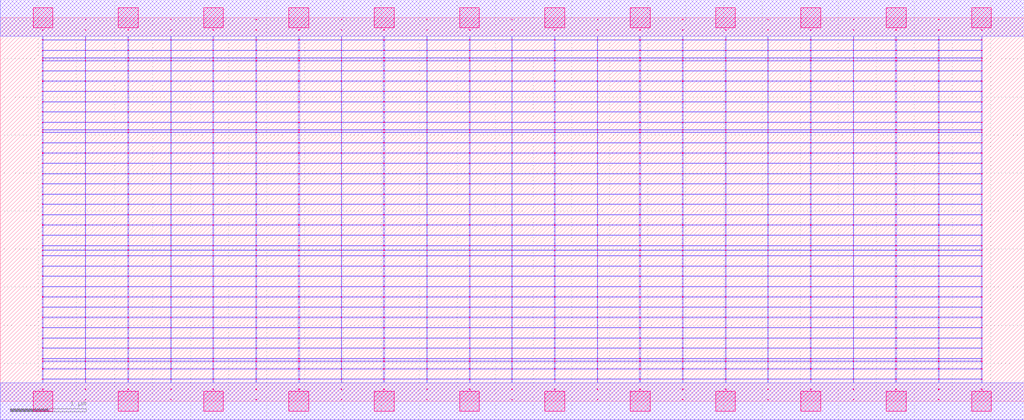
<source format=lef>
MACRO OAOAAOAI211121_DEBUG
 CLASS CORE ;
 FOREIGN OAOAAOAI211121_DEBUG 0 0 ;
 SIZE 13.44 BY 5.04 ;
 ORIGIN 0 0 ;
 SYMMETRY X Y R90 ;
 SITE unit ;

 OBS
    LAYER polycont ;
     RECT 6.71600000 0.15300000 6.72400000 0.16100000 ;
     RECT 6.71600000 0.28800000 6.72400000 0.29600000 ;
     RECT 6.71600000 0.42300000 6.72400000 0.43100000 ;
     RECT 6.71600000 0.52100000 6.72400000 0.52900000 ;
     RECT 6.71600000 0.55800000 6.72400000 0.56600000 ;
     RECT 6.71600000 0.69300000 6.72400000 0.70100000 ;
     RECT 6.71600000 0.82800000 6.72400000 0.83600000 ;
     RECT 6.71600000 0.96300000 6.72400000 0.97100000 ;
     RECT 6.71600000 1.09800000 6.72400000 1.10600000 ;
     RECT 6.71600000 1.23300000 6.72400000 1.24100000 ;
     RECT 6.71600000 1.36800000 6.72400000 1.37600000 ;
     RECT 6.71600000 1.50300000 6.72400000 1.51100000 ;
     RECT 6.71600000 1.63800000 6.72400000 1.64600000 ;
     RECT 6.71600000 1.77300000 6.72400000 1.78100000 ;
     RECT 6.71600000 1.90800000 6.72400000 1.91600000 ;
     RECT 6.71600000 1.98100000 6.72400000 1.98900000 ;
     RECT 6.71600000 2.04300000 6.72400000 2.05100000 ;
     RECT 6.71600000 2.17800000 6.72400000 2.18600000 ;
     RECT 6.71600000 2.31300000 6.72400000 2.32100000 ;
     RECT 6.71600000 2.44800000 6.72400000 2.45600000 ;
     RECT 6.71600000 2.58300000 6.72400000 2.59100000 ;
     RECT 6.71600000 2.71800000 6.72400000 2.72600000 ;
     RECT 6.71600000 2.85300000 6.72400000 2.86100000 ;
     RECT 6.71600000 2.98800000 6.72400000 2.99600000 ;
     RECT 6.71600000 3.12300000 6.72400000 3.13100000 ;
     RECT 6.71600000 3.25800000 6.72400000 3.26600000 ;
     RECT 6.71600000 3.39300000 6.72400000 3.40100000 ;
     RECT 6.71600000 3.52800000 6.72400000 3.53600000 ;
     RECT 6.71600000 3.56100000 6.72400000 3.56900000 ;
     RECT 6.71600000 3.66300000 6.72400000 3.67100000 ;
     RECT 6.71600000 3.79800000 6.72400000 3.80600000 ;
     RECT 6.71600000 3.93300000 6.72400000 3.94100000 ;
     RECT 6.71600000 4.06800000 6.72400000 4.07600000 ;
     RECT 6.71600000 4.20300000 6.72400000 4.21100000 ;
     RECT 6.71600000 4.33800000 6.72400000 4.34600000 ;
     RECT 6.71600000 4.47300000 6.72400000 4.48100000 ;
     RECT 6.71600000 4.51100000 6.72400000 4.51900000 ;
     RECT 6.71600000 4.60800000 6.72400000 4.61600000 ;
     RECT 6.71600000 4.74300000 6.72400000 4.75100000 ;
     RECT 6.71600000 4.87800000 6.72400000 4.88600000 ;
     RECT 11.19600000 2.71800000 11.20400000 2.72600000 ;
     RECT 11.75100000 2.71800000 11.76900000 2.72600000 ;
     RECT 12.31600000 2.71800000 12.32400000 2.72600000 ;
     RECT 12.87600000 2.71800000 12.88900000 2.72600000 ;
     RECT 7.83600000 2.58300000 7.84400000 2.59100000 ;
     RECT 7.27100000 2.85300000 7.28400000 2.86100000 ;
     RECT 7.83600000 2.85300000 7.84400000 2.86100000 ;
     RECT 8.39100000 2.85300000 8.40900000 2.86100000 ;
     RECT 8.95600000 2.85300000 8.96400000 2.86100000 ;
     RECT 9.51600000 2.85300000 9.52900000 2.86100000 ;
     RECT 10.07600000 2.85300000 10.08400000 2.86100000 ;
     RECT 10.63100000 2.85300000 10.64400000 2.86100000 ;
     RECT 11.19600000 2.85300000 11.20400000 2.86100000 ;
     RECT 11.75100000 2.85300000 11.76900000 2.86100000 ;
     RECT 12.31600000 2.85300000 12.32400000 2.86100000 ;
     RECT 12.87600000 2.85300000 12.88900000 2.86100000 ;
     RECT 8.39100000 2.58300000 8.40900000 2.59100000 ;
     RECT 7.27100000 2.98800000 7.28400000 2.99600000 ;
     RECT 7.83600000 2.98800000 7.84400000 2.99600000 ;
     RECT 8.39100000 2.98800000 8.40900000 2.99600000 ;
     RECT 8.95600000 2.98800000 8.96400000 2.99600000 ;
     RECT 9.51600000 2.98800000 9.52900000 2.99600000 ;
     RECT 10.07600000 2.98800000 10.08400000 2.99600000 ;
     RECT 10.63100000 2.98800000 10.64400000 2.99600000 ;
     RECT 11.19600000 2.98800000 11.20400000 2.99600000 ;
     RECT 11.75100000 2.98800000 11.76900000 2.99600000 ;
     RECT 12.31600000 2.98800000 12.32400000 2.99600000 ;
     RECT 12.87600000 2.98800000 12.88900000 2.99600000 ;
     RECT 8.95600000 2.58300000 8.96400000 2.59100000 ;
     RECT 10.07600000 3.12300000 10.08400000 3.13100000 ;
     RECT 9.51600000 2.58300000 9.52900000 2.59100000 ;
     RECT 10.07600000 3.25800000 10.08400000 3.26600000 ;
     RECT 10.07600000 2.58300000 10.08400000 2.59100000 ;
     RECT 10.07600000 3.39300000 10.08400000 3.40100000 ;
     RECT 10.63100000 2.58300000 10.64400000 2.59100000 ;
     RECT 10.07600000 3.52800000 10.08400000 3.53600000 ;
     RECT 11.19600000 2.58300000 11.20400000 2.59100000 ;
     RECT 10.07600000 3.56100000 10.08400000 3.56900000 ;
     RECT 11.75100000 2.58300000 11.76900000 2.59100000 ;
     RECT 10.07600000 3.66300000 10.08400000 3.67100000 ;
     RECT 12.31600000 2.58300000 12.32400000 2.59100000 ;
     RECT 10.07600000 3.79800000 10.08400000 3.80600000 ;
     RECT 12.87600000 2.58300000 12.88900000 2.59100000 ;
     RECT 10.07600000 3.93300000 10.08400000 3.94100000 ;
     RECT 7.27100000 2.58300000 7.28400000 2.59100000 ;
     RECT 10.07600000 4.06800000 10.08400000 4.07600000 ;
     RECT 7.27100000 2.71800000 7.28400000 2.72600000 ;
     RECT 10.07600000 4.20300000 10.08400000 4.21100000 ;
     RECT 7.83600000 2.71800000 7.84400000 2.72600000 ;
     RECT 10.07600000 4.33800000 10.08400000 4.34600000 ;
     RECT 8.39100000 2.71800000 8.40900000 2.72600000 ;
     RECT 10.07600000 4.47300000 10.08400000 4.48100000 ;
     RECT 8.95600000 2.71800000 8.96400000 2.72600000 ;
     RECT 10.07600000 4.51100000 10.08400000 4.51900000 ;
     RECT 9.51600000 2.71800000 9.52900000 2.72600000 ;
     RECT 10.07600000 4.60800000 10.08400000 4.61600000 ;
     RECT 10.07600000 2.71800000 10.08400000 2.72600000 ;
     RECT 10.07600000 4.74300000 10.08400000 4.75100000 ;
     RECT 10.63100000 2.71800000 10.64400000 2.72600000 ;
     RECT 10.07600000 4.87800000 10.08400000 4.88600000 ;
     RECT 2.23600000 2.58300000 2.24400000 2.59100000 ;
     RECT 2.79100000 2.58300000 2.80400000 2.59100000 ;
     RECT 3.35600000 2.58300000 3.36400000 2.59100000 ;
     RECT 3.91100000 2.58300000 3.92900000 2.59100000 ;
     RECT 4.47600000 2.58300000 4.48400000 2.59100000 ;
     RECT 5.03100000 2.58300000 5.04900000 2.59100000 ;
     RECT 5.59600000 2.58300000 5.60400000 2.59100000 ;
     RECT 6.15600000 2.58300000 6.16900000 2.59100000 ;
     RECT 0.55100000 2.58300000 0.56400000 2.59100000 ;
     RECT 0.55100000 2.71800000 0.56400000 2.72600000 ;
     RECT 0.55100000 2.85300000 0.56400000 2.86100000 ;
     RECT 1.11600000 2.85300000 1.12400000 2.86100000 ;
     RECT 2.23600000 3.12300000 2.24400000 3.13100000 ;
     RECT 1.67600000 2.85300000 1.68900000 2.86100000 ;
     RECT 2.23600000 2.85300000 2.24400000 2.86100000 ;
     RECT 2.23600000 3.25800000 2.24400000 3.26600000 ;
     RECT 2.79100000 2.85300000 2.80400000 2.86100000 ;
     RECT 3.35600000 2.85300000 3.36400000 2.86100000 ;
     RECT 2.23600000 3.39300000 2.24400000 3.40100000 ;
     RECT 3.91100000 2.85300000 3.92900000 2.86100000 ;
     RECT 4.47600000 2.85300000 4.48400000 2.86100000 ;
     RECT 2.23600000 3.52800000 2.24400000 3.53600000 ;
     RECT 5.03100000 2.85300000 5.04900000 2.86100000 ;
     RECT 5.59600000 2.85300000 5.60400000 2.86100000 ;
     RECT 2.23600000 3.56100000 2.24400000 3.56900000 ;
     RECT 6.15600000 2.85300000 6.16900000 2.86100000 ;
     RECT 1.11600000 2.71800000 1.12400000 2.72600000 ;
     RECT 2.23600000 3.66300000 2.24400000 3.67100000 ;
     RECT 1.67600000 2.71800000 1.68900000 2.72600000 ;
     RECT 2.23600000 2.71800000 2.24400000 2.72600000 ;
     RECT 2.23600000 3.79800000 2.24400000 3.80600000 ;
     RECT 2.79100000 2.71800000 2.80400000 2.72600000 ;
     RECT 3.35600000 2.71800000 3.36400000 2.72600000 ;
     RECT 2.23600000 3.93300000 2.24400000 3.94100000 ;
     RECT 3.91100000 2.71800000 3.92900000 2.72600000 ;
     RECT 4.47600000 2.71800000 4.48400000 2.72600000 ;
     RECT 2.23600000 4.06800000 2.24400000 4.07600000 ;
     RECT 5.03100000 2.71800000 5.04900000 2.72600000 ;
     RECT 5.59600000 2.71800000 5.60400000 2.72600000 ;
     RECT 2.23600000 4.20300000 2.24400000 4.21100000 ;
     RECT 6.15600000 2.71800000 6.16900000 2.72600000 ;
     RECT 1.11600000 2.58300000 1.12400000 2.59100000 ;
     RECT 2.23600000 4.33800000 2.24400000 4.34600000 ;
     RECT 1.67600000 2.58300000 1.68900000 2.59100000 ;
     RECT 0.55100000 2.98800000 0.56400000 2.99600000 ;
     RECT 2.23600000 4.47300000 2.24400000 4.48100000 ;
     RECT 1.11600000 2.98800000 1.12400000 2.99600000 ;
     RECT 1.67600000 2.98800000 1.68900000 2.99600000 ;
     RECT 2.23600000 4.51100000 2.24400000 4.51900000 ;
     RECT 2.23600000 2.98800000 2.24400000 2.99600000 ;
     RECT 2.79100000 2.98800000 2.80400000 2.99600000 ;
     RECT 2.23600000 4.60800000 2.24400000 4.61600000 ;
     RECT 3.35600000 2.98800000 3.36400000 2.99600000 ;
     RECT 3.91100000 2.98800000 3.92900000 2.99600000 ;
     RECT 2.23600000 4.74300000 2.24400000 4.75100000 ;
     RECT 4.47600000 2.98800000 4.48400000 2.99600000 ;
     RECT 5.03100000 2.98800000 5.04900000 2.99600000 ;
     RECT 2.23600000 4.87800000 2.24400000 4.88600000 ;
     RECT 5.59600000 2.98800000 5.60400000 2.99600000 ;
     RECT 6.15600000 2.98800000 6.16900000 2.99600000 ;
     RECT 2.23600000 1.36800000 2.24400000 1.37600000 ;
     RECT 2.23600000 0.69300000 2.24400000 0.70100000 ;
     RECT 2.23600000 1.50300000 2.24400000 1.51100000 ;
     RECT 2.23600000 0.28800000 2.24400000 0.29600000 ;
     RECT 2.23600000 1.63800000 2.24400000 1.64600000 ;
     RECT 2.23600000 0.82800000 2.24400000 0.83600000 ;
     RECT 2.23600000 1.77300000 2.24400000 1.78100000 ;
     RECT 2.23600000 0.52100000 2.24400000 0.52900000 ;
     RECT 2.23600000 1.90800000 2.24400000 1.91600000 ;
     RECT 2.23600000 0.96300000 2.24400000 0.97100000 ;
     RECT 2.23600000 1.98100000 2.24400000 1.98900000 ;
     RECT 2.23600000 0.15300000 2.24400000 0.16100000 ;
     RECT 2.23600000 2.04300000 2.24400000 2.05100000 ;
     RECT 2.23600000 1.09800000 2.24400000 1.10600000 ;
     RECT 2.23600000 2.17800000 2.24400000 2.18600000 ;
     RECT 2.23600000 0.55800000 2.24400000 0.56600000 ;
     RECT 2.23600000 2.31300000 2.24400000 2.32100000 ;
     RECT 2.23600000 1.23300000 2.24400000 1.24100000 ;
     RECT 2.23600000 2.44800000 2.24400000 2.45600000 ;
     RECT 2.23600000 0.42300000 2.24400000 0.43100000 ;
     RECT 12.31600000 0.96300000 12.32400000 0.97100000 ;
     RECT 12.87600000 0.96300000 12.88900000 0.97100000 ;
     RECT 12.31600000 1.98100000 12.32400000 1.98900000 ;
     RECT 12.87600000 1.98100000 12.88900000 1.98900000 ;
     RECT 12.31600000 0.15300000 12.32400000 0.16100000 ;
     RECT 12.87600000 0.15300000 12.88900000 0.16100000 ;
     RECT 12.31600000 2.04300000 12.32400000 2.05100000 ;
     RECT 12.87600000 2.04300000 12.88900000 2.05100000 ;
     RECT 12.31600000 1.09800000 12.32400000 1.10600000 ;
     RECT 12.87600000 1.09800000 12.88900000 1.10600000 ;
     RECT 12.31600000 2.17800000 12.32400000 2.18600000 ;
     RECT 12.87600000 2.17800000 12.88900000 2.18600000 ;
     RECT 12.31600000 0.55800000 12.32400000 0.56600000 ;
     RECT 12.87600000 0.55800000 12.88900000 0.56600000 ;
     RECT 12.31600000 2.31300000 12.32400000 2.32100000 ;
     RECT 12.87600000 2.31300000 12.88900000 2.32100000 ;
     RECT 12.31600000 1.23300000 12.32400000 1.24100000 ;
     RECT 12.87600000 1.23300000 12.88900000 1.24100000 ;
     RECT 12.31600000 2.44800000 12.32400000 2.45600000 ;
     RECT 12.87600000 2.44800000 12.88900000 2.45600000 ;
     RECT 12.31600000 0.42300000 12.32400000 0.43100000 ;
     RECT 12.87600000 0.42300000 12.88900000 0.43100000 ;
     RECT 12.31600000 1.36800000 12.32400000 1.37600000 ;
     RECT 12.87600000 1.36800000 12.88900000 1.37600000 ;
     RECT 12.31600000 0.69300000 12.32400000 0.70100000 ;
     RECT 12.87600000 0.69300000 12.88900000 0.70100000 ;
     RECT 12.31600000 1.50300000 12.32400000 1.51100000 ;
     RECT 12.87600000 1.50300000 12.88900000 1.51100000 ;
     RECT 12.31600000 0.28800000 12.32400000 0.29600000 ;
     RECT 12.87600000 0.28800000 12.88900000 0.29600000 ;
     RECT 12.31600000 1.63800000 12.32400000 1.64600000 ;
     RECT 12.87600000 1.63800000 12.88900000 1.64600000 ;
     RECT 12.31600000 0.82800000 12.32400000 0.83600000 ;
     RECT 12.87600000 0.82800000 12.88900000 0.83600000 ;
     RECT 12.31600000 1.77300000 12.32400000 1.78100000 ;
     RECT 12.87600000 1.77300000 12.88900000 1.78100000 ;
     RECT 12.31600000 0.52100000 12.32400000 0.52900000 ;
     RECT 12.87600000 0.52100000 12.88900000 0.52900000 ;
     RECT 12.31600000 1.90800000 12.32400000 1.91600000 ;
     RECT 12.87600000 1.90800000 12.88900000 1.91600000 ;

    LAYER pdiffc ;
     RECT 0.55100000 3.39300000 0.55900000 3.40100000 ;
     RECT 1.68100000 3.39300000 1.68900000 3.40100000 ;
     RECT 2.79100000 3.39300000 2.79900000 3.40100000 ;
     RECT 6.16100000 3.39300000 6.16900000 3.40100000 ;
     RECT 7.27100000 3.39300000 7.27900000 3.40100000 ;
     RECT 9.52100000 3.39300000 9.52900000 3.40100000 ;
     RECT 10.63100000 3.39300000 10.63900000 3.40100000 ;
     RECT 12.88100000 3.39300000 12.88900000 3.40100000 ;
     RECT 0.55100000 3.52800000 0.55900000 3.53600000 ;
     RECT 1.68100000 3.52800000 1.68900000 3.53600000 ;
     RECT 2.79100000 3.52800000 2.79900000 3.53600000 ;
     RECT 6.16100000 3.52800000 6.16900000 3.53600000 ;
     RECT 7.27100000 3.52800000 7.27900000 3.53600000 ;
     RECT 9.52100000 3.52800000 9.52900000 3.53600000 ;
     RECT 10.63100000 3.52800000 10.63900000 3.53600000 ;
     RECT 12.88100000 3.52800000 12.88900000 3.53600000 ;
     RECT 0.55100000 3.56100000 0.55900000 3.56900000 ;
     RECT 1.68100000 3.56100000 1.68900000 3.56900000 ;
     RECT 2.79100000 3.56100000 2.79900000 3.56900000 ;
     RECT 6.16100000 3.56100000 6.16900000 3.56900000 ;
     RECT 7.27100000 3.56100000 7.27900000 3.56900000 ;
     RECT 9.52100000 3.56100000 9.52900000 3.56900000 ;
     RECT 10.63100000 3.56100000 10.63900000 3.56900000 ;
     RECT 12.88100000 3.56100000 12.88900000 3.56900000 ;
     RECT 0.55100000 3.66300000 0.55900000 3.67100000 ;
     RECT 1.68100000 3.66300000 1.68900000 3.67100000 ;
     RECT 2.79100000 3.66300000 2.79900000 3.67100000 ;
     RECT 6.16100000 3.66300000 6.16900000 3.67100000 ;
     RECT 7.27100000 3.66300000 7.27900000 3.67100000 ;
     RECT 9.52100000 3.66300000 9.52900000 3.67100000 ;
     RECT 10.63100000 3.66300000 10.63900000 3.67100000 ;
     RECT 12.88100000 3.66300000 12.88900000 3.67100000 ;
     RECT 0.55100000 3.79800000 0.55900000 3.80600000 ;
     RECT 1.68100000 3.79800000 1.68900000 3.80600000 ;
     RECT 2.79100000 3.79800000 2.79900000 3.80600000 ;
     RECT 6.16100000 3.79800000 6.16900000 3.80600000 ;
     RECT 7.27100000 3.79800000 7.27900000 3.80600000 ;
     RECT 9.52100000 3.79800000 9.52900000 3.80600000 ;
     RECT 10.63100000 3.79800000 10.63900000 3.80600000 ;
     RECT 12.88100000 3.79800000 12.88900000 3.80600000 ;
     RECT 0.55100000 3.93300000 0.55900000 3.94100000 ;
     RECT 1.68100000 3.93300000 1.68900000 3.94100000 ;
     RECT 2.79100000 3.93300000 2.79900000 3.94100000 ;
     RECT 6.16100000 3.93300000 6.16900000 3.94100000 ;
     RECT 7.27100000 3.93300000 7.27900000 3.94100000 ;
     RECT 9.52100000 3.93300000 9.52900000 3.94100000 ;
     RECT 10.63100000 3.93300000 10.63900000 3.94100000 ;
     RECT 12.88100000 3.93300000 12.88900000 3.94100000 ;
     RECT 0.55100000 4.06800000 0.55900000 4.07600000 ;
     RECT 1.68100000 4.06800000 1.68900000 4.07600000 ;
     RECT 2.79100000 4.06800000 2.79900000 4.07600000 ;
     RECT 6.16100000 4.06800000 6.16900000 4.07600000 ;
     RECT 7.27100000 4.06800000 7.27900000 4.07600000 ;
     RECT 9.52100000 4.06800000 9.52900000 4.07600000 ;
     RECT 10.63100000 4.06800000 10.63900000 4.07600000 ;
     RECT 12.88100000 4.06800000 12.88900000 4.07600000 ;
     RECT 0.55100000 4.20300000 0.55900000 4.21100000 ;
     RECT 1.68100000 4.20300000 1.68900000 4.21100000 ;
     RECT 2.79100000 4.20300000 2.79900000 4.21100000 ;
     RECT 6.16100000 4.20300000 6.16900000 4.21100000 ;
     RECT 7.27100000 4.20300000 7.27900000 4.21100000 ;
     RECT 9.52100000 4.20300000 9.52900000 4.21100000 ;
     RECT 10.63100000 4.20300000 10.63900000 4.21100000 ;
     RECT 12.88100000 4.20300000 12.88900000 4.21100000 ;
     RECT 0.55100000 4.33800000 0.55900000 4.34600000 ;
     RECT 1.68100000 4.33800000 1.68900000 4.34600000 ;
     RECT 2.79100000 4.33800000 2.79900000 4.34600000 ;
     RECT 6.16100000 4.33800000 6.16900000 4.34600000 ;
     RECT 7.27100000 4.33800000 7.27900000 4.34600000 ;
     RECT 9.52100000 4.33800000 9.52900000 4.34600000 ;
     RECT 10.63100000 4.33800000 10.63900000 4.34600000 ;
     RECT 12.88100000 4.33800000 12.88900000 4.34600000 ;
     RECT 0.55100000 4.47300000 0.55900000 4.48100000 ;
     RECT 1.68100000 4.47300000 1.68900000 4.48100000 ;
     RECT 2.79100000 4.47300000 2.79900000 4.48100000 ;
     RECT 6.16100000 4.47300000 6.16900000 4.48100000 ;
     RECT 7.27100000 4.47300000 7.27900000 4.48100000 ;
     RECT 9.52100000 4.47300000 9.52900000 4.48100000 ;
     RECT 10.63100000 4.47300000 10.63900000 4.48100000 ;
     RECT 12.88100000 4.47300000 12.88900000 4.48100000 ;
     RECT 0.55100000 4.51100000 0.55900000 4.51900000 ;
     RECT 1.68100000 4.51100000 1.68900000 4.51900000 ;
     RECT 2.79100000 4.51100000 2.79900000 4.51900000 ;
     RECT 6.16100000 4.51100000 6.16900000 4.51900000 ;
     RECT 7.27100000 4.51100000 7.27900000 4.51900000 ;
     RECT 9.52100000 4.51100000 9.52900000 4.51900000 ;
     RECT 10.63100000 4.51100000 10.63900000 4.51900000 ;
     RECT 12.88100000 4.51100000 12.88900000 4.51900000 ;
     RECT 0.55100000 4.60800000 0.55900000 4.61600000 ;
     RECT 1.68100000 4.60800000 1.68900000 4.61600000 ;
     RECT 2.79100000 4.60800000 2.79900000 4.61600000 ;
     RECT 6.16100000 4.60800000 6.16900000 4.61600000 ;
     RECT 7.27100000 4.60800000 7.27900000 4.61600000 ;
     RECT 9.52100000 4.60800000 9.52900000 4.61600000 ;
     RECT 10.63100000 4.60800000 10.63900000 4.61600000 ;
     RECT 12.88100000 4.60800000 12.88900000 4.61600000 ;

    LAYER ndiffc ;
     RECT 6.15600000 0.42300000 6.16900000 0.43100000 ;
     RECT 6.15600000 0.52100000 6.16900000 0.52900000 ;
     RECT 6.15600000 0.55800000 6.16900000 0.56600000 ;
     RECT 6.15600000 0.69300000 6.16900000 0.70100000 ;
     RECT 6.15600000 0.82800000 6.16900000 0.83600000 ;
     RECT 6.15600000 0.96300000 6.16900000 0.97100000 ;
     RECT 6.15600000 1.09800000 6.16900000 1.10600000 ;
     RECT 6.15600000 1.23300000 6.16900000 1.24100000 ;
     RECT 6.15600000 1.36800000 6.16900000 1.37600000 ;
     RECT 6.15600000 1.50300000 6.16900000 1.51100000 ;
     RECT 6.15600000 1.63800000 6.16900000 1.64600000 ;
     RECT 6.15600000 1.77300000 6.16900000 1.78100000 ;
     RECT 6.15600000 1.90800000 6.16900000 1.91600000 ;
     RECT 6.15600000 1.98100000 6.16900000 1.98900000 ;
     RECT 6.15600000 2.04300000 6.16900000 2.05100000 ;
     RECT 9.51600000 0.55800000 9.52900000 0.56600000 ;
     RECT 10.63100000 0.55800000 10.64400000 0.56600000 ;
     RECT 11.75100000 0.55800000 11.76900000 0.56600000 ;
     RECT 9.51600000 0.42300000 9.52900000 0.43100000 ;
     RECT 7.27100000 0.69300000 7.28400000 0.70100000 ;
     RECT 8.39100000 0.69300000 8.40900000 0.70100000 ;
     RECT 9.51600000 0.69300000 9.52900000 0.70100000 ;
     RECT 10.63100000 0.69300000 10.64400000 0.70100000 ;
     RECT 11.75100000 0.69300000 11.76900000 0.70100000 ;
     RECT 10.63100000 0.42300000 10.64400000 0.43100000 ;
     RECT 7.27100000 0.82800000 7.28400000 0.83600000 ;
     RECT 8.39100000 0.82800000 8.40900000 0.83600000 ;
     RECT 9.51600000 0.82800000 9.52900000 0.83600000 ;
     RECT 10.63100000 0.82800000 10.64400000 0.83600000 ;
     RECT 11.75100000 0.82800000 11.76900000 0.83600000 ;
     RECT 11.75100000 0.42300000 11.76900000 0.43100000 ;
     RECT 7.27100000 0.96300000 7.28400000 0.97100000 ;
     RECT 8.39100000 0.96300000 8.40900000 0.97100000 ;
     RECT 9.51600000 0.96300000 9.52900000 0.97100000 ;
     RECT 10.63100000 0.96300000 10.64400000 0.97100000 ;
     RECT 11.75100000 0.96300000 11.76900000 0.97100000 ;
     RECT 7.27100000 0.42300000 7.28400000 0.43100000 ;
     RECT 7.27100000 1.09800000 7.28400000 1.10600000 ;
     RECT 8.39100000 1.09800000 8.40900000 1.10600000 ;
     RECT 9.51600000 1.09800000 9.52900000 1.10600000 ;
     RECT 10.63100000 1.09800000 10.64400000 1.10600000 ;
     RECT 11.75100000 1.09800000 11.76900000 1.10600000 ;
     RECT 7.27100000 0.52100000 7.28400000 0.52900000 ;
     RECT 7.27100000 1.23300000 7.28400000 1.24100000 ;
     RECT 8.39100000 1.23300000 8.40900000 1.24100000 ;
     RECT 9.51600000 1.23300000 9.52900000 1.24100000 ;
     RECT 10.63100000 1.23300000 10.64400000 1.24100000 ;
     RECT 11.75100000 1.23300000 11.76900000 1.24100000 ;
     RECT 8.39100000 0.52100000 8.40900000 0.52900000 ;
     RECT 7.27100000 1.36800000 7.28400000 1.37600000 ;
     RECT 8.39100000 1.36800000 8.40900000 1.37600000 ;
     RECT 9.51600000 1.36800000 9.52900000 1.37600000 ;
     RECT 10.63100000 1.36800000 10.64400000 1.37600000 ;
     RECT 11.75100000 1.36800000 11.76900000 1.37600000 ;
     RECT 9.51600000 0.52100000 9.52900000 0.52900000 ;
     RECT 7.27100000 1.50300000 7.28400000 1.51100000 ;
     RECT 8.39100000 1.50300000 8.40900000 1.51100000 ;
     RECT 9.51600000 1.50300000 9.52900000 1.51100000 ;
     RECT 10.63100000 1.50300000 10.64400000 1.51100000 ;
     RECT 11.75100000 1.50300000 11.76900000 1.51100000 ;
     RECT 10.63100000 0.52100000 10.64400000 0.52900000 ;
     RECT 7.27100000 1.63800000 7.28400000 1.64600000 ;
     RECT 8.39100000 1.63800000 8.40900000 1.64600000 ;
     RECT 9.51600000 1.63800000 9.52900000 1.64600000 ;
     RECT 10.63100000 1.63800000 10.64400000 1.64600000 ;
     RECT 11.75100000 1.63800000 11.76900000 1.64600000 ;
     RECT 11.75100000 0.52100000 11.76900000 0.52900000 ;
     RECT 7.27100000 1.77300000 7.28400000 1.78100000 ;
     RECT 8.39100000 1.77300000 8.40900000 1.78100000 ;
     RECT 9.51600000 1.77300000 9.52900000 1.78100000 ;
     RECT 10.63100000 1.77300000 10.64400000 1.78100000 ;
     RECT 11.75100000 1.77300000 11.76900000 1.78100000 ;
     RECT 8.39100000 0.42300000 8.40900000 0.43100000 ;
     RECT 7.27100000 1.90800000 7.28400000 1.91600000 ;
     RECT 8.39100000 1.90800000 8.40900000 1.91600000 ;
     RECT 9.51600000 1.90800000 9.52900000 1.91600000 ;
     RECT 10.63100000 1.90800000 10.64400000 1.91600000 ;
     RECT 11.75100000 1.90800000 11.76900000 1.91600000 ;
     RECT 7.27100000 0.55800000 7.28400000 0.56600000 ;
     RECT 7.27100000 1.98100000 7.28400000 1.98900000 ;
     RECT 8.39100000 1.98100000 8.40900000 1.98900000 ;
     RECT 9.51600000 1.98100000 9.52900000 1.98900000 ;
     RECT 10.63100000 1.98100000 10.64400000 1.98900000 ;
     RECT 11.75100000 1.98100000 11.76900000 1.98900000 ;
     RECT 8.39100000 0.55800000 8.40900000 0.56600000 ;
     RECT 7.27100000 2.04300000 7.28400000 2.05100000 ;
     RECT 8.39100000 2.04300000 8.40900000 2.05100000 ;
     RECT 9.51600000 2.04300000 9.52900000 2.05100000 ;
     RECT 10.63100000 2.04300000 10.64400000 2.05100000 ;
     RECT 11.75100000 2.04300000 11.76900000 2.05100000 ;
     RECT 2.79100000 1.36800000 2.80400000 1.37600000 ;
     RECT 3.91100000 1.36800000 3.92900000 1.37600000 ;
     RECT 5.03100000 1.36800000 5.04900000 1.37600000 ;
     RECT 5.03100000 0.82800000 5.04900000 0.83600000 ;
     RECT 2.79100000 0.55800000 2.80400000 0.56600000 ;
     RECT 3.91100000 0.55800000 3.92900000 0.56600000 ;
     RECT 5.03100000 0.55800000 5.04900000 0.56600000 ;
     RECT 1.67600000 0.52100000 1.68900000 0.52900000 ;
     RECT 2.79100000 0.52100000 2.80400000 0.52900000 ;
     RECT 0.55100000 1.50300000 0.56400000 1.51100000 ;
     RECT 1.67600000 1.50300000 1.68900000 1.51100000 ;
     RECT 2.79100000 1.50300000 2.80400000 1.51100000 ;
     RECT 3.91100000 1.50300000 3.92900000 1.51100000 ;
     RECT 5.03100000 1.50300000 5.04900000 1.51100000 ;
     RECT 3.91100000 0.52100000 3.92900000 0.52900000 ;
     RECT 0.55100000 0.96300000 0.56400000 0.97100000 ;
     RECT 1.67600000 0.96300000 1.68900000 0.97100000 ;
     RECT 2.79100000 0.96300000 2.80400000 0.97100000 ;
     RECT 3.91100000 0.96300000 3.92900000 0.97100000 ;
     RECT 5.03100000 0.96300000 5.04900000 0.97100000 ;
     RECT 0.55100000 1.63800000 0.56400000 1.64600000 ;
     RECT 1.67600000 1.63800000 1.68900000 1.64600000 ;
     RECT 2.79100000 1.63800000 2.80400000 1.64600000 ;
     RECT 3.91100000 1.63800000 3.92900000 1.64600000 ;
     RECT 5.03100000 1.63800000 5.04900000 1.64600000 ;
     RECT 5.03100000 0.52100000 5.04900000 0.52900000 ;
     RECT 1.67600000 0.42300000 1.68900000 0.43100000 ;
     RECT 2.79100000 0.42300000 2.80400000 0.43100000 ;
     RECT 0.55100000 0.69300000 0.56400000 0.70100000 ;
     RECT 1.67600000 0.69300000 1.68900000 0.70100000 ;
     RECT 2.79100000 0.69300000 2.80400000 0.70100000 ;
     RECT 0.55100000 1.77300000 0.56400000 1.78100000 ;
     RECT 1.67600000 1.77300000 1.68900000 1.78100000 ;
     RECT 2.79100000 1.77300000 2.80400000 1.78100000 ;
     RECT 3.91100000 1.77300000 3.92900000 1.78100000 ;
     RECT 5.03100000 1.77300000 5.04900000 1.78100000 ;
     RECT 0.55100000 1.09800000 0.56400000 1.10600000 ;
     RECT 1.67600000 1.09800000 1.68900000 1.10600000 ;
     RECT 2.79100000 1.09800000 2.80400000 1.10600000 ;
     RECT 3.91100000 1.09800000 3.92900000 1.10600000 ;
     RECT 5.03100000 1.09800000 5.04900000 1.10600000 ;
     RECT 3.91100000 0.69300000 3.92900000 0.70100000 ;
     RECT 0.55100000 1.90800000 0.56400000 1.91600000 ;
     RECT 1.67600000 1.90800000 1.68900000 1.91600000 ;
     RECT 2.79100000 1.90800000 2.80400000 1.91600000 ;
     RECT 3.91100000 1.90800000 3.92900000 1.91600000 ;
     RECT 5.03100000 1.90800000 5.04900000 1.91600000 ;
     RECT 5.03100000 0.69300000 5.04900000 0.70100000 ;
     RECT 3.91100000 0.42300000 3.92900000 0.43100000 ;
     RECT 5.03100000 0.42300000 5.04900000 0.43100000 ;
     RECT 0.55100000 0.42300000 0.56400000 0.43100000 ;
     RECT 0.55100000 0.52100000 0.56400000 0.52900000 ;
     RECT 0.55100000 1.23300000 0.56400000 1.24100000 ;
     RECT 0.55100000 1.98100000 0.56400000 1.98900000 ;
     RECT 1.67600000 1.98100000 1.68900000 1.98900000 ;
     RECT 2.79100000 1.98100000 2.80400000 1.98900000 ;
     RECT 3.91100000 1.98100000 3.92900000 1.98900000 ;
     RECT 5.03100000 1.98100000 5.04900000 1.98900000 ;
     RECT 1.67600000 1.23300000 1.68900000 1.24100000 ;
     RECT 2.79100000 1.23300000 2.80400000 1.24100000 ;
     RECT 3.91100000 1.23300000 3.92900000 1.24100000 ;
     RECT 5.03100000 1.23300000 5.04900000 1.24100000 ;
     RECT 0.55100000 0.55800000 0.56400000 0.56600000 ;
     RECT 1.67600000 0.55800000 1.68900000 0.56600000 ;
     RECT 0.55100000 2.04300000 0.56400000 2.05100000 ;
     RECT 1.67600000 2.04300000 1.68900000 2.05100000 ;
     RECT 2.79100000 2.04300000 2.80400000 2.05100000 ;
     RECT 3.91100000 2.04300000 3.92900000 2.05100000 ;
     RECT 5.03100000 2.04300000 5.04900000 2.05100000 ;
     RECT 0.55100000 0.82800000 0.56400000 0.83600000 ;
     RECT 1.67600000 0.82800000 1.68900000 0.83600000 ;
     RECT 2.79100000 0.82800000 2.80400000 0.83600000 ;
     RECT 3.91100000 0.82800000 3.92900000 0.83600000 ;
     RECT 0.55100000 1.36800000 0.56400000 1.37600000 ;
     RECT 1.67600000 1.36800000 1.68900000 1.37600000 ;

    LAYER met1 ;
     RECT 0.00000000 -0.24000000 13.44000000 0.24000000 ;
     RECT 6.71600000 0.24000000 6.72400000 0.28800000 ;
     RECT 0.55100000 0.28800000 12.88900000 0.29600000 ;
     RECT 6.71600000 0.29600000 6.72400000 0.42300000 ;
     RECT 0.55100000 0.42300000 12.88900000 0.43100000 ;
     RECT 6.71600000 0.43100000 6.72400000 0.52100000 ;
     RECT 0.55100000 0.52100000 12.88900000 0.52900000 ;
     RECT 6.71600000 0.52900000 6.72400000 0.55800000 ;
     RECT 0.55100000 0.55800000 12.88900000 0.56600000 ;
     RECT 6.71600000 0.56600000 6.72400000 0.69300000 ;
     RECT 0.55100000 0.69300000 12.88900000 0.70100000 ;
     RECT 6.71600000 0.70100000 6.72400000 0.82800000 ;
     RECT 0.55100000 0.82800000 12.88900000 0.83600000 ;
     RECT 6.71600000 0.83600000 6.72400000 0.96300000 ;
     RECT 0.55100000 0.96300000 12.88900000 0.97100000 ;
     RECT 6.71600000 0.97100000 6.72400000 1.09800000 ;
     RECT 0.55100000 1.09800000 12.88900000 1.10600000 ;
     RECT 6.71600000 1.10600000 6.72400000 1.23300000 ;
     RECT 0.55100000 1.23300000 12.88900000 1.24100000 ;
     RECT 6.71600000 1.24100000 6.72400000 1.36800000 ;
     RECT 0.55100000 1.36800000 12.88900000 1.37600000 ;
     RECT 6.71600000 1.37600000 6.72400000 1.50300000 ;
     RECT 0.55100000 1.50300000 12.88900000 1.51100000 ;
     RECT 6.71600000 1.51100000 6.72400000 1.63800000 ;
     RECT 0.55100000 1.63800000 12.88900000 1.64600000 ;
     RECT 6.71600000 1.64600000 6.72400000 1.77300000 ;
     RECT 0.55100000 1.77300000 12.88900000 1.78100000 ;
     RECT 6.71600000 1.78100000 6.72400000 1.90800000 ;
     RECT 0.55100000 1.90800000 12.88900000 1.91600000 ;
     RECT 6.71600000 1.91600000 6.72400000 1.98100000 ;
     RECT 0.55100000 1.98100000 12.88900000 1.98900000 ;
     RECT 6.71600000 1.98900000 6.72400000 2.04300000 ;
     RECT 0.55100000 2.04300000 12.88900000 2.05100000 ;
     RECT 6.71600000 2.05100000 6.72400000 2.17800000 ;
     RECT 0.55100000 2.17800000 12.88900000 2.18600000 ;
     RECT 6.71600000 2.18600000 6.72400000 2.31300000 ;
     RECT 0.55100000 2.31300000 12.88900000 2.32100000 ;
     RECT 6.71600000 2.32100000 6.72400000 2.44800000 ;
     RECT 0.55100000 2.44800000 12.88900000 2.45600000 ;
     RECT 0.55100000 2.45600000 0.56400000 2.58300000 ;
     RECT 1.11600000 2.45600000 1.12400000 2.58300000 ;
     RECT 1.67600000 2.45600000 1.68900000 2.58300000 ;
     RECT 2.23600000 2.45600000 2.24400000 2.58300000 ;
     RECT 2.79100000 2.45600000 2.80400000 2.58300000 ;
     RECT 3.35600000 2.45600000 3.36400000 2.58300000 ;
     RECT 3.91100000 2.45600000 3.92900000 2.58300000 ;
     RECT 4.47600000 2.45600000 4.48400000 2.58300000 ;
     RECT 5.03100000 2.45600000 5.04900000 2.58300000 ;
     RECT 5.59600000 2.45600000 5.60400000 2.58300000 ;
     RECT 6.15600000 2.45600000 6.16900000 2.58300000 ;
     RECT 6.71600000 2.45600000 6.72400000 2.58300000 ;
     RECT 7.27100000 2.45600000 7.28400000 2.58300000 ;
     RECT 7.83600000 2.45600000 7.84400000 2.58300000 ;
     RECT 8.39100000 2.45600000 8.40900000 2.58300000 ;
     RECT 8.95600000 2.45600000 8.96400000 2.58300000 ;
     RECT 9.51600000 2.45600000 9.52900000 2.58300000 ;
     RECT 10.07600000 2.45600000 10.08400000 2.58300000 ;
     RECT 10.63100000 2.45600000 10.64400000 2.58300000 ;
     RECT 11.19600000 2.45600000 11.20400000 2.58300000 ;
     RECT 11.75100000 2.45600000 11.76900000 2.58300000 ;
     RECT 12.31600000 2.45600000 12.32400000 2.58300000 ;
     RECT 12.87600000 2.45600000 12.88900000 2.58300000 ;
     RECT 0.55100000 2.58300000 12.88900000 2.59100000 ;
     RECT 6.71600000 2.59100000 6.72400000 2.71800000 ;
     RECT 0.55100000 2.71800000 12.88900000 2.72600000 ;
     RECT 6.71600000 2.72600000 6.72400000 2.85300000 ;
     RECT 0.55100000 2.85300000 12.88900000 2.86100000 ;
     RECT 6.71600000 2.86100000 6.72400000 2.98800000 ;
     RECT 0.55100000 2.98800000 12.88900000 2.99600000 ;
     RECT 6.71600000 2.99600000 6.72400000 3.12300000 ;
     RECT 0.55100000 3.12300000 12.88900000 3.13100000 ;
     RECT 6.71600000 3.13100000 6.72400000 3.25800000 ;
     RECT 0.55100000 3.25800000 12.88900000 3.26600000 ;
     RECT 6.71600000 3.26600000 6.72400000 3.39300000 ;
     RECT 0.55100000 3.39300000 12.88900000 3.40100000 ;
     RECT 6.71600000 3.40100000 6.72400000 3.52800000 ;
     RECT 0.55100000 3.52800000 12.88900000 3.53600000 ;
     RECT 6.71600000 3.53600000 6.72400000 3.56100000 ;
     RECT 0.55100000 3.56100000 12.88900000 3.56900000 ;
     RECT 6.71600000 3.56900000 6.72400000 3.66300000 ;
     RECT 0.55100000 3.66300000 12.88900000 3.67100000 ;
     RECT 6.71600000 3.67100000 6.72400000 3.79800000 ;
     RECT 0.55100000 3.79800000 12.88900000 3.80600000 ;
     RECT 6.71600000 3.80600000 6.72400000 3.93300000 ;
     RECT 0.55100000 3.93300000 12.88900000 3.94100000 ;
     RECT 6.71600000 3.94100000 6.72400000 4.06800000 ;
     RECT 0.55100000 4.06800000 12.88900000 4.07600000 ;
     RECT 6.71600000 4.07600000 6.72400000 4.20300000 ;
     RECT 0.55100000 4.20300000 12.88900000 4.21100000 ;
     RECT 6.71600000 4.21100000 6.72400000 4.33800000 ;
     RECT 0.55100000 4.33800000 12.88900000 4.34600000 ;
     RECT 6.71600000 4.34600000 6.72400000 4.47300000 ;
     RECT 0.55100000 4.47300000 12.88900000 4.48100000 ;
     RECT 6.71600000 4.48100000 6.72400000 4.51100000 ;
     RECT 0.55100000 4.51100000 12.88900000 4.51900000 ;
     RECT 6.71600000 4.51900000 6.72400000 4.60800000 ;
     RECT 0.55100000 4.60800000 12.88900000 4.61600000 ;
     RECT 6.71600000 4.61600000 6.72400000 4.74300000 ;
     RECT 0.55100000 4.74300000 12.88900000 4.75100000 ;
     RECT 6.71600000 4.75100000 6.72400000 4.80000000 ;
     RECT 0.00000000 4.80000000 13.44000000 5.28000000 ;
     RECT 10.07600000 2.59100000 10.08400000 2.71800000 ;
     RECT 10.07600000 2.99600000 10.08400000 3.12300000 ;
     RECT 10.07600000 3.13100000 10.08400000 3.25800000 ;
     RECT 10.07600000 3.26600000 10.08400000 3.39300000 ;
     RECT 10.07600000 3.40100000 10.08400000 3.52800000 ;
     RECT 10.07600000 3.53600000 10.08400000 3.56100000 ;
     RECT 10.07600000 3.56900000 10.08400000 3.66300000 ;
     RECT 10.07600000 3.67100000 10.08400000 3.79800000 ;
     RECT 10.07600000 2.72600000 10.08400000 2.85300000 ;
     RECT 7.27100000 3.80600000 7.28400000 3.93300000 ;
     RECT 7.83600000 3.80600000 7.84400000 3.93300000 ;
     RECT 8.39100000 3.80600000 8.40900000 3.93300000 ;
     RECT 8.95600000 3.80600000 8.96400000 3.93300000 ;
     RECT 9.51600000 3.80600000 9.52900000 3.93300000 ;
     RECT 10.07600000 3.80600000 10.08400000 3.93300000 ;
     RECT 10.63100000 3.80600000 10.64400000 3.93300000 ;
     RECT 11.19600000 3.80600000 11.20400000 3.93300000 ;
     RECT 11.75100000 3.80600000 11.76900000 3.93300000 ;
     RECT 12.31600000 3.80600000 12.32400000 3.93300000 ;
     RECT 12.87600000 3.80600000 12.88900000 3.93300000 ;
     RECT 10.07600000 3.94100000 10.08400000 4.06800000 ;
     RECT 10.07600000 4.07600000 10.08400000 4.20300000 ;
     RECT 10.07600000 4.21100000 10.08400000 4.33800000 ;
     RECT 10.07600000 4.34600000 10.08400000 4.47300000 ;
     RECT 10.07600000 4.48100000 10.08400000 4.51100000 ;
     RECT 10.07600000 2.86100000 10.08400000 2.98800000 ;
     RECT 10.07600000 4.51900000 10.08400000 4.60800000 ;
     RECT 10.07600000 4.61600000 10.08400000 4.74300000 ;
     RECT 10.07600000 4.75100000 10.08400000 4.80000000 ;
     RECT 11.75100000 4.07600000 11.76900000 4.20300000 ;
     RECT 12.31600000 4.07600000 12.32400000 4.20300000 ;
     RECT 12.87600000 4.07600000 12.88900000 4.20300000 ;
     RECT 11.19600000 3.94100000 11.20400000 4.06800000 ;
     RECT 10.63100000 4.21100000 10.64400000 4.33800000 ;
     RECT 11.19600000 4.21100000 11.20400000 4.33800000 ;
     RECT 11.75100000 4.21100000 11.76900000 4.33800000 ;
     RECT 12.31600000 4.21100000 12.32400000 4.33800000 ;
     RECT 12.87600000 4.21100000 12.88900000 4.33800000 ;
     RECT 11.75100000 3.94100000 11.76900000 4.06800000 ;
     RECT 10.63100000 4.34600000 10.64400000 4.47300000 ;
     RECT 11.19600000 4.34600000 11.20400000 4.47300000 ;
     RECT 11.75100000 4.34600000 11.76900000 4.47300000 ;
     RECT 12.31600000 4.34600000 12.32400000 4.47300000 ;
     RECT 12.87600000 4.34600000 12.88900000 4.47300000 ;
     RECT 12.31600000 3.94100000 12.32400000 4.06800000 ;
     RECT 10.63100000 4.48100000 10.64400000 4.51100000 ;
     RECT 11.19600000 4.48100000 11.20400000 4.51100000 ;
     RECT 11.75100000 4.48100000 11.76900000 4.51100000 ;
     RECT 12.31600000 4.48100000 12.32400000 4.51100000 ;
     RECT 12.87600000 4.48100000 12.88900000 4.51100000 ;
     RECT 12.87600000 3.94100000 12.88900000 4.06800000 ;
     RECT 10.63100000 3.94100000 10.64400000 4.06800000 ;
     RECT 10.63100000 4.51900000 10.64400000 4.60800000 ;
     RECT 11.19600000 4.51900000 11.20400000 4.60800000 ;
     RECT 11.75100000 4.51900000 11.76900000 4.60800000 ;
     RECT 12.31600000 4.51900000 12.32400000 4.60800000 ;
     RECT 12.87600000 4.51900000 12.88900000 4.60800000 ;
     RECT 10.63100000 4.07600000 10.64400000 4.20300000 ;
     RECT 10.63100000 4.61600000 10.64400000 4.74300000 ;
     RECT 11.19600000 4.61600000 11.20400000 4.74300000 ;
     RECT 11.75100000 4.61600000 11.76900000 4.74300000 ;
     RECT 12.31600000 4.61600000 12.32400000 4.74300000 ;
     RECT 12.87600000 4.61600000 12.88900000 4.74300000 ;
     RECT 11.19600000 4.07600000 11.20400000 4.20300000 ;
     RECT 10.63100000 4.75100000 10.64400000 4.80000000 ;
     RECT 11.19600000 4.75100000 11.20400000 4.80000000 ;
     RECT 11.75100000 4.75100000 11.76900000 4.80000000 ;
     RECT 12.31600000 4.75100000 12.32400000 4.80000000 ;
     RECT 12.87600000 4.75100000 12.88900000 4.80000000 ;
     RECT 8.39100000 4.21100000 8.40900000 4.33800000 ;
     RECT 8.95600000 4.21100000 8.96400000 4.33800000 ;
     RECT 9.51600000 4.21100000 9.52900000 4.33800000 ;
     RECT 7.83600000 4.07600000 7.84400000 4.20300000 ;
     RECT 8.39100000 4.07600000 8.40900000 4.20300000 ;
     RECT 8.95600000 4.07600000 8.96400000 4.20300000 ;
     RECT 9.51600000 4.07600000 9.52900000 4.20300000 ;
     RECT 7.27100000 4.51900000 7.28400000 4.60800000 ;
     RECT 7.83600000 4.51900000 7.84400000 4.60800000 ;
     RECT 8.39100000 4.51900000 8.40900000 4.60800000 ;
     RECT 8.95600000 4.51900000 8.96400000 4.60800000 ;
     RECT 9.51600000 4.51900000 9.52900000 4.60800000 ;
     RECT 7.83600000 3.94100000 7.84400000 4.06800000 ;
     RECT 8.39100000 3.94100000 8.40900000 4.06800000 ;
     RECT 7.27100000 4.34600000 7.28400000 4.47300000 ;
     RECT 7.83600000 4.34600000 7.84400000 4.47300000 ;
     RECT 8.39100000 4.34600000 8.40900000 4.47300000 ;
     RECT 8.95600000 4.34600000 8.96400000 4.47300000 ;
     RECT 7.27100000 4.61600000 7.28400000 4.74300000 ;
     RECT 7.83600000 4.61600000 7.84400000 4.74300000 ;
     RECT 8.39100000 4.61600000 8.40900000 4.74300000 ;
     RECT 8.95600000 4.61600000 8.96400000 4.74300000 ;
     RECT 9.51600000 4.61600000 9.52900000 4.74300000 ;
     RECT 9.51600000 4.34600000 9.52900000 4.47300000 ;
     RECT 8.95600000 3.94100000 8.96400000 4.06800000 ;
     RECT 9.51600000 3.94100000 9.52900000 4.06800000 ;
     RECT 7.27100000 3.94100000 7.28400000 4.06800000 ;
     RECT 7.27100000 4.07600000 7.28400000 4.20300000 ;
     RECT 7.27100000 4.21100000 7.28400000 4.33800000 ;
     RECT 7.27100000 4.75100000 7.28400000 4.80000000 ;
     RECT 7.83600000 4.75100000 7.84400000 4.80000000 ;
     RECT 8.39100000 4.75100000 8.40900000 4.80000000 ;
     RECT 8.95600000 4.75100000 8.96400000 4.80000000 ;
     RECT 9.51600000 4.75100000 9.52900000 4.80000000 ;
     RECT 7.83600000 4.21100000 7.84400000 4.33800000 ;
     RECT 7.27100000 4.48100000 7.28400000 4.51100000 ;
     RECT 7.83600000 4.48100000 7.84400000 4.51100000 ;
     RECT 8.39100000 4.48100000 8.40900000 4.51100000 ;
     RECT 8.95600000 4.48100000 8.96400000 4.51100000 ;
     RECT 9.51600000 4.48100000 9.52900000 4.51100000 ;
     RECT 7.83600000 2.99600000 7.84400000 3.12300000 ;
     RECT 7.27100000 2.59100000 7.28400000 2.71800000 ;
     RECT 8.39100000 2.86100000 8.40900000 2.98800000 ;
     RECT 8.95600000 2.86100000 8.96400000 2.98800000 ;
     RECT 7.27100000 3.40100000 7.28400000 3.52800000 ;
     RECT 7.83600000 3.40100000 7.84400000 3.52800000 ;
     RECT 8.39100000 3.40100000 8.40900000 3.52800000 ;
     RECT 8.95600000 3.40100000 8.96400000 3.52800000 ;
     RECT 9.51600000 3.40100000 9.52900000 3.52800000 ;
     RECT 8.39100000 2.99600000 8.40900000 3.12300000 ;
     RECT 7.83600000 2.59100000 7.84400000 2.71800000 ;
     RECT 7.27100000 2.72600000 7.28400000 2.85300000 ;
     RECT 7.27100000 3.53600000 7.28400000 3.56100000 ;
     RECT 7.83600000 3.53600000 7.84400000 3.56100000 ;
     RECT 8.39100000 3.53600000 8.40900000 3.56100000 ;
     RECT 9.51600000 2.86100000 9.52900000 2.98800000 ;
     RECT 8.95600000 3.53600000 8.96400000 3.56100000 ;
     RECT 9.51600000 3.53600000 9.52900000 3.56100000 ;
     RECT 8.95600000 2.99600000 8.96400000 3.12300000 ;
     RECT 7.83600000 2.72600000 7.84400000 2.85300000 ;
     RECT 8.39100000 2.72600000 8.40900000 2.85300000 ;
     RECT 7.27100000 3.56900000 7.28400000 3.66300000 ;
     RECT 7.83600000 3.56900000 7.84400000 3.66300000 ;
     RECT 8.39100000 3.56900000 8.40900000 3.66300000 ;
     RECT 8.95600000 3.56900000 8.96400000 3.66300000 ;
     RECT 9.51600000 3.56900000 9.52900000 3.66300000 ;
     RECT 8.39100000 2.59100000 8.40900000 2.71800000 ;
     RECT 8.95600000 2.59100000 8.96400000 2.71800000 ;
     RECT 9.51600000 2.99600000 9.52900000 3.12300000 ;
     RECT 8.95600000 2.72600000 8.96400000 2.85300000 ;
     RECT 9.51600000 2.72600000 9.52900000 2.85300000 ;
     RECT 7.27100000 3.67100000 7.28400000 3.79800000 ;
     RECT 7.83600000 3.67100000 7.84400000 3.79800000 ;
     RECT 8.39100000 3.67100000 8.40900000 3.79800000 ;
     RECT 8.95600000 3.67100000 8.96400000 3.79800000 ;
     RECT 9.51600000 3.67100000 9.52900000 3.79800000 ;
     RECT 9.51600000 2.59100000 9.52900000 2.71800000 ;
     RECT 7.27100000 3.13100000 7.28400000 3.25800000 ;
     RECT 7.83600000 3.13100000 7.84400000 3.25800000 ;
     RECT 7.27100000 2.86100000 7.28400000 2.98800000 ;
     RECT 7.83600000 2.86100000 7.84400000 2.98800000 ;
     RECT 8.39100000 3.13100000 8.40900000 3.25800000 ;
     RECT 8.95600000 3.13100000 8.96400000 3.25800000 ;
     RECT 9.51600000 3.13100000 9.52900000 3.25800000 ;
     RECT 7.27100000 2.99600000 7.28400000 3.12300000 ;
     RECT 7.27100000 3.26600000 7.28400000 3.39300000 ;
     RECT 7.83600000 3.26600000 7.84400000 3.39300000 ;
     RECT 8.39100000 3.26600000 8.40900000 3.39300000 ;
     RECT 8.95600000 3.26600000 8.96400000 3.39300000 ;
     RECT 9.51600000 3.26600000 9.52900000 3.39300000 ;
     RECT 10.63100000 3.13100000 10.64400000 3.25800000 ;
     RECT 11.19600000 3.13100000 11.20400000 3.25800000 ;
     RECT 10.63100000 3.56900000 10.64400000 3.66300000 ;
     RECT 12.31600000 2.72600000 12.32400000 2.85300000 ;
     RECT 12.87600000 2.72600000 12.88900000 2.85300000 ;
     RECT 11.19600000 3.56900000 11.20400000 3.66300000 ;
     RECT 11.75100000 3.56900000 11.76900000 3.66300000 ;
     RECT 12.31600000 3.56900000 12.32400000 3.66300000 ;
     RECT 12.87600000 3.56900000 12.88900000 3.66300000 ;
     RECT 11.75100000 3.13100000 11.76900000 3.25800000 ;
     RECT 12.31600000 3.13100000 12.32400000 3.25800000 ;
     RECT 12.87600000 3.13100000 12.88900000 3.25800000 ;
     RECT 11.75100000 2.59100000 11.76900000 2.71800000 ;
     RECT 10.63100000 3.40100000 10.64400000 3.52800000 ;
     RECT 11.19600000 3.40100000 11.20400000 3.52800000 ;
     RECT 11.75100000 3.40100000 11.76900000 3.52800000 ;
     RECT 12.31600000 3.40100000 12.32400000 3.52800000 ;
     RECT 10.63100000 3.67100000 10.64400000 3.79800000 ;
     RECT 11.19600000 3.67100000 11.20400000 3.79800000 ;
     RECT 11.75100000 3.67100000 11.76900000 3.79800000 ;
     RECT 12.31600000 3.67100000 12.32400000 3.79800000 ;
     RECT 12.87600000 3.67100000 12.88900000 3.79800000 ;
     RECT 12.87600000 3.40100000 12.88900000 3.52800000 ;
     RECT 10.63100000 2.86100000 10.64400000 2.98800000 ;
     RECT 11.19600000 2.86100000 11.20400000 2.98800000 ;
     RECT 10.63100000 2.72600000 10.64400000 2.85300000 ;
     RECT 12.31600000 2.59100000 12.32400000 2.71800000 ;
     RECT 11.19600000 2.59100000 11.20400000 2.71800000 ;
     RECT 10.63100000 2.99600000 10.64400000 3.12300000 ;
     RECT 11.19600000 2.99600000 11.20400000 3.12300000 ;
     RECT 11.75100000 2.99600000 11.76900000 3.12300000 ;
     RECT 12.31600000 2.99600000 12.32400000 3.12300000 ;
     RECT 12.87600000 2.99600000 12.88900000 3.12300000 ;
     RECT 10.63100000 3.26600000 10.64400000 3.39300000 ;
     RECT 10.63100000 3.53600000 10.64400000 3.56100000 ;
     RECT 11.19600000 3.53600000 11.20400000 3.56100000 ;
     RECT 11.75100000 2.86100000 11.76900000 2.98800000 ;
     RECT 12.31600000 2.86100000 12.32400000 2.98800000 ;
     RECT 11.75100000 3.53600000 11.76900000 3.56100000 ;
     RECT 11.19600000 2.72600000 11.20400000 2.85300000 ;
     RECT 11.75100000 2.72600000 11.76900000 2.85300000 ;
     RECT 12.31600000 3.53600000 12.32400000 3.56100000 ;
     RECT 12.87600000 3.53600000 12.88900000 3.56100000 ;
     RECT 11.19600000 3.26600000 11.20400000 3.39300000 ;
     RECT 11.75100000 3.26600000 11.76900000 3.39300000 ;
     RECT 12.31600000 3.26600000 12.32400000 3.39300000 ;
     RECT 12.87600000 3.26600000 12.88900000 3.39300000 ;
     RECT 12.87600000 2.59100000 12.88900000 2.71800000 ;
     RECT 10.63100000 2.59100000 10.64400000 2.71800000 ;
     RECT 12.87600000 2.86100000 12.88900000 2.98800000 ;
     RECT 4.47600000 3.80600000 4.48400000 3.93300000 ;
     RECT 5.03100000 3.80600000 5.04900000 3.93300000 ;
     RECT 5.59600000 3.80600000 5.60400000 3.93300000 ;
     RECT 6.15600000 3.80600000 6.16900000 3.93300000 ;
     RECT 3.35600000 2.59100000 3.36400000 2.71800000 ;
     RECT 3.35600000 3.94100000 3.36400000 4.06800000 ;
     RECT 3.35600000 2.99600000 3.36400000 3.12300000 ;
     RECT 3.35600000 3.40100000 3.36400000 3.52800000 ;
     RECT 3.35600000 4.07600000 3.36400000 4.20300000 ;
     RECT 3.35600000 4.21100000 3.36400000 4.33800000 ;
     RECT 3.35600000 3.53600000 3.36400000 3.56100000 ;
     RECT 3.35600000 4.34600000 3.36400000 4.47300000 ;
     RECT 3.35600000 3.13100000 3.36400000 3.25800000 ;
     RECT 3.35600000 4.48100000 3.36400000 4.51100000 ;
     RECT 3.35600000 3.56900000 3.36400000 3.66300000 ;
     RECT 3.35600000 2.86100000 3.36400000 2.98800000 ;
     RECT 3.35600000 4.51900000 3.36400000 4.60800000 ;
     RECT 3.35600000 4.61600000 3.36400000 4.74300000 ;
     RECT 3.35600000 3.67100000 3.36400000 3.79800000 ;
     RECT 3.35600000 2.72600000 3.36400000 2.85300000 ;
     RECT 3.35600000 4.75100000 3.36400000 4.80000000 ;
     RECT 3.35600000 3.26600000 3.36400000 3.39300000 ;
     RECT 0.55100000 3.80600000 0.56400000 3.93300000 ;
     RECT 1.11600000 3.80600000 1.12400000 3.93300000 ;
     RECT 1.67600000 3.80600000 1.68900000 3.93300000 ;
     RECT 2.23600000 3.80600000 2.24400000 3.93300000 ;
     RECT 2.79100000 3.80600000 2.80400000 3.93300000 ;
     RECT 3.35600000 3.80600000 3.36400000 3.93300000 ;
     RECT 3.91100000 3.80600000 3.92900000 3.93300000 ;
     RECT 5.03100000 4.34600000 5.04900000 4.47300000 ;
     RECT 5.59600000 4.34600000 5.60400000 4.47300000 ;
     RECT 6.15600000 4.34600000 6.16900000 4.47300000 ;
     RECT 4.47600000 3.94100000 4.48400000 4.06800000 ;
     RECT 5.03100000 3.94100000 5.04900000 4.06800000 ;
     RECT 3.91100000 4.48100000 3.92900000 4.51100000 ;
     RECT 4.47600000 4.48100000 4.48400000 4.51100000 ;
     RECT 5.03100000 4.48100000 5.04900000 4.51100000 ;
     RECT 5.59600000 4.48100000 5.60400000 4.51100000 ;
     RECT 6.15600000 4.48100000 6.16900000 4.51100000 ;
     RECT 3.91100000 4.07600000 3.92900000 4.20300000 ;
     RECT 4.47600000 4.07600000 4.48400000 4.20300000 ;
     RECT 5.03100000 4.07600000 5.04900000 4.20300000 ;
     RECT 3.91100000 4.51900000 3.92900000 4.60800000 ;
     RECT 4.47600000 4.51900000 4.48400000 4.60800000 ;
     RECT 5.03100000 4.51900000 5.04900000 4.60800000 ;
     RECT 5.59600000 4.51900000 5.60400000 4.60800000 ;
     RECT 6.15600000 4.51900000 6.16900000 4.60800000 ;
     RECT 5.59600000 4.07600000 5.60400000 4.20300000 ;
     RECT 3.91100000 4.61600000 3.92900000 4.74300000 ;
     RECT 4.47600000 4.61600000 4.48400000 4.74300000 ;
     RECT 5.03100000 4.61600000 5.04900000 4.74300000 ;
     RECT 5.59600000 4.61600000 5.60400000 4.74300000 ;
     RECT 6.15600000 4.61600000 6.16900000 4.74300000 ;
     RECT 6.15600000 4.07600000 6.16900000 4.20300000 ;
     RECT 5.59600000 3.94100000 5.60400000 4.06800000 ;
     RECT 3.91100000 4.21100000 3.92900000 4.33800000 ;
     RECT 3.91100000 4.75100000 3.92900000 4.80000000 ;
     RECT 4.47600000 4.75100000 4.48400000 4.80000000 ;
     RECT 5.03100000 4.75100000 5.04900000 4.80000000 ;
     RECT 5.59600000 4.75100000 5.60400000 4.80000000 ;
     RECT 6.15600000 4.75100000 6.16900000 4.80000000 ;
     RECT 4.47600000 4.21100000 4.48400000 4.33800000 ;
     RECT 5.03100000 4.21100000 5.04900000 4.33800000 ;
     RECT 5.59600000 4.21100000 5.60400000 4.33800000 ;
     RECT 6.15600000 4.21100000 6.16900000 4.33800000 ;
     RECT 6.15600000 3.94100000 6.16900000 4.06800000 ;
     RECT 3.91100000 3.94100000 3.92900000 4.06800000 ;
     RECT 3.91100000 4.34600000 3.92900000 4.47300000 ;
     RECT 4.47600000 4.34600000 4.48400000 4.47300000 ;
     RECT 2.23600000 4.51900000 2.24400000 4.60800000 ;
     RECT 2.79100000 4.51900000 2.80400000 4.60800000 ;
     RECT 0.55100000 4.34600000 0.56400000 4.47300000 ;
     RECT 1.11600000 4.34600000 1.12400000 4.47300000 ;
     RECT 1.67600000 4.34600000 1.68900000 4.47300000 ;
     RECT 2.23600000 4.34600000 2.24400000 4.47300000 ;
     RECT 2.79100000 4.34600000 2.80400000 4.47300000 ;
     RECT 1.11600000 3.94100000 1.12400000 4.06800000 ;
     RECT 0.55100000 4.61600000 0.56400000 4.74300000 ;
     RECT 1.11600000 4.61600000 1.12400000 4.74300000 ;
     RECT 1.67600000 4.61600000 1.68900000 4.74300000 ;
     RECT 2.23600000 4.61600000 2.24400000 4.74300000 ;
     RECT 2.79100000 4.61600000 2.80400000 4.74300000 ;
     RECT 1.67600000 3.94100000 1.68900000 4.06800000 ;
     RECT 0.55100000 4.07600000 0.56400000 4.20300000 ;
     RECT 0.55100000 4.21100000 0.56400000 4.33800000 ;
     RECT 1.11600000 4.21100000 1.12400000 4.33800000 ;
     RECT 1.67600000 4.21100000 1.68900000 4.33800000 ;
     RECT 2.23600000 4.21100000 2.24400000 4.33800000 ;
     RECT 0.55100000 4.48100000 0.56400000 4.51100000 ;
     RECT 1.11600000 4.48100000 1.12400000 4.51100000 ;
     RECT 0.55100000 4.75100000 0.56400000 4.80000000 ;
     RECT 1.11600000 4.75100000 1.12400000 4.80000000 ;
     RECT 1.67600000 4.75100000 1.68900000 4.80000000 ;
     RECT 2.23600000 4.75100000 2.24400000 4.80000000 ;
     RECT 2.79100000 4.75100000 2.80400000 4.80000000 ;
     RECT 1.67600000 4.48100000 1.68900000 4.51100000 ;
     RECT 2.23600000 4.48100000 2.24400000 4.51100000 ;
     RECT 2.79100000 4.48100000 2.80400000 4.51100000 ;
     RECT 2.79100000 4.21100000 2.80400000 4.33800000 ;
     RECT 1.11600000 4.07600000 1.12400000 4.20300000 ;
     RECT 1.67600000 4.07600000 1.68900000 4.20300000 ;
     RECT 2.23600000 4.07600000 2.24400000 4.20300000 ;
     RECT 2.79100000 4.07600000 2.80400000 4.20300000 ;
     RECT 2.23600000 3.94100000 2.24400000 4.06800000 ;
     RECT 2.79100000 3.94100000 2.80400000 4.06800000 ;
     RECT 0.55100000 3.94100000 0.56400000 4.06800000 ;
     RECT 0.55100000 4.51900000 0.56400000 4.60800000 ;
     RECT 1.11600000 4.51900000 1.12400000 4.60800000 ;
     RECT 1.67600000 4.51900000 1.68900000 4.60800000 ;
     RECT 1.67600000 2.99600000 1.68900000 3.12300000 ;
     RECT 2.23600000 2.99600000 2.24400000 3.12300000 ;
     RECT 2.79100000 2.99600000 2.80400000 3.12300000 ;
     RECT 2.23600000 2.59100000 2.24400000 2.71800000 ;
     RECT 1.67600000 2.86100000 1.68900000 2.98800000 ;
     RECT 1.67600000 2.72600000 1.68900000 2.85300000 ;
     RECT 2.23600000 2.72600000 2.24400000 2.85300000 ;
     RECT 2.79100000 2.72600000 2.80400000 2.85300000 ;
     RECT 0.55100000 3.67100000 0.56400000 3.79800000 ;
     RECT 1.11600000 3.67100000 1.12400000 3.79800000 ;
     RECT 1.67600000 3.67100000 1.68900000 3.79800000 ;
     RECT 2.23600000 3.67100000 2.24400000 3.79800000 ;
     RECT 2.79100000 3.67100000 2.80400000 3.79800000 ;
     RECT 2.23600000 2.86100000 2.24400000 2.98800000 ;
     RECT 0.55100000 3.13100000 0.56400000 3.25800000 ;
     RECT 1.11600000 3.13100000 1.12400000 3.25800000 ;
     RECT 1.67600000 3.13100000 1.68900000 3.25800000 ;
     RECT 2.23600000 3.13100000 2.24400000 3.25800000 ;
     RECT 2.79100000 3.13100000 2.80400000 3.25800000 ;
     RECT 2.79100000 2.59100000 2.80400000 2.71800000 ;
     RECT 0.55100000 3.56900000 0.56400000 3.66300000 ;
     RECT 1.11600000 3.56900000 1.12400000 3.66300000 ;
     RECT 1.67600000 3.56900000 1.68900000 3.66300000 ;
     RECT 1.67600000 2.59100000 1.68900000 2.71800000 ;
     RECT 0.55100000 2.99600000 0.56400000 3.12300000 ;
     RECT 0.55100000 3.40100000 0.56400000 3.52800000 ;
     RECT 0.55100000 3.26600000 0.56400000 3.39300000 ;
     RECT 1.11600000 3.26600000 1.12400000 3.39300000 ;
     RECT 1.67600000 3.26600000 1.68900000 3.39300000 ;
     RECT 2.23600000 3.26600000 2.24400000 3.39300000 ;
     RECT 1.11600000 3.40100000 1.12400000 3.52800000 ;
     RECT 1.11600000 3.53600000 1.12400000 3.56100000 ;
     RECT 1.67600000 3.53600000 1.68900000 3.56100000 ;
     RECT 2.23600000 3.53600000 2.24400000 3.56100000 ;
     RECT 2.79100000 3.53600000 2.80400000 3.56100000 ;
     RECT 1.67600000 3.40100000 1.68900000 3.52800000 ;
     RECT 1.11600000 2.72600000 1.12400000 2.85300000 ;
     RECT 0.55100000 2.86100000 0.56400000 2.98800000 ;
     RECT 2.23600000 3.56900000 2.24400000 3.66300000 ;
     RECT 2.79100000 3.56900000 2.80400000 3.66300000 ;
     RECT 1.11600000 2.86100000 1.12400000 2.98800000 ;
     RECT 2.79100000 3.26600000 2.80400000 3.39300000 ;
     RECT 2.79100000 2.86100000 2.80400000 2.98800000 ;
     RECT 2.23600000 3.40100000 2.24400000 3.52800000 ;
     RECT 0.55100000 2.59100000 0.56400000 2.71800000 ;
     RECT 1.11600000 2.59100000 1.12400000 2.71800000 ;
     RECT 0.55100000 2.72600000 0.56400000 2.85300000 ;
     RECT 0.55100000 3.53600000 0.56400000 3.56100000 ;
     RECT 2.79100000 3.40100000 2.80400000 3.52800000 ;
     RECT 1.11600000 2.99600000 1.12400000 3.12300000 ;
     RECT 6.15600000 2.72600000 6.16900000 2.85300000 ;
     RECT 4.47600000 2.99600000 4.48400000 3.12300000 ;
     RECT 5.03100000 2.99600000 5.04900000 3.12300000 ;
     RECT 5.59600000 2.99600000 5.60400000 3.12300000 ;
     RECT 6.15600000 2.99600000 6.16900000 3.12300000 ;
     RECT 3.91100000 2.59100000 3.92900000 2.71800000 ;
     RECT 4.47600000 2.59100000 4.48400000 2.71800000 ;
     RECT 3.91100000 3.56900000 3.92900000 3.66300000 ;
     RECT 4.47600000 3.56900000 4.48400000 3.66300000 ;
     RECT 5.03100000 3.56900000 5.04900000 3.66300000 ;
     RECT 5.59600000 3.56900000 5.60400000 3.66300000 ;
     RECT 6.15600000 3.56900000 6.16900000 3.66300000 ;
     RECT 5.03100000 3.13100000 5.04900000 3.25800000 ;
     RECT 5.59600000 3.13100000 5.60400000 3.25800000 ;
     RECT 3.91100000 3.67100000 3.92900000 3.79800000 ;
     RECT 4.47600000 3.67100000 4.48400000 3.79800000 ;
     RECT 5.03100000 3.67100000 5.04900000 3.79800000 ;
     RECT 5.59600000 3.67100000 5.60400000 3.79800000 ;
     RECT 6.15600000 3.67100000 6.16900000 3.79800000 ;
     RECT 6.15600000 3.13100000 6.16900000 3.25800000 ;
     RECT 3.91100000 2.72600000 3.92900000 2.85300000 ;
     RECT 4.47600000 2.72600000 4.48400000 2.85300000 ;
     RECT 5.03100000 2.59100000 5.04900000 2.71800000 ;
     RECT 5.59600000 2.59100000 5.60400000 2.71800000 ;
     RECT 6.15600000 2.59100000 6.16900000 2.71800000 ;
     RECT 6.15600000 3.26600000 6.16900000 3.39300000 ;
     RECT 3.91100000 3.53600000 3.92900000 3.56100000 ;
     RECT 4.47600000 3.53600000 4.48400000 3.56100000 ;
     RECT 5.03100000 3.53600000 5.04900000 3.56100000 ;
     RECT 3.91100000 3.13100000 3.92900000 3.25800000 ;
     RECT 4.47600000 3.13100000 4.48400000 3.25800000 ;
     RECT 5.59600000 3.53600000 5.60400000 3.56100000 ;
     RECT 6.15600000 3.53600000 6.16900000 3.56100000 ;
     RECT 5.03100000 2.72600000 5.04900000 2.85300000 ;
     RECT 5.59600000 2.72600000 5.60400000 2.85300000 ;
     RECT 3.91100000 2.86100000 3.92900000 2.98800000 ;
     RECT 4.47600000 2.86100000 4.48400000 2.98800000 ;
     RECT 5.03100000 2.86100000 5.04900000 2.98800000 ;
     RECT 5.59600000 2.86100000 5.60400000 2.98800000 ;
     RECT 3.91100000 3.26600000 3.92900000 3.39300000 ;
     RECT 4.47600000 3.26600000 4.48400000 3.39300000 ;
     RECT 5.03100000 3.26600000 5.04900000 3.39300000 ;
     RECT 5.59600000 3.26600000 5.60400000 3.39300000 ;
     RECT 6.15600000 2.86100000 6.16900000 2.98800000 ;
     RECT 3.91100000 3.40100000 3.92900000 3.52800000 ;
     RECT 4.47600000 3.40100000 4.48400000 3.52800000 ;
     RECT 5.03100000 3.40100000 5.04900000 3.52800000 ;
     RECT 5.59600000 3.40100000 5.60400000 3.52800000 ;
     RECT 6.15600000 3.40100000 6.16900000 3.52800000 ;
     RECT 3.91100000 2.99600000 3.92900000 3.12300000 ;
     RECT 0.55100000 1.10600000 0.56400000 1.23300000 ;
     RECT 1.11600000 1.10600000 1.12400000 1.23300000 ;
     RECT 1.67600000 1.10600000 1.68900000 1.23300000 ;
     RECT 2.23600000 1.10600000 2.24400000 1.23300000 ;
     RECT 2.79100000 1.10600000 2.80400000 1.23300000 ;
     RECT 3.35600000 1.10600000 3.36400000 1.23300000 ;
     RECT 3.91100000 1.10600000 3.92900000 1.23300000 ;
     RECT 4.47600000 1.10600000 4.48400000 1.23300000 ;
     RECT 5.03100000 1.10600000 5.04900000 1.23300000 ;
     RECT 5.59600000 1.10600000 5.60400000 1.23300000 ;
     RECT 6.15600000 1.10600000 6.16900000 1.23300000 ;
     RECT 3.35600000 1.24100000 3.36400000 1.36800000 ;
     RECT 3.35600000 0.29600000 3.36400000 0.42300000 ;
     RECT 3.35600000 1.37600000 3.36400000 1.50300000 ;
     RECT 3.35600000 1.51100000 3.36400000 1.63800000 ;
     RECT 3.35600000 1.64600000 3.36400000 1.77300000 ;
     RECT 3.35600000 1.78100000 3.36400000 1.90800000 ;
     RECT 3.35600000 1.91600000 3.36400000 1.98100000 ;
     RECT 3.35600000 1.98900000 3.36400000 2.04300000 ;
     RECT 3.35600000 0.43100000 3.36400000 0.52100000 ;
     RECT 3.35600000 2.05100000 3.36400000 2.17800000 ;
     RECT 3.35600000 2.18600000 3.36400000 2.31300000 ;
     RECT 3.35600000 2.32100000 3.36400000 2.44800000 ;
     RECT 3.35600000 0.24000000 3.36400000 0.28800000 ;
     RECT 3.35600000 0.52900000 3.36400000 0.55800000 ;
     RECT 3.35600000 0.56600000 3.36400000 0.69300000 ;
     RECT 3.35600000 0.70100000 3.36400000 0.82800000 ;
     RECT 3.35600000 0.83600000 3.36400000 0.96300000 ;
     RECT 3.35600000 0.97100000 3.36400000 1.09800000 ;
     RECT 6.15600000 1.51100000 6.16900000 1.63800000 ;
     RECT 5.59600000 1.24100000 5.60400000 1.36800000 ;
     RECT 3.91100000 1.64600000 3.92900000 1.77300000 ;
     RECT 4.47600000 1.64600000 4.48400000 1.77300000 ;
     RECT 5.03100000 1.64600000 5.04900000 1.77300000 ;
     RECT 5.59600000 1.64600000 5.60400000 1.77300000 ;
     RECT 6.15600000 1.64600000 6.16900000 1.77300000 ;
     RECT 6.15600000 1.24100000 6.16900000 1.36800000 ;
     RECT 3.91100000 1.78100000 3.92900000 1.90800000 ;
     RECT 4.47600000 1.78100000 4.48400000 1.90800000 ;
     RECT 5.03100000 1.78100000 5.04900000 1.90800000 ;
     RECT 5.59600000 1.78100000 5.60400000 1.90800000 ;
     RECT 6.15600000 1.78100000 6.16900000 1.90800000 ;
     RECT 3.91100000 1.24100000 3.92900000 1.36800000 ;
     RECT 3.91100000 1.91600000 3.92900000 1.98100000 ;
     RECT 4.47600000 1.91600000 4.48400000 1.98100000 ;
     RECT 5.03100000 1.91600000 5.04900000 1.98100000 ;
     RECT 5.59600000 1.91600000 5.60400000 1.98100000 ;
     RECT 6.15600000 1.91600000 6.16900000 1.98100000 ;
     RECT 4.47600000 1.24100000 4.48400000 1.36800000 ;
     RECT 3.91100000 1.98900000 3.92900000 2.04300000 ;
     RECT 4.47600000 1.98900000 4.48400000 2.04300000 ;
     RECT 5.03100000 1.98900000 5.04900000 2.04300000 ;
     RECT 5.59600000 1.98900000 5.60400000 2.04300000 ;
     RECT 6.15600000 1.98900000 6.16900000 2.04300000 ;
     RECT 3.91100000 1.37600000 3.92900000 1.50300000 ;
     RECT 4.47600000 1.37600000 4.48400000 1.50300000 ;
     RECT 3.91100000 2.05100000 3.92900000 2.17800000 ;
     RECT 4.47600000 2.05100000 4.48400000 2.17800000 ;
     RECT 5.03100000 2.05100000 5.04900000 2.17800000 ;
     RECT 5.59600000 2.05100000 5.60400000 2.17800000 ;
     RECT 6.15600000 2.05100000 6.16900000 2.17800000 ;
     RECT 5.03100000 1.37600000 5.04900000 1.50300000 ;
     RECT 3.91100000 2.18600000 3.92900000 2.31300000 ;
     RECT 4.47600000 2.18600000 4.48400000 2.31300000 ;
     RECT 5.03100000 2.18600000 5.04900000 2.31300000 ;
     RECT 5.59600000 2.18600000 5.60400000 2.31300000 ;
     RECT 6.15600000 2.18600000 6.16900000 2.31300000 ;
     RECT 5.59600000 1.37600000 5.60400000 1.50300000 ;
     RECT 3.91100000 2.32100000 3.92900000 2.44800000 ;
     RECT 4.47600000 2.32100000 4.48400000 2.44800000 ;
     RECT 5.03100000 2.32100000 5.04900000 2.44800000 ;
     RECT 5.59600000 2.32100000 5.60400000 2.44800000 ;
     RECT 6.15600000 2.32100000 6.16900000 2.44800000 ;
     RECT 6.15600000 1.37600000 6.16900000 1.50300000 ;
     RECT 5.03100000 1.24100000 5.04900000 1.36800000 ;
     RECT 3.91100000 1.51100000 3.92900000 1.63800000 ;
     RECT 4.47600000 1.51100000 4.48400000 1.63800000 ;
     RECT 5.03100000 1.51100000 5.04900000 1.63800000 ;
     RECT 5.59600000 1.51100000 5.60400000 1.63800000 ;
     RECT 1.11600000 1.98900000 1.12400000 2.04300000 ;
     RECT 1.67600000 1.98900000 1.68900000 2.04300000 ;
     RECT 2.23600000 1.98900000 2.24400000 2.04300000 ;
     RECT 2.79100000 1.98900000 2.80400000 2.04300000 ;
     RECT 2.23600000 1.64600000 2.24400000 1.77300000 ;
     RECT 2.79100000 1.64600000 2.80400000 1.77300000 ;
     RECT 2.79100000 1.24100000 2.80400000 1.36800000 ;
     RECT 0.55100000 1.24100000 0.56400000 1.36800000 ;
     RECT 1.11600000 1.24100000 1.12400000 1.36800000 ;
     RECT 0.55100000 1.37600000 0.56400000 1.50300000 ;
     RECT 0.55100000 1.51100000 0.56400000 1.63800000 ;
     RECT 0.55100000 2.05100000 0.56400000 2.17800000 ;
     RECT 1.11600000 2.05100000 1.12400000 2.17800000 ;
     RECT 1.67600000 2.05100000 1.68900000 2.17800000 ;
     RECT 2.23600000 2.05100000 2.24400000 2.17800000 ;
     RECT 2.79100000 2.05100000 2.80400000 2.17800000 ;
     RECT 1.11600000 1.51100000 1.12400000 1.63800000 ;
     RECT 0.55100000 1.78100000 0.56400000 1.90800000 ;
     RECT 1.11600000 1.78100000 1.12400000 1.90800000 ;
     RECT 1.67600000 1.78100000 1.68900000 1.90800000 ;
     RECT 2.23600000 1.78100000 2.24400000 1.90800000 ;
     RECT 2.79100000 1.78100000 2.80400000 1.90800000 ;
     RECT 0.55100000 2.18600000 0.56400000 2.31300000 ;
     RECT 1.11600000 2.18600000 1.12400000 2.31300000 ;
     RECT 1.67600000 2.18600000 1.68900000 2.31300000 ;
     RECT 2.23600000 2.18600000 2.24400000 2.31300000 ;
     RECT 2.79100000 2.18600000 2.80400000 2.31300000 ;
     RECT 1.67600000 1.51100000 1.68900000 1.63800000 ;
     RECT 2.23600000 1.51100000 2.24400000 1.63800000 ;
     RECT 2.79100000 1.51100000 2.80400000 1.63800000 ;
     RECT 1.11600000 1.37600000 1.12400000 1.50300000 ;
     RECT 1.67600000 1.37600000 1.68900000 1.50300000 ;
     RECT 2.23600000 1.37600000 2.24400000 1.50300000 ;
     RECT 0.55100000 2.32100000 0.56400000 2.44800000 ;
     RECT 1.11600000 2.32100000 1.12400000 2.44800000 ;
     RECT 1.67600000 2.32100000 1.68900000 2.44800000 ;
     RECT 2.23600000 2.32100000 2.24400000 2.44800000 ;
     RECT 2.79100000 2.32100000 2.80400000 2.44800000 ;
     RECT 0.55100000 1.91600000 0.56400000 1.98100000 ;
     RECT 1.11600000 1.91600000 1.12400000 1.98100000 ;
     RECT 1.67600000 1.91600000 1.68900000 1.98100000 ;
     RECT 2.23600000 1.91600000 2.24400000 1.98100000 ;
     RECT 2.79100000 1.91600000 2.80400000 1.98100000 ;
     RECT 2.79100000 1.37600000 2.80400000 1.50300000 ;
     RECT 1.67600000 1.24100000 1.68900000 1.36800000 ;
     RECT 2.23600000 1.24100000 2.24400000 1.36800000 ;
     RECT 0.55100000 1.64600000 0.56400000 1.77300000 ;
     RECT 1.11600000 1.64600000 1.12400000 1.77300000 ;
     RECT 1.67600000 1.64600000 1.68900000 1.77300000 ;
     RECT 0.55100000 1.98900000 0.56400000 2.04300000 ;
     RECT 1.67600000 0.43100000 1.68900000 0.52100000 ;
     RECT 2.23600000 0.43100000 2.24400000 0.52100000 ;
     RECT 2.79100000 0.29600000 2.80400000 0.42300000 ;
     RECT 2.79100000 0.43100000 2.80400000 0.52100000 ;
     RECT 1.67600000 0.29600000 1.68900000 0.42300000 ;
     RECT 2.79100000 0.24000000 2.80400000 0.28800000 ;
     RECT 1.67600000 0.24000000 1.68900000 0.28800000 ;
     RECT 0.55100000 0.52900000 0.56400000 0.55800000 ;
     RECT 1.11600000 0.52900000 1.12400000 0.55800000 ;
     RECT 1.67600000 0.52900000 1.68900000 0.55800000 ;
     RECT 2.23600000 0.52900000 2.24400000 0.55800000 ;
     RECT 2.79100000 0.52900000 2.80400000 0.55800000 ;
     RECT 0.55100000 0.43100000 0.56400000 0.52100000 ;
     RECT 0.55100000 0.56600000 0.56400000 0.69300000 ;
     RECT 1.11600000 0.56600000 1.12400000 0.69300000 ;
     RECT 1.67600000 0.56600000 1.68900000 0.69300000 ;
     RECT 2.23600000 0.56600000 2.24400000 0.69300000 ;
     RECT 2.79100000 0.56600000 2.80400000 0.69300000 ;
     RECT 1.11600000 0.43100000 1.12400000 0.52100000 ;
     RECT 0.55100000 0.70100000 0.56400000 0.82800000 ;
     RECT 1.11600000 0.70100000 1.12400000 0.82800000 ;
     RECT 1.67600000 0.70100000 1.68900000 0.82800000 ;
     RECT 2.23600000 0.70100000 2.24400000 0.82800000 ;
     RECT 2.79100000 0.70100000 2.80400000 0.82800000 ;
     RECT 2.23600000 0.24000000 2.24400000 0.28800000 ;
     RECT 0.55100000 0.24000000 0.56400000 0.28800000 ;
     RECT 0.55100000 0.83600000 0.56400000 0.96300000 ;
     RECT 1.11600000 0.83600000 1.12400000 0.96300000 ;
     RECT 1.67600000 0.83600000 1.68900000 0.96300000 ;
     RECT 2.23600000 0.83600000 2.24400000 0.96300000 ;
     RECT 2.79100000 0.83600000 2.80400000 0.96300000 ;
     RECT 1.11600000 0.29600000 1.12400000 0.42300000 ;
     RECT 1.11600000 0.24000000 1.12400000 0.28800000 ;
     RECT 0.55100000 0.29600000 0.56400000 0.42300000 ;
     RECT 0.55100000 0.97100000 0.56400000 1.09800000 ;
     RECT 1.11600000 0.97100000 1.12400000 1.09800000 ;
     RECT 1.67600000 0.97100000 1.68900000 1.09800000 ;
     RECT 2.23600000 0.97100000 2.24400000 1.09800000 ;
     RECT 2.79100000 0.97100000 2.80400000 1.09800000 ;
     RECT 2.23600000 0.29600000 2.24400000 0.42300000 ;
     RECT 5.03100000 0.56600000 5.04900000 0.69300000 ;
     RECT 5.59600000 0.56600000 5.60400000 0.69300000 ;
     RECT 6.15600000 0.56600000 6.16900000 0.69300000 ;
     RECT 5.03100000 0.24000000 5.04900000 0.28800000 ;
     RECT 5.59600000 0.24000000 5.60400000 0.28800000 ;
     RECT 3.91100000 0.29600000 3.92900000 0.42300000 ;
     RECT 5.59600000 0.29600000 5.60400000 0.42300000 ;
     RECT 6.15600000 0.29600000 6.16900000 0.42300000 ;
     RECT 3.91100000 0.43100000 3.92900000 0.52100000 ;
     RECT 4.47600000 0.43100000 4.48400000 0.52100000 ;
     RECT 6.15600000 0.97100000 6.16900000 1.09800000 ;
     RECT 3.91100000 0.70100000 3.92900000 0.82800000 ;
     RECT 4.47600000 0.70100000 4.48400000 0.82800000 ;
     RECT 5.03100000 0.70100000 5.04900000 0.82800000 ;
     RECT 5.59600000 0.70100000 5.60400000 0.82800000 ;
     RECT 6.15600000 0.70100000 6.16900000 0.82800000 ;
     RECT 6.15600000 0.24000000 6.16900000 0.28800000 ;
     RECT 3.91100000 0.52900000 3.92900000 0.55800000 ;
     RECT 4.47600000 0.52900000 4.48400000 0.55800000 ;
     RECT 5.03100000 0.52900000 5.04900000 0.55800000 ;
     RECT 5.59600000 0.52900000 5.60400000 0.55800000 ;
     RECT 6.15600000 0.52900000 6.16900000 0.55800000 ;
     RECT 3.91100000 0.24000000 3.92900000 0.28800000 ;
     RECT 4.47600000 0.24000000 4.48400000 0.28800000 ;
     RECT 3.91100000 0.83600000 3.92900000 0.96300000 ;
     RECT 4.47600000 0.83600000 4.48400000 0.96300000 ;
     RECT 5.03100000 0.83600000 5.04900000 0.96300000 ;
     RECT 5.59600000 0.83600000 5.60400000 0.96300000 ;
     RECT 6.15600000 0.83600000 6.16900000 0.96300000 ;
     RECT 5.59600000 0.97100000 5.60400000 1.09800000 ;
     RECT 5.03100000 0.43100000 5.04900000 0.52100000 ;
     RECT 5.59600000 0.43100000 5.60400000 0.52100000 ;
     RECT 6.15600000 0.43100000 6.16900000 0.52100000 ;
     RECT 4.47600000 0.29600000 4.48400000 0.42300000 ;
     RECT 5.03100000 0.29600000 5.04900000 0.42300000 ;
     RECT 3.91100000 0.56600000 3.92900000 0.69300000 ;
     RECT 4.47600000 0.56600000 4.48400000 0.69300000 ;
     RECT 3.91100000 0.97100000 3.92900000 1.09800000 ;
     RECT 4.47600000 0.97100000 4.48400000 1.09800000 ;
     RECT 5.03100000 0.97100000 5.04900000 1.09800000 ;
     RECT 10.07600000 1.78100000 10.08400000 1.90800000 ;
     RECT 10.07600000 0.97100000 10.08400000 1.09800000 ;
     RECT 10.07600000 1.91600000 10.08400000 1.98100000 ;
     RECT 10.07600000 0.56600000 10.08400000 0.69300000 ;
     RECT 7.27100000 1.10600000 7.28400000 1.23300000 ;
     RECT 7.83600000 1.10600000 7.84400000 1.23300000 ;
     RECT 8.39100000 1.10600000 8.40900000 1.23300000 ;
     RECT 10.07600000 1.98900000 10.08400000 2.04300000 ;
     RECT 8.95600000 1.10600000 8.96400000 1.23300000 ;
     RECT 9.51600000 1.10600000 9.52900000 1.23300000 ;
     RECT 10.07600000 1.10600000 10.08400000 1.23300000 ;
     RECT 10.63100000 1.10600000 10.64400000 1.23300000 ;
     RECT 11.19600000 1.10600000 11.20400000 1.23300000 ;
     RECT 11.75100000 1.10600000 11.76900000 1.23300000 ;
     RECT 12.31600000 1.10600000 12.32400000 1.23300000 ;
     RECT 12.87600000 1.10600000 12.88900000 1.23300000 ;
     RECT 10.07600000 0.43100000 10.08400000 0.52100000 ;
     RECT 10.07600000 2.05100000 10.08400000 2.17800000 ;
     RECT 10.07600000 2.18600000 10.08400000 2.31300000 ;
     RECT 10.07600000 1.24100000 10.08400000 1.36800000 ;
     RECT 10.07600000 0.29600000 10.08400000 0.42300000 ;
     RECT 10.07600000 2.32100000 10.08400000 2.44800000 ;
     RECT 10.07600000 0.70100000 10.08400000 0.82800000 ;
     RECT 10.07600000 1.37600000 10.08400000 1.50300000 ;
     RECT 10.07600000 0.24000000 10.08400000 0.28800000 ;
     RECT 10.07600000 1.51100000 10.08400000 1.63800000 ;
     RECT 10.07600000 0.52900000 10.08400000 0.55800000 ;
     RECT 10.07600000 0.83600000 10.08400000 0.96300000 ;
     RECT 10.07600000 1.64600000 10.08400000 1.77300000 ;
     RECT 11.75100000 1.91600000 11.76900000 1.98100000 ;
     RECT 12.31600000 1.91600000 12.32400000 1.98100000 ;
     RECT 12.87600000 1.91600000 12.88900000 1.98100000 ;
     RECT 10.63100000 1.78100000 10.64400000 1.90800000 ;
     RECT 11.19600000 1.78100000 11.20400000 1.90800000 ;
     RECT 11.75100000 1.78100000 11.76900000 1.90800000 ;
     RECT 10.63100000 2.05100000 10.64400000 2.17800000 ;
     RECT 11.19600000 2.05100000 11.20400000 2.17800000 ;
     RECT 11.75100000 2.05100000 11.76900000 2.17800000 ;
     RECT 12.31600000 2.05100000 12.32400000 2.17800000 ;
     RECT 12.87600000 2.05100000 12.88900000 2.17800000 ;
     RECT 12.31600000 1.78100000 12.32400000 1.90800000 ;
     RECT 10.63100000 2.18600000 10.64400000 2.31300000 ;
     RECT 11.19600000 2.18600000 11.20400000 2.31300000 ;
     RECT 11.75100000 2.18600000 11.76900000 2.31300000 ;
     RECT 12.31600000 2.18600000 12.32400000 2.31300000 ;
     RECT 12.87600000 2.18600000 12.88900000 2.31300000 ;
     RECT 12.87600000 1.78100000 12.88900000 1.90800000 ;
     RECT 10.63100000 1.24100000 10.64400000 1.36800000 ;
     RECT 11.19600000 1.24100000 11.20400000 1.36800000 ;
     RECT 11.75100000 1.24100000 11.76900000 1.36800000 ;
     RECT 12.31600000 1.24100000 12.32400000 1.36800000 ;
     RECT 12.87600000 1.24100000 12.88900000 1.36800000 ;
     RECT 10.63100000 1.98900000 10.64400000 2.04300000 ;
     RECT 11.19600000 1.98900000 11.20400000 2.04300000 ;
     RECT 10.63100000 2.32100000 10.64400000 2.44800000 ;
     RECT 11.19600000 2.32100000 11.20400000 2.44800000 ;
     RECT 11.75100000 2.32100000 11.76900000 2.44800000 ;
     RECT 12.31600000 2.32100000 12.32400000 2.44800000 ;
     RECT 12.87600000 2.32100000 12.88900000 2.44800000 ;
     RECT 11.75100000 1.98900000 11.76900000 2.04300000 ;
     RECT 12.31600000 1.98900000 12.32400000 2.04300000 ;
     RECT 10.63100000 1.37600000 10.64400000 1.50300000 ;
     RECT 11.19600000 1.37600000 11.20400000 1.50300000 ;
     RECT 11.75100000 1.37600000 11.76900000 1.50300000 ;
     RECT 12.31600000 1.37600000 12.32400000 1.50300000 ;
     RECT 12.87600000 1.37600000 12.88900000 1.50300000 ;
     RECT 12.87600000 1.98900000 12.88900000 2.04300000 ;
     RECT 12.87600000 1.64600000 12.88900000 1.77300000 ;
     RECT 10.63100000 1.51100000 10.64400000 1.63800000 ;
     RECT 11.19600000 1.51100000 11.20400000 1.63800000 ;
     RECT 11.75100000 1.51100000 11.76900000 1.63800000 ;
     RECT 12.31600000 1.51100000 12.32400000 1.63800000 ;
     RECT 12.87600000 1.51100000 12.88900000 1.63800000 ;
     RECT 12.31600000 1.64600000 12.32400000 1.77300000 ;
     RECT 10.63100000 1.91600000 10.64400000 1.98100000 ;
     RECT 11.19600000 1.91600000 11.20400000 1.98100000 ;
     RECT 10.63100000 1.64600000 10.64400000 1.77300000 ;
     RECT 11.19600000 1.64600000 11.20400000 1.77300000 ;
     RECT 11.75100000 1.64600000 11.76900000 1.77300000 ;
     RECT 7.27100000 2.05100000 7.28400000 2.17800000 ;
     RECT 7.83600000 2.05100000 7.84400000 2.17800000 ;
     RECT 8.39100000 2.05100000 8.40900000 2.17800000 ;
     RECT 8.95600000 2.05100000 8.96400000 2.17800000 ;
     RECT 7.27100000 2.32100000 7.28400000 2.44800000 ;
     RECT 7.83600000 2.32100000 7.84400000 2.44800000 ;
     RECT 8.39100000 2.32100000 8.40900000 2.44800000 ;
     RECT 8.95600000 2.32100000 8.96400000 2.44800000 ;
     RECT 9.51600000 2.32100000 9.52900000 2.44800000 ;
     RECT 9.51600000 2.05100000 9.52900000 2.17800000 ;
     RECT 8.39100000 1.78100000 8.40900000 1.90800000 ;
     RECT 8.95600000 1.78100000 8.96400000 1.90800000 ;
     RECT 9.51600000 1.78100000 9.52900000 1.90800000 ;
     RECT 7.27100000 1.78100000 7.28400000 1.90800000 ;
     RECT 7.83600000 1.78100000 7.84400000 1.90800000 ;
     RECT 7.27100000 1.91600000 7.28400000 1.98100000 ;
     RECT 7.27100000 1.37600000 7.28400000 1.50300000 ;
     RECT 7.83600000 1.37600000 7.84400000 1.50300000 ;
     RECT 8.39100000 1.37600000 8.40900000 1.50300000 ;
     RECT 8.95600000 1.37600000 8.96400000 1.50300000 ;
     RECT 9.51600000 1.37600000 9.52900000 1.50300000 ;
     RECT 7.27100000 1.24100000 7.28400000 1.36800000 ;
     RECT 7.83600000 1.24100000 7.84400000 1.36800000 ;
     RECT 8.39100000 1.24100000 8.40900000 1.36800000 ;
     RECT 8.95600000 1.24100000 8.96400000 1.36800000 ;
     RECT 9.51600000 1.24100000 9.52900000 1.36800000 ;
     RECT 7.27100000 2.18600000 7.28400000 2.31300000 ;
     RECT 7.83600000 2.18600000 7.84400000 2.31300000 ;
     RECT 7.27100000 1.51100000 7.28400000 1.63800000 ;
     RECT 7.83600000 1.51100000 7.84400000 1.63800000 ;
     RECT 8.39100000 1.51100000 8.40900000 1.63800000 ;
     RECT 8.95600000 1.51100000 8.96400000 1.63800000 ;
     RECT 9.51600000 1.51100000 9.52900000 1.63800000 ;
     RECT 8.39100000 2.18600000 8.40900000 2.31300000 ;
     RECT 8.95600000 2.18600000 8.96400000 2.31300000 ;
     RECT 9.51600000 2.18600000 9.52900000 2.31300000 ;
     RECT 7.83600000 1.91600000 7.84400000 1.98100000 ;
     RECT 8.39100000 1.91600000 8.40900000 1.98100000 ;
     RECT 8.95600000 1.91600000 8.96400000 1.98100000 ;
     RECT 9.51600000 1.91600000 9.52900000 1.98100000 ;
     RECT 7.27100000 1.98900000 7.28400000 2.04300000 ;
     RECT 7.27100000 1.64600000 7.28400000 1.77300000 ;
     RECT 7.83600000 1.64600000 7.84400000 1.77300000 ;
     RECT 8.39100000 1.64600000 8.40900000 1.77300000 ;
     RECT 8.95600000 1.64600000 8.96400000 1.77300000 ;
     RECT 9.51600000 1.64600000 9.52900000 1.77300000 ;
     RECT 7.83600000 1.98900000 7.84400000 2.04300000 ;
     RECT 8.39100000 1.98900000 8.40900000 2.04300000 ;
     RECT 8.95600000 1.98900000 8.96400000 2.04300000 ;
     RECT 9.51600000 1.98900000 9.52900000 2.04300000 ;
     RECT 8.95600000 0.29600000 8.96400000 0.42300000 ;
     RECT 9.51600000 0.29600000 9.52900000 0.42300000 ;
     RECT 9.51600000 0.56600000 9.52900000 0.69300000 ;
     RECT 7.27100000 0.70100000 7.28400000 0.82800000 ;
     RECT 8.39100000 0.24000000 8.40900000 0.28800000 ;
     RECT 8.95600000 0.24000000 8.96400000 0.28800000 ;
     RECT 9.51600000 0.24000000 9.52900000 0.28800000 ;
     RECT 7.83600000 0.70100000 7.84400000 0.82800000 ;
     RECT 7.27100000 0.52900000 7.28400000 0.55800000 ;
     RECT 7.83600000 0.52900000 7.84400000 0.55800000 ;
     RECT 8.39100000 0.52900000 8.40900000 0.55800000 ;
     RECT 8.95600000 0.52900000 8.96400000 0.55800000 ;
     RECT 9.51600000 0.52900000 9.52900000 0.55800000 ;
     RECT 8.39100000 0.70100000 8.40900000 0.82800000 ;
     RECT 8.95600000 0.70100000 8.96400000 0.82800000 ;
     RECT 7.27100000 0.24000000 7.28400000 0.28800000 ;
     RECT 7.83600000 0.24000000 7.84400000 0.28800000 ;
     RECT 7.27100000 0.29600000 7.28400000 0.42300000 ;
     RECT 7.83600000 0.97100000 7.84400000 1.09800000 ;
     RECT 8.39100000 0.97100000 8.40900000 1.09800000 ;
     RECT 9.51600000 0.43100000 9.52900000 0.52100000 ;
     RECT 8.95600000 0.97100000 8.96400000 1.09800000 ;
     RECT 9.51600000 0.97100000 9.52900000 1.09800000 ;
     RECT 7.27100000 0.97100000 7.28400000 1.09800000 ;
     RECT 7.83600000 0.29600000 7.84400000 0.42300000 ;
     RECT 7.27100000 0.83600000 7.28400000 0.96300000 ;
     RECT 7.83600000 0.83600000 7.84400000 0.96300000 ;
     RECT 8.39100000 0.83600000 8.40900000 0.96300000 ;
     RECT 8.95600000 0.83600000 8.96400000 0.96300000 ;
     RECT 9.51600000 0.83600000 9.52900000 0.96300000 ;
     RECT 7.27100000 0.43100000 7.28400000 0.52100000 ;
     RECT 9.51600000 0.70100000 9.52900000 0.82800000 ;
     RECT 7.83600000 0.43100000 7.84400000 0.52100000 ;
     RECT 8.39100000 0.43100000 8.40900000 0.52100000 ;
     RECT 8.95600000 0.43100000 8.96400000 0.52100000 ;
     RECT 7.27100000 0.56600000 7.28400000 0.69300000 ;
     RECT 7.83600000 0.56600000 7.84400000 0.69300000 ;
     RECT 8.39100000 0.56600000 8.40900000 0.69300000 ;
     RECT 8.95600000 0.56600000 8.96400000 0.69300000 ;
     RECT 8.39100000 0.29600000 8.40900000 0.42300000 ;
     RECT 12.31600000 0.52900000 12.32400000 0.55800000 ;
     RECT 12.87600000 0.52900000 12.88900000 0.55800000 ;
     RECT 10.63100000 0.24000000 10.64400000 0.28800000 ;
     RECT 11.19600000 0.24000000 11.20400000 0.28800000 ;
     RECT 11.75100000 0.24000000 11.76900000 0.28800000 ;
     RECT 12.31600000 0.24000000 12.32400000 0.28800000 ;
     RECT 12.87600000 0.24000000 12.88900000 0.28800000 ;
     RECT 11.19600000 0.52900000 11.20400000 0.55800000 ;
     RECT 10.63100000 0.56600000 10.64400000 0.69300000 ;
     RECT 11.19600000 0.56600000 11.20400000 0.69300000 ;
     RECT 11.75100000 0.52900000 11.76900000 0.55800000 ;
     RECT 10.63100000 0.97100000 10.64400000 1.09800000 ;
     RECT 11.19600000 0.97100000 11.20400000 1.09800000 ;
     RECT 10.63100000 0.70100000 10.64400000 0.82800000 ;
     RECT 11.19600000 0.70100000 11.20400000 0.82800000 ;
     RECT 11.75100000 0.70100000 11.76900000 0.82800000 ;
     RECT 12.31600000 0.70100000 12.32400000 0.82800000 ;
     RECT 10.63100000 0.43100000 10.64400000 0.52100000 ;
     RECT 11.19600000 0.43100000 11.20400000 0.52100000 ;
     RECT 11.75100000 0.43100000 11.76900000 0.52100000 ;
     RECT 12.31600000 0.43100000 12.32400000 0.52100000 ;
     RECT 12.87600000 0.43100000 12.88900000 0.52100000 ;
     RECT 11.75100000 0.97100000 11.76900000 1.09800000 ;
     RECT 12.31600000 0.97100000 12.32400000 1.09800000 ;
     RECT 10.63100000 0.29600000 10.64400000 0.42300000 ;
     RECT 10.63100000 0.83600000 10.64400000 0.96300000 ;
     RECT 11.19600000 0.83600000 11.20400000 0.96300000 ;
     RECT 11.75100000 0.83600000 11.76900000 0.96300000 ;
     RECT 12.31600000 0.83600000 12.32400000 0.96300000 ;
     RECT 12.87600000 0.83600000 12.88900000 0.96300000 ;
     RECT 10.63100000 0.52900000 10.64400000 0.55800000 ;
     RECT 11.19600000 0.29600000 11.20400000 0.42300000 ;
     RECT 12.87600000 0.97100000 12.88900000 1.09800000 ;
     RECT 11.75100000 0.56600000 11.76900000 0.69300000 ;
     RECT 12.87600000 0.70100000 12.88900000 0.82800000 ;
     RECT 11.75100000 0.29600000 11.76900000 0.42300000 ;
     RECT 12.31600000 0.29600000 12.32400000 0.42300000 ;
     RECT 12.87600000 0.29600000 12.88900000 0.42300000 ;
     RECT 12.31600000 0.56600000 12.32400000 0.69300000 ;
     RECT 12.87600000 0.56600000 12.88900000 0.69300000 ;

    LAYER via1 ;
     RECT 6.71600000 0.01800000 6.72400000 0.02600000 ;
     RECT 6.71600000 0.15300000 6.72400000 0.16100000 ;
     RECT 6.71600000 0.28800000 6.72400000 0.29600000 ;
     RECT 6.71600000 0.42300000 6.72400000 0.43100000 ;
     RECT 6.71600000 0.52100000 6.72400000 0.52900000 ;
     RECT 6.71600000 0.55800000 6.72400000 0.56600000 ;
     RECT 6.71600000 0.69300000 6.72400000 0.70100000 ;
     RECT 6.71600000 0.82800000 6.72400000 0.83600000 ;
     RECT 6.71600000 0.96300000 6.72400000 0.97100000 ;
     RECT 6.71600000 1.09800000 6.72400000 1.10600000 ;
     RECT 6.71600000 1.23300000 6.72400000 1.24100000 ;
     RECT 6.71600000 1.36800000 6.72400000 1.37600000 ;
     RECT 6.71600000 1.50300000 6.72400000 1.51100000 ;
     RECT 6.71600000 1.63800000 6.72400000 1.64600000 ;
     RECT 6.71600000 1.77300000 6.72400000 1.78100000 ;
     RECT 6.71600000 1.90800000 6.72400000 1.91600000 ;
     RECT 6.71600000 1.98100000 6.72400000 1.98900000 ;
     RECT 6.71600000 2.04300000 6.72400000 2.05100000 ;
     RECT 6.71600000 2.17800000 6.72400000 2.18600000 ;
     RECT 6.71600000 2.31300000 6.72400000 2.32100000 ;
     RECT 6.71600000 2.44800000 6.72400000 2.45600000 ;
     RECT 6.71600000 2.58300000 6.72400000 2.59100000 ;
     RECT 6.71600000 2.71800000 6.72400000 2.72600000 ;
     RECT 6.71600000 2.85300000 6.72400000 2.86100000 ;
     RECT 6.71600000 2.98800000 6.72400000 2.99600000 ;
     RECT 6.71600000 3.12300000 6.72400000 3.13100000 ;
     RECT 6.71600000 3.25800000 6.72400000 3.26600000 ;
     RECT 6.71600000 3.39300000 6.72400000 3.40100000 ;
     RECT 6.71600000 3.52800000 6.72400000 3.53600000 ;
     RECT 6.71600000 3.56100000 6.72400000 3.56900000 ;
     RECT 6.71600000 3.66300000 6.72400000 3.67100000 ;
     RECT 6.71600000 3.79800000 6.72400000 3.80600000 ;
     RECT 6.71600000 3.93300000 6.72400000 3.94100000 ;
     RECT 6.71600000 4.06800000 6.72400000 4.07600000 ;
     RECT 6.71600000 4.20300000 6.72400000 4.21100000 ;
     RECT 6.71600000 4.33800000 6.72400000 4.34600000 ;
     RECT 6.71600000 4.47300000 6.72400000 4.48100000 ;
     RECT 6.71600000 4.51100000 6.72400000 4.51900000 ;
     RECT 6.71600000 4.60800000 6.72400000 4.61600000 ;
     RECT 6.71600000 4.74300000 6.72400000 4.75100000 ;
     RECT 6.71600000 4.87800000 6.72400000 4.88600000 ;
     RECT 6.71600000 5.01300000 6.72400000 5.02100000 ;
     RECT 10.07600000 3.93300000 10.08400000 3.94100000 ;
     RECT 10.63100000 3.93300000 10.64400000 3.94100000 ;
     RECT 11.19600000 3.93300000 11.20400000 3.94100000 ;
     RECT 11.75100000 3.93300000 11.76900000 3.94100000 ;
     RECT 12.31600000 3.93300000 12.32400000 3.94100000 ;
     RECT 12.87600000 3.93300000 12.88900000 3.94100000 ;
     RECT 10.07600000 4.06800000 10.08400000 4.07600000 ;
     RECT 10.63100000 4.06800000 10.64400000 4.07600000 ;
     RECT 11.19600000 4.06800000 11.20400000 4.07600000 ;
     RECT 11.75100000 4.06800000 11.76900000 4.07600000 ;
     RECT 12.31600000 4.06800000 12.32400000 4.07600000 ;
     RECT 12.87600000 4.06800000 12.88900000 4.07600000 ;
     RECT 10.07600000 4.20300000 10.08400000 4.21100000 ;
     RECT 10.63100000 4.20300000 10.64400000 4.21100000 ;
     RECT 11.19600000 4.20300000 11.20400000 4.21100000 ;
     RECT 11.75100000 4.20300000 11.76900000 4.21100000 ;
     RECT 12.31600000 4.20300000 12.32400000 4.21100000 ;
     RECT 12.87600000 4.20300000 12.88900000 4.21100000 ;
     RECT 10.07600000 4.33800000 10.08400000 4.34600000 ;
     RECT 10.63100000 4.33800000 10.64400000 4.34600000 ;
     RECT 11.19600000 4.33800000 11.20400000 4.34600000 ;
     RECT 11.75100000 4.33800000 11.76900000 4.34600000 ;
     RECT 12.31600000 4.33800000 12.32400000 4.34600000 ;
     RECT 12.87600000 4.33800000 12.88900000 4.34600000 ;
     RECT 10.07600000 4.47300000 10.08400000 4.48100000 ;
     RECT 10.63100000 4.47300000 10.64400000 4.48100000 ;
     RECT 11.19600000 4.47300000 11.20400000 4.48100000 ;
     RECT 11.75100000 4.47300000 11.76900000 4.48100000 ;
     RECT 12.31600000 4.47300000 12.32400000 4.48100000 ;
     RECT 12.87600000 4.47300000 12.88900000 4.48100000 ;
     RECT 10.07600000 4.51100000 10.08400000 4.51900000 ;
     RECT 10.63100000 4.51100000 10.64400000 4.51900000 ;
     RECT 11.19600000 4.51100000 11.20400000 4.51900000 ;
     RECT 11.75100000 4.51100000 11.76900000 4.51900000 ;
     RECT 12.31600000 4.51100000 12.32400000 4.51900000 ;
     RECT 12.87600000 4.51100000 12.88900000 4.51900000 ;
     RECT 10.07600000 4.60800000 10.08400000 4.61600000 ;
     RECT 10.63100000 4.60800000 10.64400000 4.61600000 ;
     RECT 11.19600000 4.60800000 11.20400000 4.61600000 ;
     RECT 11.75100000 4.60800000 11.76900000 4.61600000 ;
     RECT 12.31600000 4.60800000 12.32400000 4.61600000 ;
     RECT 12.87600000 4.60800000 12.88900000 4.61600000 ;
     RECT 10.07600000 4.74300000 10.08400000 4.75100000 ;
     RECT 10.63100000 4.74300000 10.64400000 4.75100000 ;
     RECT 11.19600000 4.74300000 11.20400000 4.75100000 ;
     RECT 11.75100000 4.74300000 11.76900000 4.75100000 ;
     RECT 12.31600000 4.74300000 12.32400000 4.75100000 ;
     RECT 12.87600000 4.74300000 12.88900000 4.75100000 ;
     RECT 10.07600000 4.87800000 10.08400000 4.88600000 ;
     RECT 10.63100000 4.87800000 10.64400000 4.88600000 ;
     RECT 11.19600000 4.87800000 11.20400000 4.88600000 ;
     RECT 11.75100000 4.87800000 11.76900000 4.88600000 ;
     RECT 12.31600000 4.87800000 12.32400000 4.88600000 ;
     RECT 12.87600000 4.87800000 12.88900000 4.88600000 ;
     RECT 10.07600000 5.01300000 10.08400000 5.02100000 ;
     RECT 11.19600000 5.01300000 11.20400000 5.02100000 ;
     RECT 12.31600000 5.01300000 12.32400000 5.02100000 ;
     RECT 10.51000000 4.91000000 10.77000000 5.17000000 ;
     RECT 11.63000000 4.91000000 11.89000000 5.17000000 ;
     RECT 12.75000000 4.91000000 13.01000000 5.17000000 ;
     RECT 9.51600000 4.06800000 9.52900000 4.07600000 ;
     RECT 7.83600000 3.93300000 7.84400000 3.94100000 ;
     RECT 8.39100000 3.93300000 8.40900000 3.94100000 ;
     RECT 7.27100000 4.33800000 7.28400000 4.34600000 ;
     RECT 7.83600000 4.33800000 7.84400000 4.34600000 ;
     RECT 8.39100000 4.33800000 8.40900000 4.34600000 ;
     RECT 7.27100000 4.60800000 7.28400000 4.61600000 ;
     RECT 7.83600000 4.60800000 7.84400000 4.61600000 ;
     RECT 8.39100000 4.60800000 8.40900000 4.61600000 ;
     RECT 8.95600000 4.60800000 8.96400000 4.61600000 ;
     RECT 9.51600000 4.60800000 9.52900000 4.61600000 ;
     RECT 8.95600000 4.33800000 8.96400000 4.34600000 ;
     RECT 9.51600000 4.33800000 9.52900000 4.34600000 ;
     RECT 8.95600000 3.93300000 8.96400000 3.94100000 ;
     RECT 9.51600000 3.93300000 9.52900000 3.94100000 ;
     RECT 7.27100000 3.93300000 7.28400000 3.94100000 ;
     RECT 7.27100000 4.06800000 7.28400000 4.07600000 ;
     RECT 7.27100000 4.74300000 7.28400000 4.75100000 ;
     RECT 7.83600000 4.74300000 7.84400000 4.75100000 ;
     RECT 8.39100000 4.74300000 8.40900000 4.75100000 ;
     RECT 8.95600000 4.74300000 8.96400000 4.75100000 ;
     RECT 9.51600000 4.74300000 9.52900000 4.75100000 ;
     RECT 7.27100000 4.20300000 7.28400000 4.21100000 ;
     RECT 7.83600000 4.20300000 7.84400000 4.21100000 ;
     RECT 7.27100000 4.47300000 7.28400000 4.48100000 ;
     RECT 7.83600000 4.47300000 7.84400000 4.48100000 ;
     RECT 8.39100000 4.47300000 8.40900000 4.48100000 ;
     RECT 8.95600000 4.47300000 8.96400000 4.48100000 ;
     RECT 7.27100000 4.87800000 7.28400000 4.88600000 ;
     RECT 7.83600000 4.87800000 7.84400000 4.88600000 ;
     RECT 8.39100000 4.87800000 8.40900000 4.88600000 ;
     RECT 8.95600000 4.87800000 8.96400000 4.88600000 ;
     RECT 9.51600000 4.87800000 9.52900000 4.88600000 ;
     RECT 9.51600000 4.47300000 9.52900000 4.48100000 ;
     RECT 8.39100000 4.20300000 8.40900000 4.21100000 ;
     RECT 8.95600000 4.20300000 8.96400000 4.21100000 ;
     RECT 9.51600000 4.20300000 9.52900000 4.21100000 ;
     RECT 7.83600000 4.06800000 7.84400000 4.07600000 ;
     RECT 8.39100000 4.06800000 8.40900000 4.07600000 ;
     RECT 7.83600000 5.01300000 7.84400000 5.02100000 ;
     RECT 8.95600000 5.01300000 8.96400000 5.02100000 ;
     RECT 8.95600000 4.06800000 8.96400000 4.07600000 ;
     RECT 7.27100000 4.51100000 7.28400000 4.51900000 ;
     RECT 7.83600000 4.51100000 7.84400000 4.51900000 ;
     RECT 7.15000000 4.91000000 7.41000000 5.17000000 ;
     RECT 8.27000000 4.91000000 8.53000000 5.17000000 ;
     RECT 9.39000000 4.91000000 9.65000000 5.17000000 ;
     RECT 8.39100000 4.51100000 8.40900000 4.51900000 ;
     RECT 8.95600000 4.51100000 8.96400000 4.51900000 ;
     RECT 9.51600000 4.51100000 9.52900000 4.51900000 ;
     RECT 7.27100000 2.98800000 7.28400000 2.99600000 ;
     RECT 7.83600000 2.98800000 7.84400000 2.99600000 ;
     RECT 8.39100000 2.98800000 8.40900000 2.99600000 ;
     RECT 8.95600000 2.98800000 8.96400000 2.99600000 ;
     RECT 7.27100000 2.58300000 7.28400000 2.59100000 ;
     RECT 9.51600000 2.98800000 9.52900000 2.99600000 ;
     RECT 8.95600000 2.58300000 8.96400000 2.59100000 ;
     RECT 7.27100000 3.12300000 7.28400000 3.13100000 ;
     RECT 7.83600000 3.12300000 7.84400000 3.13100000 ;
     RECT 8.39100000 3.12300000 8.40900000 3.13100000 ;
     RECT 9.51600000 2.71800000 9.52900000 2.72600000 ;
     RECT 8.95600000 3.12300000 8.96400000 3.13100000 ;
     RECT 9.51600000 3.12300000 9.52900000 3.13100000 ;
     RECT 9.51600000 2.58300000 9.52900000 2.59100000 ;
     RECT 7.27100000 3.25800000 7.28400000 3.26600000 ;
     RECT 7.83600000 3.25800000 7.84400000 3.26600000 ;
     RECT 8.39100000 3.25800000 8.40900000 3.26600000 ;
     RECT 7.27100000 2.71800000 7.28400000 2.72600000 ;
     RECT 8.95600000 3.25800000 8.96400000 3.26600000 ;
     RECT 9.51600000 3.25800000 9.52900000 3.26600000 ;
     RECT 7.27100000 3.39300000 7.28400000 3.40100000 ;
     RECT 7.83600000 3.39300000 7.84400000 3.40100000 ;
     RECT 8.39100000 3.39300000 8.40900000 3.40100000 ;
     RECT 8.95600000 3.39300000 8.96400000 3.40100000 ;
     RECT 9.51600000 3.39300000 9.52900000 3.40100000 ;
     RECT 7.27100000 3.52800000 7.28400000 3.53600000 ;
     RECT 7.83600000 3.52800000 7.84400000 3.53600000 ;
     RECT 8.39100000 3.52800000 8.40900000 3.53600000 ;
     RECT 8.95600000 3.52800000 8.96400000 3.53600000 ;
     RECT 7.83600000 2.71800000 7.84400000 2.72600000 ;
     RECT 9.51600000 3.52800000 9.52900000 3.53600000 ;
     RECT 7.27100000 3.56100000 7.28400000 3.56900000 ;
     RECT 7.83600000 3.56100000 7.84400000 3.56900000 ;
     RECT 8.39100000 3.56100000 8.40900000 3.56900000 ;
     RECT 8.95600000 3.56100000 8.96400000 3.56900000 ;
     RECT 9.51600000 3.56100000 9.52900000 3.56900000 ;
     RECT 7.27100000 3.66300000 7.28400000 3.67100000 ;
     RECT 7.83600000 3.66300000 7.84400000 3.67100000 ;
     RECT 8.39100000 3.66300000 8.40900000 3.67100000 ;
     RECT 8.95600000 3.66300000 8.96400000 3.67100000 ;
     RECT 9.51600000 3.66300000 9.52900000 3.67100000 ;
     RECT 8.39100000 2.71800000 8.40900000 2.72600000 ;
     RECT 7.27100000 3.79800000 7.28400000 3.80600000 ;
     RECT 7.83600000 3.79800000 7.84400000 3.80600000 ;
     RECT 8.39100000 3.79800000 8.40900000 3.80600000 ;
     RECT 8.95600000 3.79800000 8.96400000 3.80600000 ;
     RECT 9.51600000 3.79800000 9.52900000 3.80600000 ;
     RECT 7.83600000 2.58300000 7.84400000 2.59100000 ;
     RECT 7.27100000 2.85300000 7.28400000 2.86100000 ;
     RECT 7.83600000 2.85300000 7.84400000 2.86100000 ;
     RECT 8.39100000 2.85300000 8.40900000 2.86100000 ;
     RECT 8.95600000 2.85300000 8.96400000 2.86100000 ;
     RECT 9.51600000 2.85300000 9.52900000 2.86100000 ;
     RECT 8.95600000 2.71800000 8.96400000 2.72600000 ;
     RECT 8.39100000 2.58300000 8.40900000 2.59100000 ;
     RECT 10.63100000 3.25800000 10.64400000 3.26600000 ;
     RECT 11.19600000 3.25800000 11.20400000 3.26600000 ;
     RECT 11.75100000 3.25800000 11.76900000 3.26600000 ;
     RECT 10.07600000 3.79800000 10.08400000 3.80600000 ;
     RECT 10.63100000 3.79800000 10.64400000 3.80600000 ;
     RECT 11.19600000 3.79800000 11.20400000 3.80600000 ;
     RECT 11.75100000 3.79800000 11.76900000 3.80600000 ;
     RECT 12.31600000 3.79800000 12.32400000 3.80600000 ;
     RECT 12.87600000 3.79800000 12.88900000 3.80600000 ;
     RECT 12.87600000 2.58300000 12.88900000 2.59100000 ;
     RECT 12.31600000 3.25800000 12.32400000 3.26600000 ;
     RECT 12.87600000 3.25800000 12.88900000 3.26600000 ;
     RECT 10.07600000 2.58300000 10.08400000 2.59100000 ;
     RECT 11.75100000 2.98800000 11.76900000 2.99600000 ;
     RECT 12.31600000 2.98800000 12.32400000 2.99600000 ;
     RECT 12.87600000 2.98800000 12.88900000 2.99600000 ;
     RECT 11.75100000 2.85300000 11.76900000 2.86100000 ;
     RECT 12.31600000 2.85300000 12.32400000 2.86100000 ;
     RECT 10.07600000 3.39300000 10.08400000 3.40100000 ;
     RECT 10.63100000 3.39300000 10.64400000 3.40100000 ;
     RECT 11.19600000 3.39300000 11.20400000 3.40100000 ;
     RECT 11.75100000 3.39300000 11.76900000 3.40100000 ;
     RECT 12.31600000 3.39300000 12.32400000 3.40100000 ;
     RECT 12.87600000 3.39300000 12.88900000 3.40100000 ;
     RECT 10.63100000 2.58300000 10.64400000 2.59100000 ;
     RECT 12.87600000 2.85300000 12.88900000 2.86100000 ;
     RECT 11.75100000 2.71800000 11.76900000 2.72600000 ;
     RECT 12.31600000 2.71800000 12.32400000 2.72600000 ;
     RECT 12.87600000 2.71800000 12.88900000 2.72600000 ;
     RECT 10.07600000 3.12300000 10.08400000 3.13100000 ;
     RECT 10.07600000 2.71800000 10.08400000 2.72600000 ;
     RECT 10.07600000 3.52800000 10.08400000 3.53600000 ;
     RECT 10.63100000 3.52800000 10.64400000 3.53600000 ;
     RECT 11.19600000 3.52800000 11.20400000 3.53600000 ;
     RECT 11.75100000 3.52800000 11.76900000 3.53600000 ;
     RECT 12.31600000 3.52800000 12.32400000 3.53600000 ;
     RECT 12.87600000 3.52800000 12.88900000 3.53600000 ;
     RECT 11.19600000 2.58300000 11.20400000 2.59100000 ;
     RECT 10.63100000 3.12300000 10.64400000 3.13100000 ;
     RECT 11.19600000 3.12300000 11.20400000 3.13100000 ;
     RECT 11.75100000 3.12300000 11.76900000 3.13100000 ;
     RECT 12.31600000 3.12300000 12.32400000 3.13100000 ;
     RECT 10.63100000 2.71800000 10.64400000 2.72600000 ;
     RECT 12.87600000 3.12300000 12.88900000 3.13100000 ;
     RECT 10.07600000 3.56100000 10.08400000 3.56900000 ;
     RECT 10.63100000 3.56100000 10.64400000 3.56900000 ;
     RECT 11.19600000 3.56100000 11.20400000 3.56900000 ;
     RECT 11.75100000 3.56100000 11.76900000 3.56900000 ;
     RECT 12.31600000 3.56100000 12.32400000 3.56900000 ;
     RECT 12.87600000 3.56100000 12.88900000 3.56900000 ;
     RECT 11.75100000 2.58300000 11.76900000 2.59100000 ;
     RECT 10.07600000 2.85300000 10.08400000 2.86100000 ;
     RECT 10.63100000 2.85300000 10.64400000 2.86100000 ;
     RECT 11.19600000 2.85300000 11.20400000 2.86100000 ;
     RECT 11.19600000 2.71800000 11.20400000 2.72600000 ;
     RECT 10.07600000 2.98800000 10.08400000 2.99600000 ;
     RECT 10.63100000 2.98800000 10.64400000 2.99600000 ;
     RECT 10.07600000 3.66300000 10.08400000 3.67100000 ;
     RECT 10.63100000 3.66300000 10.64400000 3.67100000 ;
     RECT 11.19600000 3.66300000 11.20400000 3.67100000 ;
     RECT 11.75100000 3.66300000 11.76900000 3.67100000 ;
     RECT 12.31600000 3.66300000 12.32400000 3.67100000 ;
     RECT 12.87600000 3.66300000 12.88900000 3.67100000 ;
     RECT 12.31600000 2.58300000 12.32400000 2.59100000 ;
     RECT 11.19600000 2.98800000 11.20400000 2.99600000 ;
     RECT 10.07600000 3.25800000 10.08400000 3.26600000 ;
     RECT 3.91100000 3.93300000 3.92900000 3.94100000 ;
     RECT 4.47600000 3.93300000 4.48400000 3.94100000 ;
     RECT 5.03100000 3.93300000 5.04900000 3.94100000 ;
     RECT 5.59600000 3.93300000 5.60400000 3.94100000 ;
     RECT 6.15600000 3.93300000 6.16900000 3.94100000 ;
     RECT 3.91100000 4.06800000 3.92900000 4.07600000 ;
     RECT 4.47600000 4.06800000 4.48400000 4.07600000 ;
     RECT 5.03100000 4.06800000 5.04900000 4.07600000 ;
     RECT 5.59600000 4.06800000 5.60400000 4.07600000 ;
     RECT 6.15600000 4.06800000 6.16900000 4.07600000 ;
     RECT 3.91100000 4.20300000 3.92900000 4.21100000 ;
     RECT 4.47600000 4.20300000 4.48400000 4.21100000 ;
     RECT 5.03100000 4.20300000 5.04900000 4.21100000 ;
     RECT 5.59600000 4.20300000 5.60400000 4.21100000 ;
     RECT 6.15600000 4.20300000 6.16900000 4.21100000 ;
     RECT 3.91100000 4.33800000 3.92900000 4.34600000 ;
     RECT 4.47600000 4.33800000 4.48400000 4.34600000 ;
     RECT 5.03100000 4.33800000 5.04900000 4.34600000 ;
     RECT 5.59600000 4.33800000 5.60400000 4.34600000 ;
     RECT 6.15600000 4.33800000 6.16900000 4.34600000 ;
     RECT 3.91100000 4.47300000 3.92900000 4.48100000 ;
     RECT 4.47600000 4.47300000 4.48400000 4.48100000 ;
     RECT 5.03100000 4.47300000 5.04900000 4.48100000 ;
     RECT 5.59600000 4.47300000 5.60400000 4.48100000 ;
     RECT 6.15600000 4.47300000 6.16900000 4.48100000 ;
     RECT 3.91100000 4.51100000 3.92900000 4.51900000 ;
     RECT 4.47600000 4.51100000 4.48400000 4.51900000 ;
     RECT 5.03100000 4.51100000 5.04900000 4.51900000 ;
     RECT 5.59600000 4.51100000 5.60400000 4.51900000 ;
     RECT 6.15600000 4.51100000 6.16900000 4.51900000 ;
     RECT 3.91100000 4.60800000 3.92900000 4.61600000 ;
     RECT 4.47600000 4.60800000 4.48400000 4.61600000 ;
     RECT 5.03100000 4.60800000 5.04900000 4.61600000 ;
     RECT 5.59600000 4.60800000 5.60400000 4.61600000 ;
     RECT 6.15600000 4.60800000 6.16900000 4.61600000 ;
     RECT 3.91100000 4.74300000 3.92900000 4.75100000 ;
     RECT 4.47600000 4.74300000 4.48400000 4.75100000 ;
     RECT 5.03100000 4.74300000 5.04900000 4.75100000 ;
     RECT 5.59600000 4.74300000 5.60400000 4.75100000 ;
     RECT 6.15600000 4.74300000 6.16900000 4.75100000 ;
     RECT 3.91100000 4.87800000 3.92900000 4.88600000 ;
     RECT 4.47600000 4.87800000 4.48400000 4.88600000 ;
     RECT 5.03100000 4.87800000 5.04900000 4.88600000 ;
     RECT 5.59600000 4.87800000 5.60400000 4.88600000 ;
     RECT 6.15600000 4.87800000 6.16900000 4.88600000 ;
     RECT 4.47600000 5.01300000 4.48400000 5.02100000 ;
     RECT 5.59600000 5.01300000 5.60400000 5.02100000 ;
     RECT 3.79000000 4.91000000 4.05000000 5.17000000 ;
     RECT 4.91000000 4.91000000 5.17000000 5.17000000 ;
     RECT 6.03000000 4.91000000 6.29000000 5.17000000 ;
     RECT 1.67600000 3.93300000 1.68900000 3.94100000 ;
     RECT 2.23600000 3.93300000 2.24400000 3.94100000 ;
     RECT 0.55100000 4.20300000 0.56400000 4.21100000 ;
     RECT 1.11600000 4.20300000 1.12400000 4.21100000 ;
     RECT 1.67600000 4.20300000 1.68900000 4.21100000 ;
     RECT 0.55100000 4.51100000 0.56400000 4.51900000 ;
     RECT 1.11600000 4.51100000 1.12400000 4.51900000 ;
     RECT 1.67600000 4.51100000 1.68900000 4.51900000 ;
     RECT 2.23600000 4.51100000 2.24400000 4.51900000 ;
     RECT 2.79100000 4.51100000 2.80400000 4.51900000 ;
     RECT 3.35600000 4.51100000 3.36400000 4.51900000 ;
     RECT 2.23600000 4.20300000 2.24400000 4.21100000 ;
     RECT 2.79100000 4.20300000 2.80400000 4.21100000 ;
     RECT 3.35600000 4.20300000 3.36400000 4.21100000 ;
     RECT 2.79100000 3.93300000 2.80400000 3.94100000 ;
     RECT 0.55100000 4.06800000 0.56400000 4.07600000 ;
     RECT 0.55100000 4.60800000 0.56400000 4.61600000 ;
     RECT 1.11600000 4.60800000 1.12400000 4.61600000 ;
     RECT 1.67600000 4.60800000 1.68900000 4.61600000 ;
     RECT 2.23600000 4.60800000 2.24400000 4.61600000 ;
     RECT 2.79100000 4.60800000 2.80400000 4.61600000 ;
     RECT 3.35600000 4.60800000 3.36400000 4.61600000 ;
     RECT 1.11600000 4.06800000 1.12400000 4.07600000 ;
     RECT 1.67600000 4.06800000 1.68900000 4.07600000 ;
     RECT 2.23600000 4.06800000 2.24400000 4.07600000 ;
     RECT 0.55100000 4.33800000 0.56400000 4.34600000 ;
     RECT 1.11600000 4.33800000 1.12400000 4.34600000 ;
     RECT 0.55100000 4.74300000 0.56400000 4.75100000 ;
     RECT 1.11600000 4.74300000 1.12400000 4.75100000 ;
     RECT 1.67600000 4.74300000 1.68900000 4.75100000 ;
     RECT 2.23600000 4.74300000 2.24400000 4.75100000 ;
     RECT 2.79100000 4.74300000 2.80400000 4.75100000 ;
     RECT 3.35600000 4.74300000 3.36400000 4.75100000 ;
     RECT 1.67600000 4.33800000 1.68900000 4.34600000 ;
     RECT 2.23600000 4.33800000 2.24400000 4.34600000 ;
     RECT 2.79100000 4.33800000 2.80400000 4.34600000 ;
     RECT 3.35600000 4.33800000 3.36400000 4.34600000 ;
     RECT 2.79100000 4.06800000 2.80400000 4.07600000 ;
     RECT 0.55100000 4.87800000 0.56400000 4.88600000 ;
     RECT 1.11600000 4.87800000 1.12400000 4.88600000 ;
     RECT 1.67600000 4.87800000 1.68900000 4.88600000 ;
     RECT 2.23600000 4.87800000 2.24400000 4.88600000 ;
     RECT 2.79100000 4.87800000 2.80400000 4.88600000 ;
     RECT 3.35600000 4.87800000 3.36400000 4.88600000 ;
     RECT 3.35600000 4.06800000 3.36400000 4.07600000 ;
     RECT 3.35600000 3.93300000 3.36400000 3.94100000 ;
     RECT 0.55100000 3.93300000 0.56400000 3.94100000 ;
     RECT 1.11600000 3.93300000 1.12400000 3.94100000 ;
     RECT 0.55100000 4.47300000 0.56400000 4.48100000 ;
     RECT 1.11600000 5.01300000 1.12400000 5.02100000 ;
     RECT 2.23600000 5.01300000 2.24400000 5.02100000 ;
     RECT 3.35600000 5.01300000 3.36400000 5.02100000 ;
     RECT 1.11600000 4.47300000 1.12400000 4.48100000 ;
     RECT 1.67600000 4.47300000 1.68900000 4.48100000 ;
     RECT 0.43000000 4.91000000 0.69000000 5.17000000 ;
     RECT 1.55000000 4.91000000 1.81000000 5.17000000 ;
     RECT 2.67000000 4.91000000 2.93000000 5.17000000 ;
     RECT 2.23600000 4.47300000 2.24400000 4.48100000 ;
     RECT 2.79100000 4.47300000 2.80400000 4.48100000 ;
     RECT 3.35600000 4.47300000 3.36400000 4.48100000 ;
     RECT 0.55100000 2.85300000 0.56400000 2.86100000 ;
     RECT 1.11600000 2.85300000 1.12400000 2.86100000 ;
     RECT 2.23600000 3.39300000 2.24400000 3.40100000 ;
     RECT 2.79100000 3.39300000 2.80400000 3.40100000 ;
     RECT 3.35600000 3.39300000 3.36400000 3.40100000 ;
     RECT 2.23600000 2.58300000 2.24400000 2.59100000 ;
     RECT 2.79100000 2.58300000 2.80400000 2.59100000 ;
     RECT 3.35600000 2.58300000 3.36400000 2.59100000 ;
     RECT 2.79100000 2.85300000 2.80400000 2.86100000 ;
     RECT 3.35600000 2.85300000 3.36400000 2.86100000 ;
     RECT 0.55100000 3.66300000 0.56400000 3.67100000 ;
     RECT 1.11600000 3.66300000 1.12400000 3.67100000 ;
     RECT 1.67600000 3.66300000 1.68900000 3.67100000 ;
     RECT 2.23600000 3.66300000 2.24400000 3.67100000 ;
     RECT 2.79100000 3.66300000 2.80400000 3.67100000 ;
     RECT 3.35600000 3.66300000 3.36400000 3.67100000 ;
     RECT 0.55100000 3.52800000 0.56400000 3.53600000 ;
     RECT 1.11600000 3.52800000 1.12400000 3.53600000 ;
     RECT 1.67600000 3.52800000 1.68900000 3.53600000 ;
     RECT 2.23600000 3.52800000 2.24400000 3.53600000 ;
     RECT 2.79100000 3.52800000 2.80400000 3.53600000 ;
     RECT 0.55100000 3.12300000 0.56400000 3.13100000 ;
     RECT 1.11600000 3.12300000 1.12400000 3.13100000 ;
     RECT 1.67600000 3.12300000 1.68900000 3.13100000 ;
     RECT 2.23600000 3.12300000 2.24400000 3.13100000 ;
     RECT 0.55100000 3.56100000 0.56400000 3.56900000 ;
     RECT 1.11600000 3.56100000 1.12400000 3.56900000 ;
     RECT 1.11600000 2.71800000 1.12400000 2.72600000 ;
     RECT 1.67600000 2.71800000 1.68900000 2.72600000 ;
     RECT 2.23600000 2.71800000 2.24400000 2.72600000 ;
     RECT 0.55100000 3.25800000 0.56400000 3.26600000 ;
     RECT 1.11600000 3.25800000 1.12400000 3.26600000 ;
     RECT 1.67600000 3.25800000 1.68900000 3.26600000 ;
     RECT 1.67600000 3.56100000 1.68900000 3.56900000 ;
     RECT 2.23600000 3.56100000 2.24400000 3.56900000 ;
     RECT 2.79100000 3.56100000 2.80400000 3.56900000 ;
     RECT 3.35600000 3.56100000 3.36400000 3.56900000 ;
     RECT 3.35600000 3.52800000 3.36400000 3.53600000 ;
     RECT 2.23600000 2.98800000 2.24400000 2.99600000 ;
     RECT 2.79100000 2.98800000 2.80400000 2.99600000 ;
     RECT 3.35600000 2.98800000 3.36400000 2.99600000 ;
     RECT 1.11600000 2.58300000 1.12400000 2.59100000 ;
     RECT 1.67600000 2.58300000 1.68900000 2.59100000 ;
     RECT 0.55100000 2.98800000 0.56400000 2.99600000 ;
     RECT 2.23600000 3.25800000 2.24400000 3.26600000 ;
     RECT 2.79100000 3.25800000 2.80400000 3.26600000 ;
     RECT 0.55100000 3.79800000 0.56400000 3.80600000 ;
     RECT 1.11600000 3.79800000 1.12400000 3.80600000 ;
     RECT 1.67600000 3.79800000 1.68900000 3.80600000 ;
     RECT 2.23600000 3.79800000 2.24400000 3.80600000 ;
     RECT 2.79100000 3.79800000 2.80400000 3.80600000 ;
     RECT 3.35600000 3.79800000 3.36400000 3.80600000 ;
     RECT 1.11600000 2.98800000 1.12400000 2.99600000 ;
     RECT 1.67600000 2.98800000 1.68900000 2.99600000 ;
     RECT 0.55100000 3.39300000 0.56400000 3.40100000 ;
     RECT 1.11600000 3.39300000 1.12400000 3.40100000 ;
     RECT 2.79100000 3.12300000 2.80400000 3.13100000 ;
     RECT 3.35600000 3.25800000 3.36400000 3.26600000 ;
     RECT 3.35600000 3.12300000 3.36400000 3.13100000 ;
     RECT 1.67600000 2.85300000 1.68900000 2.86100000 ;
     RECT 2.23600000 2.85300000 2.24400000 2.86100000 ;
     RECT 1.67600000 3.39300000 1.68900000 3.40100000 ;
     RECT 0.55100000 2.58300000 0.56400000 2.59100000 ;
     RECT 0.55100000 2.71800000 0.56400000 2.72600000 ;
     RECT 2.79100000 2.71800000 2.80400000 2.72600000 ;
     RECT 3.35600000 2.71800000 3.36400000 2.72600000 ;
     RECT 5.03100000 2.85300000 5.04900000 2.86100000 ;
     RECT 5.59600000 2.85300000 5.60400000 2.86100000 ;
     RECT 6.15600000 2.85300000 6.16900000 2.86100000 ;
     RECT 5.59600000 3.52800000 5.60400000 3.53600000 ;
     RECT 6.15600000 3.52800000 6.16900000 3.53600000 ;
     RECT 4.47600000 2.58300000 4.48400000 2.59100000 ;
     RECT 5.03100000 2.58300000 5.04900000 2.59100000 ;
     RECT 5.59600000 2.58300000 5.60400000 2.59100000 ;
     RECT 6.15600000 2.58300000 6.16900000 2.59100000 ;
     RECT 3.91100000 2.98800000 3.92900000 2.99600000 ;
     RECT 4.47600000 2.98800000 4.48400000 2.99600000 ;
     RECT 3.91100000 3.52800000 3.92900000 3.53600000 ;
     RECT 3.91100000 3.56100000 3.92900000 3.56900000 ;
     RECT 4.47600000 3.56100000 4.48400000 3.56900000 ;
     RECT 5.03100000 2.98800000 5.04900000 2.99600000 ;
     RECT 5.59600000 2.98800000 5.60400000 2.99600000 ;
     RECT 6.15600000 2.98800000 6.16900000 2.99600000 ;
     RECT 4.47600000 3.39300000 4.48400000 3.40100000 ;
     RECT 3.91100000 2.85300000 3.92900000 2.86100000 ;
     RECT 5.03100000 3.39300000 5.04900000 3.40100000 ;
     RECT 5.59600000 3.39300000 5.60400000 3.40100000 ;
     RECT 3.91100000 2.58300000 3.92900000 2.59100000 ;
     RECT 6.15600000 3.39300000 6.16900000 3.40100000 ;
     RECT 5.59600000 2.71800000 5.60400000 2.72600000 ;
     RECT 6.15600000 2.71800000 6.16900000 2.72600000 ;
     RECT 3.91100000 3.66300000 3.92900000 3.67100000 ;
     RECT 4.47600000 3.66300000 4.48400000 3.67100000 ;
     RECT 5.03100000 3.66300000 5.04900000 3.67100000 ;
     RECT 3.91100000 3.79800000 3.92900000 3.80600000 ;
     RECT 4.47600000 3.79800000 4.48400000 3.80600000 ;
     RECT 5.03100000 3.79800000 5.04900000 3.80600000 ;
     RECT 5.59600000 3.79800000 5.60400000 3.80600000 ;
     RECT 3.91100000 3.39300000 3.92900000 3.40100000 ;
     RECT 5.03100000 3.56100000 5.04900000 3.56900000 ;
     RECT 5.59600000 3.56100000 5.60400000 3.56900000 ;
     RECT 6.15600000 3.56100000 6.16900000 3.56900000 ;
     RECT 4.47600000 3.52800000 4.48400000 3.53600000 ;
     RECT 6.15600000 3.79800000 6.16900000 3.80600000 ;
     RECT 5.03100000 3.52800000 5.04900000 3.53600000 ;
     RECT 3.91100000 3.25800000 3.92900000 3.26600000 ;
     RECT 4.47600000 3.25800000 4.48400000 3.26600000 ;
     RECT 5.03100000 3.25800000 5.04900000 3.26600000 ;
     RECT 5.59600000 3.25800000 5.60400000 3.26600000 ;
     RECT 3.91100000 3.12300000 3.92900000 3.13100000 ;
     RECT 4.47600000 3.12300000 4.48400000 3.13100000 ;
     RECT 5.03100000 3.12300000 5.04900000 3.13100000 ;
     RECT 5.59600000 3.12300000 5.60400000 3.13100000 ;
     RECT 6.15600000 3.12300000 6.16900000 3.13100000 ;
     RECT 5.59600000 3.66300000 5.60400000 3.67100000 ;
     RECT 6.15600000 3.25800000 6.16900000 3.26600000 ;
     RECT 6.15600000 3.66300000 6.16900000 3.67100000 ;
     RECT 4.47600000 2.85300000 4.48400000 2.86100000 ;
     RECT 3.91100000 2.71800000 3.92900000 2.72600000 ;
     RECT 4.47600000 2.71800000 4.48400000 2.72600000 ;
     RECT 5.03100000 2.71800000 5.04900000 2.72600000 ;
     RECT 3.91100000 1.23300000 3.92900000 1.24100000 ;
     RECT 4.47600000 1.23300000 4.48400000 1.24100000 ;
     RECT 5.03100000 1.23300000 5.04900000 1.24100000 ;
     RECT 5.59600000 1.23300000 5.60400000 1.24100000 ;
     RECT 6.15600000 1.23300000 6.16900000 1.24100000 ;
     RECT 3.91100000 1.36800000 3.92900000 1.37600000 ;
     RECT 4.47600000 1.36800000 4.48400000 1.37600000 ;
     RECT 5.03100000 1.36800000 5.04900000 1.37600000 ;
     RECT 5.59600000 1.36800000 5.60400000 1.37600000 ;
     RECT 6.15600000 1.36800000 6.16900000 1.37600000 ;
     RECT 3.91100000 1.50300000 3.92900000 1.51100000 ;
     RECT 4.47600000 1.50300000 4.48400000 1.51100000 ;
     RECT 5.03100000 1.50300000 5.04900000 1.51100000 ;
     RECT 5.59600000 1.50300000 5.60400000 1.51100000 ;
     RECT 6.15600000 1.50300000 6.16900000 1.51100000 ;
     RECT 3.91100000 1.63800000 3.92900000 1.64600000 ;
     RECT 4.47600000 1.63800000 4.48400000 1.64600000 ;
     RECT 5.03100000 1.63800000 5.04900000 1.64600000 ;
     RECT 5.59600000 1.63800000 5.60400000 1.64600000 ;
     RECT 6.15600000 1.63800000 6.16900000 1.64600000 ;
     RECT 3.91100000 1.77300000 3.92900000 1.78100000 ;
     RECT 4.47600000 1.77300000 4.48400000 1.78100000 ;
     RECT 5.03100000 1.77300000 5.04900000 1.78100000 ;
     RECT 5.59600000 1.77300000 5.60400000 1.78100000 ;
     RECT 6.15600000 1.77300000 6.16900000 1.78100000 ;
     RECT 3.91100000 1.90800000 3.92900000 1.91600000 ;
     RECT 4.47600000 1.90800000 4.48400000 1.91600000 ;
     RECT 5.03100000 1.90800000 5.04900000 1.91600000 ;
     RECT 5.59600000 1.90800000 5.60400000 1.91600000 ;
     RECT 6.15600000 1.90800000 6.16900000 1.91600000 ;
     RECT 3.91100000 1.98100000 3.92900000 1.98900000 ;
     RECT 4.47600000 1.98100000 4.48400000 1.98900000 ;
     RECT 5.03100000 1.98100000 5.04900000 1.98900000 ;
     RECT 5.59600000 1.98100000 5.60400000 1.98900000 ;
     RECT 6.15600000 1.98100000 6.16900000 1.98900000 ;
     RECT 3.91100000 2.04300000 3.92900000 2.05100000 ;
     RECT 4.47600000 2.04300000 4.48400000 2.05100000 ;
     RECT 5.03100000 2.04300000 5.04900000 2.05100000 ;
     RECT 5.59600000 2.04300000 5.60400000 2.05100000 ;
     RECT 6.15600000 2.04300000 6.16900000 2.05100000 ;
     RECT 3.91100000 2.17800000 3.92900000 2.18600000 ;
     RECT 4.47600000 2.17800000 4.48400000 2.18600000 ;
     RECT 5.03100000 2.17800000 5.04900000 2.18600000 ;
     RECT 5.59600000 2.17800000 5.60400000 2.18600000 ;
     RECT 6.15600000 2.17800000 6.16900000 2.18600000 ;
     RECT 3.91100000 2.31300000 3.92900000 2.32100000 ;
     RECT 4.47600000 2.31300000 4.48400000 2.32100000 ;
     RECT 5.03100000 2.31300000 5.04900000 2.32100000 ;
     RECT 5.59600000 2.31300000 5.60400000 2.32100000 ;
     RECT 6.15600000 2.31300000 6.16900000 2.32100000 ;
     RECT 3.91100000 2.44800000 3.92900000 2.45600000 ;
     RECT 4.47600000 2.44800000 4.48400000 2.45600000 ;
     RECT 5.03100000 2.44800000 5.04900000 2.45600000 ;
     RECT 5.59600000 2.44800000 5.60400000 2.45600000 ;
     RECT 6.15600000 2.44800000 6.16900000 2.45600000 ;
     RECT 0.55100000 1.90800000 0.56400000 1.91600000 ;
     RECT 1.11600000 1.90800000 1.12400000 1.91600000 ;
     RECT 1.67600000 1.90800000 1.68900000 1.91600000 ;
     RECT 2.23600000 1.90800000 2.24400000 1.91600000 ;
     RECT 2.79100000 1.90800000 2.80400000 1.91600000 ;
     RECT 3.35600000 1.90800000 3.36400000 1.91600000 ;
     RECT 2.23600000 1.50300000 2.24400000 1.51100000 ;
     RECT 2.79100000 1.50300000 2.80400000 1.51100000 ;
     RECT 3.35600000 1.50300000 3.36400000 1.51100000 ;
     RECT 2.79100000 1.23300000 2.80400000 1.24100000 ;
     RECT 0.55100000 1.36800000 0.56400000 1.37600000 ;
     RECT 0.55100000 1.98100000 0.56400000 1.98900000 ;
     RECT 1.11600000 1.98100000 1.12400000 1.98900000 ;
     RECT 1.67600000 1.98100000 1.68900000 1.98900000 ;
     RECT 2.23600000 1.98100000 2.24400000 1.98900000 ;
     RECT 2.79100000 1.98100000 2.80400000 1.98900000 ;
     RECT 3.35600000 1.98100000 3.36400000 1.98900000 ;
     RECT 1.11600000 1.36800000 1.12400000 1.37600000 ;
     RECT 1.67600000 1.36800000 1.68900000 1.37600000 ;
     RECT 2.23600000 1.36800000 2.24400000 1.37600000 ;
     RECT 0.55100000 1.63800000 0.56400000 1.64600000 ;
     RECT 1.11600000 1.63800000 1.12400000 1.64600000 ;
     RECT 0.55100000 2.04300000 0.56400000 2.05100000 ;
     RECT 1.11600000 2.04300000 1.12400000 2.05100000 ;
     RECT 1.67600000 2.04300000 1.68900000 2.05100000 ;
     RECT 2.23600000 2.04300000 2.24400000 2.05100000 ;
     RECT 2.79100000 2.04300000 2.80400000 2.05100000 ;
     RECT 3.35600000 2.04300000 3.36400000 2.05100000 ;
     RECT 1.67600000 1.63800000 1.68900000 1.64600000 ;
     RECT 2.23600000 1.63800000 2.24400000 1.64600000 ;
     RECT 2.79100000 1.63800000 2.80400000 1.64600000 ;
     RECT 3.35600000 1.63800000 3.36400000 1.64600000 ;
     RECT 2.79100000 1.36800000 2.80400000 1.37600000 ;
     RECT 0.55100000 2.17800000 0.56400000 2.18600000 ;
     RECT 1.11600000 2.17800000 1.12400000 2.18600000 ;
     RECT 1.67600000 2.17800000 1.68900000 2.18600000 ;
     RECT 2.23600000 2.17800000 2.24400000 2.18600000 ;
     RECT 2.79100000 2.17800000 2.80400000 2.18600000 ;
     RECT 3.35600000 2.17800000 3.36400000 2.18600000 ;
     RECT 3.35600000 1.36800000 3.36400000 1.37600000 ;
     RECT 3.35600000 1.23300000 3.36400000 1.24100000 ;
     RECT 0.55100000 1.23300000 0.56400000 1.24100000 ;
     RECT 1.11600000 1.23300000 1.12400000 1.24100000 ;
     RECT 0.55100000 1.77300000 0.56400000 1.78100000 ;
     RECT 0.55100000 2.31300000 0.56400000 2.32100000 ;
     RECT 1.11600000 2.31300000 1.12400000 2.32100000 ;
     RECT 1.67600000 2.31300000 1.68900000 2.32100000 ;
     RECT 2.23600000 2.31300000 2.24400000 2.32100000 ;
     RECT 2.79100000 2.31300000 2.80400000 2.32100000 ;
     RECT 3.35600000 2.31300000 3.36400000 2.32100000 ;
     RECT 1.11600000 1.77300000 1.12400000 1.78100000 ;
     RECT 1.67600000 1.77300000 1.68900000 1.78100000 ;
     RECT 2.23600000 1.77300000 2.24400000 1.78100000 ;
     RECT 2.79100000 1.77300000 2.80400000 1.78100000 ;
     RECT 3.35600000 1.77300000 3.36400000 1.78100000 ;
     RECT 0.55100000 2.44800000 0.56400000 2.45600000 ;
     RECT 1.11600000 2.44800000 1.12400000 2.45600000 ;
     RECT 1.67600000 2.44800000 1.68900000 2.45600000 ;
     RECT 2.23600000 2.44800000 2.24400000 2.45600000 ;
     RECT 2.79100000 2.44800000 2.80400000 2.45600000 ;
     RECT 3.35600000 2.44800000 3.36400000 2.45600000 ;
     RECT 1.67600000 1.23300000 1.68900000 1.24100000 ;
     RECT 2.23600000 1.23300000 2.24400000 1.24100000 ;
     RECT 0.55100000 1.50300000 0.56400000 1.51100000 ;
     RECT 1.11600000 1.50300000 1.12400000 1.51100000 ;
     RECT 1.67600000 1.50300000 1.68900000 1.51100000 ;
     RECT 2.79100000 0.15300000 2.80400000 0.16100000 ;
     RECT 1.67600000 1.09800000 1.68900000 1.10600000 ;
     RECT 2.23600000 1.09800000 2.24400000 1.10600000 ;
     RECT 2.79100000 1.09800000 2.80400000 1.10600000 ;
     RECT 3.35600000 1.09800000 3.36400000 1.10600000 ;
     RECT 0.55100000 0.52100000 0.56400000 0.52900000 ;
     RECT 1.11600000 0.52100000 1.12400000 0.52900000 ;
     RECT 1.67600000 0.52100000 1.68900000 0.52900000 ;
     RECT 2.23600000 0.52100000 2.24400000 0.52900000 ;
     RECT 1.11600000 0.15300000 1.12400000 0.16100000 ;
     RECT 2.79100000 0.52100000 2.80400000 0.52900000 ;
     RECT 3.35600000 0.52100000 3.36400000 0.52900000 ;
     RECT 3.35600000 0.15300000 3.36400000 0.16100000 ;
     RECT 0.55100000 0.55800000 0.56400000 0.56600000 ;
     RECT 1.11600000 0.55800000 1.12400000 0.56600000 ;
     RECT 1.67600000 0.55800000 1.68900000 0.56600000 ;
     RECT 2.23600000 0.55800000 2.24400000 0.56600000 ;
     RECT 2.79100000 0.55800000 2.80400000 0.56600000 ;
     RECT 3.35600000 0.55800000 3.36400000 0.56600000 ;
     RECT 1.11600000 0.01800000 1.12400000 0.02600000 ;
     RECT 0.55100000 0.69300000 0.56400000 0.70100000 ;
     RECT 1.11600000 0.69300000 1.12400000 0.70100000 ;
     RECT 1.67600000 0.15300000 1.68900000 0.16100000 ;
     RECT 1.67600000 0.69300000 1.68900000 0.70100000 ;
     RECT 2.23600000 0.69300000 2.24400000 0.70100000 ;
     RECT 2.79100000 0.69300000 2.80400000 0.70100000 ;
     RECT 3.35600000 0.69300000 3.36400000 0.70100000 ;
     RECT 0.43000000 -0.13000000 0.69000000 0.13000000 ;
     RECT 0.55100000 0.82800000 0.56400000 0.83600000 ;
     RECT 1.11600000 0.82800000 1.12400000 0.83600000 ;
     RECT 1.67600000 0.82800000 1.68900000 0.83600000 ;
     RECT 2.23600000 0.82800000 2.24400000 0.83600000 ;
     RECT 2.79100000 0.82800000 2.80400000 0.83600000 ;
     RECT 3.35600000 0.82800000 3.36400000 0.83600000 ;
     RECT 2.23600000 0.15300000 2.24400000 0.16100000 ;
     RECT 1.55000000 -0.13000000 1.81000000 0.13000000 ;
     RECT 0.55100000 0.96300000 0.56400000 0.97100000 ;
     RECT 1.11600000 0.96300000 1.12400000 0.97100000 ;
     RECT 1.67600000 0.96300000 1.68900000 0.97100000 ;
     RECT 2.23600000 0.96300000 2.24400000 0.97100000 ;
     RECT 2.79100000 0.96300000 2.80400000 0.97100000 ;
     RECT 3.35600000 0.96300000 3.36400000 0.97100000 ;
     RECT 0.55100000 0.15300000 0.56400000 0.16100000 ;
     RECT 2.67000000 -0.13000000 2.93000000 0.13000000 ;
     RECT 0.55100000 1.09800000 0.56400000 1.10600000 ;
     RECT 1.11600000 1.09800000 1.12400000 1.10600000 ;
     RECT 2.23600000 0.01800000 2.24400000 0.02600000 ;
     RECT 0.55100000 0.28800000 0.56400000 0.29600000 ;
     RECT 1.11600000 0.28800000 1.12400000 0.29600000 ;
     RECT 1.67600000 0.28800000 1.68900000 0.29600000 ;
     RECT 2.23600000 0.28800000 2.24400000 0.29600000 ;
     RECT 2.79100000 0.28800000 2.80400000 0.29600000 ;
     RECT 3.35600000 0.28800000 3.36400000 0.29600000 ;
     RECT 3.35600000 0.01800000 3.36400000 0.02600000 ;
     RECT 0.55100000 0.42300000 0.56400000 0.43100000 ;
     RECT 1.11600000 0.42300000 1.12400000 0.43100000 ;
     RECT 1.67600000 0.42300000 1.68900000 0.43100000 ;
     RECT 2.23600000 0.42300000 2.24400000 0.43100000 ;
     RECT 2.79100000 0.42300000 2.80400000 0.43100000 ;
     RECT 3.35600000 0.42300000 3.36400000 0.43100000 ;
     RECT 6.03000000 -0.13000000 6.29000000 0.13000000 ;
     RECT 5.03100000 0.96300000 5.04900000 0.97100000 ;
     RECT 5.59600000 0.96300000 5.60400000 0.97100000 ;
     RECT 6.15600000 0.96300000 6.16900000 0.97100000 ;
     RECT 3.91100000 0.15300000 3.92900000 0.16100000 ;
     RECT 6.15600000 0.52100000 6.16900000 0.52900000 ;
     RECT 5.59600000 0.01800000 5.60400000 0.02600000 ;
     RECT 3.91100000 0.42300000 3.92900000 0.43100000 ;
     RECT 3.91100000 0.69300000 3.92900000 0.70100000 ;
     RECT 4.47600000 0.69300000 4.48400000 0.70100000 ;
     RECT 5.03100000 0.69300000 5.04900000 0.70100000 ;
     RECT 5.59600000 0.69300000 5.60400000 0.70100000 ;
     RECT 3.91100000 1.09800000 3.92900000 1.10600000 ;
     RECT 4.47600000 1.09800000 4.48400000 1.10600000 ;
     RECT 5.03100000 1.09800000 5.04900000 1.10600000 ;
     RECT 5.59600000 1.09800000 5.60400000 1.10600000 ;
     RECT 4.47600000 0.15300000 4.48400000 0.16100000 ;
     RECT 6.15600000 1.09800000 6.16900000 1.10600000 ;
     RECT 3.79000000 -0.13000000 4.05000000 0.13000000 ;
     RECT 6.15600000 0.69300000 6.16900000 0.70100000 ;
     RECT 4.47600000 0.42300000 4.48400000 0.43100000 ;
     RECT 5.03100000 0.42300000 5.04900000 0.43100000 ;
     RECT 5.59600000 0.42300000 5.60400000 0.43100000 ;
     RECT 6.15600000 0.42300000 6.16900000 0.43100000 ;
     RECT 4.47600000 0.01800000 4.48400000 0.02600000 ;
     RECT 3.91100000 0.55800000 3.92900000 0.56600000 ;
     RECT 4.47600000 0.55800000 4.48400000 0.56600000 ;
     RECT 3.91100000 0.82800000 3.92900000 0.83600000 ;
     RECT 5.03100000 0.15300000 5.04900000 0.16100000 ;
     RECT 5.59600000 0.15300000 5.60400000 0.16100000 ;
     RECT 6.15600000 0.15300000 6.16900000 0.16100000 ;
     RECT 4.47600000 0.82800000 4.48400000 0.83600000 ;
     RECT 5.03100000 0.82800000 5.04900000 0.83600000 ;
     RECT 4.91000000 -0.13000000 5.17000000 0.13000000 ;
     RECT 5.59600000 0.82800000 5.60400000 0.83600000 ;
     RECT 6.15600000 0.82800000 6.16900000 0.83600000 ;
     RECT 5.03100000 0.55800000 5.04900000 0.56600000 ;
     RECT 5.59600000 0.55800000 5.60400000 0.56600000 ;
     RECT 3.91100000 0.28800000 3.92900000 0.29600000 ;
     RECT 4.47600000 0.28800000 4.48400000 0.29600000 ;
     RECT 5.03100000 0.28800000 5.04900000 0.29600000 ;
     RECT 5.59600000 0.28800000 5.60400000 0.29600000 ;
     RECT 6.15600000 0.28800000 6.16900000 0.29600000 ;
     RECT 6.15600000 0.55800000 6.16900000 0.56600000 ;
     RECT 3.91100000 0.52100000 3.92900000 0.52900000 ;
     RECT 4.47600000 0.52100000 4.48400000 0.52900000 ;
     RECT 5.03100000 0.52100000 5.04900000 0.52900000 ;
     RECT 5.59600000 0.52100000 5.60400000 0.52900000 ;
     RECT 3.91100000 0.96300000 3.92900000 0.97100000 ;
     RECT 4.47600000 0.96300000 4.48400000 0.97100000 ;
     RECT 11.75100000 1.36800000 11.76900000 1.37600000 ;
     RECT 12.31600000 1.36800000 12.32400000 1.37600000 ;
     RECT 12.87600000 1.36800000 12.88900000 1.37600000 ;
     RECT 10.07600000 1.50300000 10.08400000 1.51100000 ;
     RECT 10.63100000 1.50300000 10.64400000 1.51100000 ;
     RECT 11.19600000 1.50300000 11.20400000 1.51100000 ;
     RECT 11.75100000 1.50300000 11.76900000 1.51100000 ;
     RECT 12.31600000 1.50300000 12.32400000 1.51100000 ;
     RECT 12.87600000 1.50300000 12.88900000 1.51100000 ;
     RECT 10.07600000 1.63800000 10.08400000 1.64600000 ;
     RECT 10.63100000 1.63800000 10.64400000 1.64600000 ;
     RECT 11.19600000 1.63800000 11.20400000 1.64600000 ;
     RECT 11.75100000 1.63800000 11.76900000 1.64600000 ;
     RECT 12.31600000 1.63800000 12.32400000 1.64600000 ;
     RECT 12.87600000 1.63800000 12.88900000 1.64600000 ;
     RECT 10.07600000 1.77300000 10.08400000 1.78100000 ;
     RECT 10.63100000 1.77300000 10.64400000 1.78100000 ;
     RECT 11.19600000 1.77300000 11.20400000 1.78100000 ;
     RECT 11.75100000 1.77300000 11.76900000 1.78100000 ;
     RECT 12.31600000 1.77300000 12.32400000 1.78100000 ;
     RECT 12.87600000 1.77300000 12.88900000 1.78100000 ;
     RECT 10.07600000 1.90800000 10.08400000 1.91600000 ;
     RECT 10.63100000 1.90800000 10.64400000 1.91600000 ;
     RECT 11.19600000 1.90800000 11.20400000 1.91600000 ;
     RECT 11.75100000 1.90800000 11.76900000 1.91600000 ;
     RECT 12.31600000 1.90800000 12.32400000 1.91600000 ;
     RECT 12.87600000 1.90800000 12.88900000 1.91600000 ;
     RECT 10.07600000 1.98100000 10.08400000 1.98900000 ;
     RECT 10.63100000 1.98100000 10.64400000 1.98900000 ;
     RECT 11.19600000 1.98100000 11.20400000 1.98900000 ;
     RECT 11.75100000 1.98100000 11.76900000 1.98900000 ;
     RECT 12.31600000 1.98100000 12.32400000 1.98900000 ;
     RECT 12.87600000 1.98100000 12.88900000 1.98900000 ;
     RECT 10.07600000 2.04300000 10.08400000 2.05100000 ;
     RECT 10.63100000 2.04300000 10.64400000 2.05100000 ;
     RECT 11.19600000 2.04300000 11.20400000 2.05100000 ;
     RECT 11.75100000 2.04300000 11.76900000 2.05100000 ;
     RECT 12.31600000 2.04300000 12.32400000 2.05100000 ;
     RECT 12.87600000 2.04300000 12.88900000 2.05100000 ;
     RECT 10.07600000 2.17800000 10.08400000 2.18600000 ;
     RECT 10.63100000 2.17800000 10.64400000 2.18600000 ;
     RECT 11.19600000 2.17800000 11.20400000 2.18600000 ;
     RECT 11.75100000 2.17800000 11.76900000 2.18600000 ;
     RECT 12.31600000 2.17800000 12.32400000 2.18600000 ;
     RECT 12.87600000 2.17800000 12.88900000 2.18600000 ;
     RECT 10.07600000 2.31300000 10.08400000 2.32100000 ;
     RECT 10.63100000 2.31300000 10.64400000 2.32100000 ;
     RECT 11.19600000 2.31300000 11.20400000 2.32100000 ;
     RECT 11.75100000 2.31300000 11.76900000 2.32100000 ;
     RECT 12.31600000 2.31300000 12.32400000 2.32100000 ;
     RECT 12.87600000 2.31300000 12.88900000 2.32100000 ;
     RECT 10.07600000 1.23300000 10.08400000 1.24100000 ;
     RECT 10.63100000 1.23300000 10.64400000 1.24100000 ;
     RECT 11.19600000 1.23300000 11.20400000 1.24100000 ;
     RECT 11.75100000 1.23300000 11.76900000 1.24100000 ;
     RECT 12.31600000 1.23300000 12.32400000 1.24100000 ;
     RECT 10.07600000 2.44800000 10.08400000 2.45600000 ;
     RECT 10.63100000 2.44800000 10.64400000 2.45600000 ;
     RECT 11.19600000 2.44800000 11.20400000 2.45600000 ;
     RECT 11.75100000 2.44800000 11.76900000 2.45600000 ;
     RECT 12.31600000 2.44800000 12.32400000 2.45600000 ;
     RECT 12.87600000 2.44800000 12.88900000 2.45600000 ;
     RECT 12.87600000 1.23300000 12.88900000 1.24100000 ;
     RECT 10.07600000 1.36800000 10.08400000 1.37600000 ;
     RECT 10.63100000 1.36800000 10.64400000 1.37600000 ;
     RECT 11.19600000 1.36800000 11.20400000 1.37600000 ;
     RECT 7.27100000 1.90800000 7.28400000 1.91600000 ;
     RECT 7.83600000 1.90800000 7.84400000 1.91600000 ;
     RECT 8.39100000 1.90800000 8.40900000 1.91600000 ;
     RECT 7.27100000 2.17800000 7.28400000 2.18600000 ;
     RECT 7.83600000 2.17800000 7.84400000 2.18600000 ;
     RECT 8.39100000 2.17800000 8.40900000 2.18600000 ;
     RECT 8.95600000 2.17800000 8.96400000 2.18600000 ;
     RECT 9.51600000 2.17800000 9.52900000 2.18600000 ;
     RECT 8.95600000 1.90800000 8.96400000 1.91600000 ;
     RECT 9.51600000 1.90800000 9.52900000 1.91600000 ;
     RECT 8.95600000 1.50300000 8.96400000 1.51100000 ;
     RECT 9.51600000 1.50300000 9.52900000 1.51100000 ;
     RECT 7.27100000 1.50300000 7.28400000 1.51100000 ;
     RECT 7.27100000 1.63800000 7.28400000 1.64600000 ;
     RECT 7.27100000 2.31300000 7.28400000 2.32100000 ;
     RECT 7.83600000 2.31300000 7.84400000 2.32100000 ;
     RECT 8.39100000 2.31300000 8.40900000 2.32100000 ;
     RECT 8.95600000 2.31300000 8.96400000 2.32100000 ;
     RECT 9.51600000 2.31300000 9.52900000 2.32100000 ;
     RECT 7.27100000 1.77300000 7.28400000 1.78100000 ;
     RECT 7.83600000 1.77300000 7.84400000 1.78100000 ;
     RECT 7.27100000 1.98100000 7.28400000 1.98900000 ;
     RECT 7.83600000 1.98100000 7.84400000 1.98900000 ;
     RECT 8.39100000 1.98100000 8.40900000 1.98900000 ;
     RECT 8.95600000 1.98100000 8.96400000 1.98900000 ;
     RECT 7.27100000 1.23300000 7.28400000 1.24100000 ;
     RECT 7.83600000 1.23300000 7.84400000 1.24100000 ;
     RECT 8.39100000 1.23300000 8.40900000 1.24100000 ;
     RECT 8.95600000 1.23300000 8.96400000 1.24100000 ;
     RECT 9.51600000 1.23300000 9.52900000 1.24100000 ;
     RECT 9.51600000 1.98100000 9.52900000 1.98900000 ;
     RECT 8.39100000 1.77300000 8.40900000 1.78100000 ;
     RECT 8.95600000 1.77300000 8.96400000 1.78100000 ;
     RECT 9.51600000 1.77300000 9.52900000 1.78100000 ;
     RECT 7.83600000 1.63800000 7.84400000 1.64600000 ;
     RECT 7.27100000 2.44800000 7.28400000 2.45600000 ;
     RECT 7.83600000 2.44800000 7.84400000 2.45600000 ;
     RECT 8.39100000 2.44800000 8.40900000 2.45600000 ;
     RECT 8.95600000 2.44800000 8.96400000 2.45600000 ;
     RECT 9.51600000 2.44800000 9.52900000 2.45600000 ;
     RECT 8.39100000 1.63800000 8.40900000 1.64600000 ;
     RECT 8.95600000 1.63800000 8.96400000 1.64600000 ;
     RECT 7.27100000 2.04300000 7.28400000 2.05100000 ;
     RECT 7.83600000 2.04300000 7.84400000 2.05100000 ;
     RECT 8.39100000 2.04300000 8.40900000 2.05100000 ;
     RECT 8.95600000 2.04300000 8.96400000 2.05100000 ;
     RECT 9.51600000 2.04300000 9.52900000 2.05100000 ;
     RECT 7.27100000 1.36800000 7.28400000 1.37600000 ;
     RECT 7.83600000 1.36800000 7.84400000 1.37600000 ;
     RECT 8.39100000 1.36800000 8.40900000 1.37600000 ;
     RECT 8.95600000 1.36800000 8.96400000 1.37600000 ;
     RECT 9.51600000 1.36800000 9.52900000 1.37600000 ;
     RECT 9.51600000 1.63800000 9.52900000 1.64600000 ;
     RECT 7.83600000 1.50300000 7.84400000 1.51100000 ;
     RECT 8.39100000 1.50300000 8.40900000 1.51100000 ;
     RECT 7.83600000 0.15300000 7.84400000 0.16100000 ;
     RECT 8.39100000 0.15300000 8.40900000 0.16100000 ;
     RECT 8.95600000 0.15300000 8.96400000 0.16100000 ;
     RECT 7.27100000 0.55800000 7.28400000 0.56600000 ;
     RECT 7.83600000 0.55800000 7.84400000 0.56600000 ;
     RECT 8.39100000 0.55800000 8.40900000 0.56600000 ;
     RECT 7.83600000 0.42300000 7.84400000 0.43100000 ;
     RECT 8.39100000 0.42300000 8.40900000 0.43100000 ;
     RECT 8.95600000 0.42300000 8.96400000 0.43100000 ;
     RECT 9.51600000 0.42300000 9.52900000 0.43100000 ;
     RECT 7.27100000 0.69300000 7.28400000 0.70100000 ;
     RECT 7.83600000 0.01800000 7.84400000 0.02600000 ;
     RECT 9.39000000 -0.13000000 9.65000000 0.13000000 ;
     RECT 8.95600000 0.01800000 8.96400000 0.02600000 ;
     RECT 7.27100000 0.15300000 7.28400000 0.16100000 ;
     RECT 7.27100000 0.28800000 7.28400000 0.29600000 ;
     RECT 9.51600000 0.52100000 9.52900000 0.52900000 ;
     RECT 8.95600000 0.55800000 8.96400000 0.56600000 ;
     RECT 9.51600000 0.55800000 9.52900000 0.56600000 ;
     RECT 8.39100000 0.28800000 8.40900000 0.29600000 ;
     RECT 8.95600000 0.28800000 8.96400000 0.29600000 ;
     RECT 7.83600000 0.28800000 7.84400000 0.29600000 ;
     RECT 7.15000000 -0.13000000 7.41000000 0.13000000 ;
     RECT 8.27000000 -0.13000000 8.53000000 0.13000000 ;
     RECT 7.27100000 0.82800000 7.28400000 0.83600000 ;
     RECT 7.83600000 0.82800000 7.84400000 0.83600000 ;
     RECT 8.39100000 0.82800000 8.40900000 0.83600000 ;
     RECT 8.95600000 0.82800000 8.96400000 0.83600000 ;
     RECT 9.51600000 0.82800000 9.52900000 0.83600000 ;
     RECT 7.83600000 0.69300000 7.84400000 0.70100000 ;
     RECT 8.39100000 0.69300000 8.40900000 0.70100000 ;
     RECT 8.95600000 0.69300000 8.96400000 0.70100000 ;
     RECT 9.51600000 0.28800000 9.52900000 0.29600000 ;
     RECT 7.27100000 1.09800000 7.28400000 1.10600000 ;
     RECT 7.83600000 1.09800000 7.84400000 1.10600000 ;
     RECT 8.39100000 1.09800000 8.40900000 1.10600000 ;
     RECT 8.95600000 1.09800000 8.96400000 1.10600000 ;
     RECT 9.51600000 1.09800000 9.52900000 1.10600000 ;
     RECT 9.51600000 0.69300000 9.52900000 0.70100000 ;
     RECT 7.27100000 0.52100000 7.28400000 0.52900000 ;
     RECT 7.83600000 0.52100000 7.84400000 0.52900000 ;
     RECT 9.51600000 0.15300000 9.52900000 0.16100000 ;
     RECT 8.39100000 0.52100000 8.40900000 0.52900000 ;
     RECT 8.95600000 0.52100000 8.96400000 0.52900000 ;
     RECT 7.27100000 0.96300000 7.28400000 0.97100000 ;
     RECT 7.83600000 0.96300000 7.84400000 0.97100000 ;
     RECT 8.39100000 0.96300000 8.40900000 0.97100000 ;
     RECT 8.95600000 0.96300000 8.96400000 0.97100000 ;
     RECT 9.51600000 0.96300000 9.52900000 0.97100000 ;
     RECT 7.27100000 0.42300000 7.28400000 0.43100000 ;
     RECT 10.07600000 0.52100000 10.08400000 0.52900000 ;
     RECT 10.63100000 0.52100000 10.64400000 0.52900000 ;
     RECT 11.19600000 0.52100000 11.20400000 0.52900000 ;
     RECT 11.75100000 0.52100000 11.76900000 0.52900000 ;
     RECT 12.31600000 0.52100000 12.32400000 0.52900000 ;
     RECT 12.87600000 0.52100000 12.88900000 0.52900000 ;
     RECT 10.63100000 0.42300000 10.64400000 0.43100000 ;
     RECT 12.87600000 0.42300000 12.88900000 0.43100000 ;
     RECT 12.31600000 0.01800000 12.32400000 0.02600000 ;
     RECT 11.19600000 0.42300000 11.20400000 0.43100000 ;
     RECT 11.75100000 0.42300000 11.76900000 0.43100000 ;
     RECT 12.31600000 0.42300000 12.32400000 0.43100000 ;
     RECT 11.19600000 0.82800000 11.20400000 0.83600000 ;
     RECT 11.75100000 0.82800000 11.76900000 0.83600000 ;
     RECT 12.31600000 0.82800000 12.32400000 0.83600000 ;
     RECT 12.87600000 0.82800000 12.88900000 0.83600000 ;
     RECT 12.87600000 0.15300000 12.88900000 0.16100000 ;
     RECT 10.51000000 -0.13000000 10.77000000 0.13000000 ;
     RECT 11.63000000 -0.13000000 11.89000000 0.13000000 ;
     RECT 10.07600000 0.96300000 10.08400000 0.97100000 ;
     RECT 10.07600000 0.28800000 10.08400000 0.29600000 ;
     RECT 10.63100000 0.28800000 10.64400000 0.29600000 ;
     RECT 10.63100000 0.96300000 10.64400000 0.97100000 ;
     RECT 11.19600000 0.96300000 11.20400000 0.97100000 ;
     RECT 12.75000000 -0.13000000 13.01000000 0.13000000 ;
     RECT 10.07600000 0.01800000 10.08400000 0.02600000 ;
     RECT 10.63100000 0.69300000 10.64400000 0.70100000 ;
     RECT 10.07600000 1.09800000 10.08400000 1.10600000 ;
     RECT 10.63100000 1.09800000 10.64400000 1.10600000 ;
     RECT 11.19600000 1.09800000 11.20400000 1.10600000 ;
     RECT 11.75100000 1.09800000 11.76900000 1.10600000 ;
     RECT 11.19600000 0.69300000 11.20400000 0.70100000 ;
     RECT 11.75100000 0.69300000 11.76900000 0.70100000 ;
     RECT 10.07600000 0.82800000 10.08400000 0.83600000 ;
     RECT 10.63100000 0.82800000 10.64400000 0.83600000 ;
     RECT 12.31600000 0.69300000 12.32400000 0.70100000 ;
     RECT 12.87600000 0.69300000 12.88900000 0.70100000 ;
     RECT 10.07600000 0.69300000 10.08400000 0.70100000 ;
     RECT 11.19600000 0.01800000 11.20400000 0.02600000 ;
     RECT 11.75100000 0.96300000 11.76900000 0.97100000 ;
     RECT 10.07600000 0.55800000 10.08400000 0.56600000 ;
     RECT 10.63100000 0.55800000 10.64400000 0.56600000 ;
     RECT 11.19600000 0.55800000 11.20400000 0.56600000 ;
     RECT 11.75100000 0.55800000 11.76900000 0.56600000 ;
     RECT 12.31600000 0.55800000 12.32400000 0.56600000 ;
     RECT 12.87600000 0.55800000 12.88900000 0.56600000 ;
     RECT 12.31600000 0.96300000 12.32400000 0.97100000 ;
     RECT 10.07600000 0.15300000 10.08400000 0.16100000 ;
     RECT 10.63100000 0.15300000 10.64400000 0.16100000 ;
     RECT 11.19600000 0.15300000 11.20400000 0.16100000 ;
     RECT 11.75100000 0.15300000 11.76900000 0.16100000 ;
     RECT 12.31600000 0.15300000 12.32400000 0.16100000 ;
     RECT 12.87600000 0.96300000 12.88900000 0.97100000 ;
     RECT 12.31600000 1.09800000 12.32400000 1.10600000 ;
     RECT 12.87600000 1.09800000 12.88900000 1.10600000 ;
     RECT 11.19600000 0.28800000 11.20400000 0.29600000 ;
     RECT 11.75100000 0.28800000 11.76900000 0.29600000 ;
     RECT 12.31600000 0.28800000 12.32400000 0.29600000 ;
     RECT 12.87600000 0.28800000 12.88900000 0.29600000 ;
     RECT 10.07600000 0.42300000 10.08400000 0.43100000 ;

    LAYER met2 ;
     RECT 0.00000000 -0.24000000 13.44000000 0.24000000 ;
     RECT 6.71600000 0.24000000 6.72400000 0.28800000 ;
     RECT 0.55100000 0.28800000 12.88900000 0.29600000 ;
     RECT 6.71600000 0.29600000 6.72400000 0.42300000 ;
     RECT 0.55100000 0.42300000 12.88900000 0.43100000 ;
     RECT 6.71600000 0.43100000 6.72400000 0.52100000 ;
     RECT 0.55100000 0.52100000 12.88900000 0.52900000 ;
     RECT 6.71600000 0.52900000 6.72400000 0.55800000 ;
     RECT 0.55100000 0.55800000 12.88900000 0.56600000 ;
     RECT 6.71600000 0.56600000 6.72400000 0.69300000 ;
     RECT 0.55100000 0.69300000 12.88900000 0.70100000 ;
     RECT 6.71600000 0.70100000 6.72400000 0.82800000 ;
     RECT 0.55100000 0.82800000 12.88900000 0.83600000 ;
     RECT 6.71600000 0.83600000 6.72400000 0.96300000 ;
     RECT 0.55100000 0.96300000 12.88900000 0.97100000 ;
     RECT 6.71600000 0.97100000 6.72400000 1.09800000 ;
     RECT 0.55100000 1.09800000 12.88900000 1.10600000 ;
     RECT 6.71600000 1.10600000 6.72400000 1.23300000 ;
     RECT 0.55100000 1.23300000 12.88900000 1.24100000 ;
     RECT 6.71600000 1.24100000 6.72400000 1.36800000 ;
     RECT 0.55100000 1.36800000 12.88900000 1.37600000 ;
     RECT 6.71600000 1.37600000 6.72400000 1.50300000 ;
     RECT 0.55100000 1.50300000 12.88900000 1.51100000 ;
     RECT 6.71600000 1.51100000 6.72400000 1.63800000 ;
     RECT 0.55100000 1.63800000 12.88900000 1.64600000 ;
     RECT 6.71600000 1.64600000 6.72400000 1.77300000 ;
     RECT 0.55100000 1.77300000 12.88900000 1.78100000 ;
     RECT 6.71600000 1.78100000 6.72400000 1.90800000 ;
     RECT 0.55100000 1.90800000 12.88900000 1.91600000 ;
     RECT 6.71600000 1.91600000 6.72400000 1.98100000 ;
     RECT 0.55100000 1.98100000 12.88900000 1.98900000 ;
     RECT 6.71600000 1.98900000 6.72400000 2.04300000 ;
     RECT 0.55100000 2.04300000 12.88900000 2.05100000 ;
     RECT 6.71600000 2.05100000 6.72400000 2.17800000 ;
     RECT 0.55100000 2.17800000 12.88900000 2.18600000 ;
     RECT 6.71600000 2.18600000 6.72400000 2.31300000 ;
     RECT 0.55100000 2.31300000 12.88900000 2.32100000 ;
     RECT 6.71600000 2.32100000 6.72400000 2.44800000 ;
     RECT 0.55100000 2.44800000 12.88900000 2.45600000 ;
     RECT 0.55100000 2.45600000 0.56400000 2.58300000 ;
     RECT 1.11600000 2.45600000 1.12400000 2.58300000 ;
     RECT 1.67600000 2.45600000 1.68900000 2.58300000 ;
     RECT 2.23600000 2.45600000 2.24400000 2.58300000 ;
     RECT 2.79100000 2.45600000 2.80400000 2.58300000 ;
     RECT 3.35600000 2.45600000 3.36400000 2.58300000 ;
     RECT 3.91100000 2.45600000 3.92900000 2.58300000 ;
     RECT 4.47600000 2.45600000 4.48400000 2.58300000 ;
     RECT 5.03100000 2.45600000 5.04900000 2.58300000 ;
     RECT 5.59600000 2.45600000 5.60400000 2.58300000 ;
     RECT 6.15600000 2.45600000 6.16900000 2.58300000 ;
     RECT 6.71600000 2.45600000 6.72400000 2.58300000 ;
     RECT 7.27100000 2.45600000 7.28400000 2.58300000 ;
     RECT 7.83600000 2.45600000 7.84400000 2.58300000 ;
     RECT 8.39100000 2.45600000 8.40900000 2.58300000 ;
     RECT 8.95600000 2.45600000 8.96400000 2.58300000 ;
     RECT 9.51600000 2.45600000 9.52900000 2.58300000 ;
     RECT 10.07600000 2.45600000 10.08400000 2.58300000 ;
     RECT 10.63100000 2.45600000 10.64400000 2.58300000 ;
     RECT 11.19600000 2.45600000 11.20400000 2.58300000 ;
     RECT 11.75100000 2.45600000 11.76900000 2.58300000 ;
     RECT 12.31600000 2.45600000 12.32400000 2.58300000 ;
     RECT 12.87600000 2.45600000 12.88900000 2.58300000 ;
     RECT 0.55100000 2.58300000 12.88900000 2.59100000 ;
     RECT 6.71600000 2.59100000 6.72400000 2.71800000 ;
     RECT 0.55100000 2.71800000 12.88900000 2.72600000 ;
     RECT 6.71600000 2.72600000 6.72400000 2.85300000 ;
     RECT 0.55100000 2.85300000 12.88900000 2.86100000 ;
     RECT 6.71600000 2.86100000 6.72400000 2.98800000 ;
     RECT 0.55100000 2.98800000 12.88900000 2.99600000 ;
     RECT 6.71600000 2.99600000 6.72400000 3.12300000 ;
     RECT 0.55100000 3.12300000 12.88900000 3.13100000 ;
     RECT 6.71600000 3.13100000 6.72400000 3.25800000 ;
     RECT 0.55100000 3.25800000 12.88900000 3.26600000 ;
     RECT 6.71600000 3.26600000 6.72400000 3.39300000 ;
     RECT 0.55100000 3.39300000 12.88900000 3.40100000 ;
     RECT 6.71600000 3.40100000 6.72400000 3.52800000 ;
     RECT 0.55100000 3.52800000 12.88900000 3.53600000 ;
     RECT 6.71600000 3.53600000 6.72400000 3.56100000 ;
     RECT 0.55100000 3.56100000 12.88900000 3.56900000 ;
     RECT 6.71600000 3.56900000 6.72400000 3.66300000 ;
     RECT 0.55100000 3.66300000 12.88900000 3.67100000 ;
     RECT 6.71600000 3.67100000 6.72400000 3.79800000 ;
     RECT 0.55100000 3.79800000 12.88900000 3.80600000 ;
     RECT 6.71600000 3.80600000 6.72400000 3.93300000 ;
     RECT 0.55100000 3.93300000 12.88900000 3.94100000 ;
     RECT 6.71600000 3.94100000 6.72400000 4.06800000 ;
     RECT 0.55100000 4.06800000 12.88900000 4.07600000 ;
     RECT 6.71600000 4.07600000 6.72400000 4.20300000 ;
     RECT 0.55100000 4.20300000 12.88900000 4.21100000 ;
     RECT 6.71600000 4.21100000 6.72400000 4.33800000 ;
     RECT 0.55100000 4.33800000 12.88900000 4.34600000 ;
     RECT 6.71600000 4.34600000 6.72400000 4.47300000 ;
     RECT 0.55100000 4.47300000 12.88900000 4.48100000 ;
     RECT 6.71600000 4.48100000 6.72400000 4.51100000 ;
     RECT 0.55100000 4.51100000 12.88900000 4.51900000 ;
     RECT 6.71600000 4.51900000 6.72400000 4.60800000 ;
     RECT 0.55100000 4.60800000 12.88900000 4.61600000 ;
     RECT 6.71600000 4.61600000 6.72400000 4.74300000 ;
     RECT 0.55100000 4.74300000 12.88900000 4.75100000 ;
     RECT 6.71600000 4.75100000 6.72400000 4.80000000 ;
     RECT 0.00000000 4.80000000 13.44000000 5.28000000 ;
     RECT 10.07600000 2.59100000 10.08400000 2.71800000 ;
     RECT 10.07600000 2.99600000 10.08400000 3.12300000 ;
     RECT 10.07600000 3.13100000 10.08400000 3.25800000 ;
     RECT 10.07600000 3.26600000 10.08400000 3.39300000 ;
     RECT 10.07600000 3.40100000 10.08400000 3.52800000 ;
     RECT 10.07600000 3.53600000 10.08400000 3.56100000 ;
     RECT 10.07600000 3.56900000 10.08400000 3.66300000 ;
     RECT 10.07600000 3.67100000 10.08400000 3.79800000 ;
     RECT 10.07600000 2.72600000 10.08400000 2.85300000 ;
     RECT 7.27100000 3.80600000 7.28400000 3.93300000 ;
     RECT 7.83600000 3.80600000 7.84400000 3.93300000 ;
     RECT 8.39100000 3.80600000 8.40900000 3.93300000 ;
     RECT 8.95600000 3.80600000 8.96400000 3.93300000 ;
     RECT 9.51600000 3.80600000 9.52900000 3.93300000 ;
     RECT 10.07600000 3.80600000 10.08400000 3.93300000 ;
     RECT 10.63100000 3.80600000 10.64400000 3.93300000 ;
     RECT 11.19600000 3.80600000 11.20400000 3.93300000 ;
     RECT 11.75100000 3.80600000 11.76900000 3.93300000 ;
     RECT 12.31600000 3.80600000 12.32400000 3.93300000 ;
     RECT 12.87600000 3.80600000 12.88900000 3.93300000 ;
     RECT 10.07600000 3.94100000 10.08400000 4.06800000 ;
     RECT 10.07600000 4.07600000 10.08400000 4.20300000 ;
     RECT 10.07600000 4.21100000 10.08400000 4.33800000 ;
     RECT 10.07600000 4.34600000 10.08400000 4.47300000 ;
     RECT 10.07600000 4.48100000 10.08400000 4.51100000 ;
     RECT 10.07600000 2.86100000 10.08400000 2.98800000 ;
     RECT 10.07600000 4.51900000 10.08400000 4.60800000 ;
     RECT 10.07600000 4.61600000 10.08400000 4.74300000 ;
     RECT 10.07600000 4.75100000 10.08400000 4.80000000 ;
     RECT 11.75100000 4.07600000 11.76900000 4.20300000 ;
     RECT 12.31600000 4.07600000 12.32400000 4.20300000 ;
     RECT 12.87600000 4.07600000 12.88900000 4.20300000 ;
     RECT 11.19600000 3.94100000 11.20400000 4.06800000 ;
     RECT 10.63100000 4.21100000 10.64400000 4.33800000 ;
     RECT 11.19600000 4.21100000 11.20400000 4.33800000 ;
     RECT 11.75100000 4.21100000 11.76900000 4.33800000 ;
     RECT 12.31600000 4.21100000 12.32400000 4.33800000 ;
     RECT 12.87600000 4.21100000 12.88900000 4.33800000 ;
     RECT 11.75100000 3.94100000 11.76900000 4.06800000 ;
     RECT 10.63100000 4.34600000 10.64400000 4.47300000 ;
     RECT 11.19600000 4.34600000 11.20400000 4.47300000 ;
     RECT 11.75100000 4.34600000 11.76900000 4.47300000 ;
     RECT 12.31600000 4.34600000 12.32400000 4.47300000 ;
     RECT 12.87600000 4.34600000 12.88900000 4.47300000 ;
     RECT 12.31600000 3.94100000 12.32400000 4.06800000 ;
     RECT 10.63100000 4.48100000 10.64400000 4.51100000 ;
     RECT 11.19600000 4.48100000 11.20400000 4.51100000 ;
     RECT 11.75100000 4.48100000 11.76900000 4.51100000 ;
     RECT 12.31600000 4.48100000 12.32400000 4.51100000 ;
     RECT 12.87600000 4.48100000 12.88900000 4.51100000 ;
     RECT 12.87600000 3.94100000 12.88900000 4.06800000 ;
     RECT 10.63100000 3.94100000 10.64400000 4.06800000 ;
     RECT 10.63100000 4.51900000 10.64400000 4.60800000 ;
     RECT 11.19600000 4.51900000 11.20400000 4.60800000 ;
     RECT 11.75100000 4.51900000 11.76900000 4.60800000 ;
     RECT 12.31600000 4.51900000 12.32400000 4.60800000 ;
     RECT 12.87600000 4.51900000 12.88900000 4.60800000 ;
     RECT 10.63100000 4.07600000 10.64400000 4.20300000 ;
     RECT 10.63100000 4.61600000 10.64400000 4.74300000 ;
     RECT 11.19600000 4.61600000 11.20400000 4.74300000 ;
     RECT 11.75100000 4.61600000 11.76900000 4.74300000 ;
     RECT 12.31600000 4.61600000 12.32400000 4.74300000 ;
     RECT 12.87600000 4.61600000 12.88900000 4.74300000 ;
     RECT 11.19600000 4.07600000 11.20400000 4.20300000 ;
     RECT 10.63100000 4.75100000 10.64400000 4.80000000 ;
     RECT 11.19600000 4.75100000 11.20400000 4.80000000 ;
     RECT 11.75100000 4.75100000 11.76900000 4.80000000 ;
     RECT 12.31600000 4.75100000 12.32400000 4.80000000 ;
     RECT 12.87600000 4.75100000 12.88900000 4.80000000 ;
     RECT 8.39100000 4.21100000 8.40900000 4.33800000 ;
     RECT 8.95600000 4.21100000 8.96400000 4.33800000 ;
     RECT 9.51600000 4.21100000 9.52900000 4.33800000 ;
     RECT 7.83600000 4.07600000 7.84400000 4.20300000 ;
     RECT 8.39100000 4.07600000 8.40900000 4.20300000 ;
     RECT 8.95600000 4.07600000 8.96400000 4.20300000 ;
     RECT 9.51600000 4.07600000 9.52900000 4.20300000 ;
     RECT 7.27100000 4.51900000 7.28400000 4.60800000 ;
     RECT 7.83600000 4.51900000 7.84400000 4.60800000 ;
     RECT 8.39100000 4.51900000 8.40900000 4.60800000 ;
     RECT 8.95600000 4.51900000 8.96400000 4.60800000 ;
     RECT 9.51600000 4.51900000 9.52900000 4.60800000 ;
     RECT 7.83600000 3.94100000 7.84400000 4.06800000 ;
     RECT 8.39100000 3.94100000 8.40900000 4.06800000 ;
     RECT 7.27100000 4.34600000 7.28400000 4.47300000 ;
     RECT 7.83600000 4.34600000 7.84400000 4.47300000 ;
     RECT 8.39100000 4.34600000 8.40900000 4.47300000 ;
     RECT 8.95600000 4.34600000 8.96400000 4.47300000 ;
     RECT 7.27100000 4.61600000 7.28400000 4.74300000 ;
     RECT 7.83600000 4.61600000 7.84400000 4.74300000 ;
     RECT 8.39100000 4.61600000 8.40900000 4.74300000 ;
     RECT 8.95600000 4.61600000 8.96400000 4.74300000 ;
     RECT 9.51600000 4.61600000 9.52900000 4.74300000 ;
     RECT 9.51600000 4.34600000 9.52900000 4.47300000 ;
     RECT 8.95600000 3.94100000 8.96400000 4.06800000 ;
     RECT 9.51600000 3.94100000 9.52900000 4.06800000 ;
     RECT 7.27100000 3.94100000 7.28400000 4.06800000 ;
     RECT 7.27100000 4.07600000 7.28400000 4.20300000 ;
     RECT 7.27100000 4.21100000 7.28400000 4.33800000 ;
     RECT 7.27100000 4.75100000 7.28400000 4.80000000 ;
     RECT 7.83600000 4.75100000 7.84400000 4.80000000 ;
     RECT 8.39100000 4.75100000 8.40900000 4.80000000 ;
     RECT 8.95600000 4.75100000 8.96400000 4.80000000 ;
     RECT 9.51600000 4.75100000 9.52900000 4.80000000 ;
     RECT 7.83600000 4.21100000 7.84400000 4.33800000 ;
     RECT 7.27100000 4.48100000 7.28400000 4.51100000 ;
     RECT 7.83600000 4.48100000 7.84400000 4.51100000 ;
     RECT 8.39100000 4.48100000 8.40900000 4.51100000 ;
     RECT 8.95600000 4.48100000 8.96400000 4.51100000 ;
     RECT 9.51600000 4.48100000 9.52900000 4.51100000 ;
     RECT 7.83600000 2.99600000 7.84400000 3.12300000 ;
     RECT 7.27100000 2.59100000 7.28400000 2.71800000 ;
     RECT 8.39100000 2.86100000 8.40900000 2.98800000 ;
     RECT 8.95600000 2.86100000 8.96400000 2.98800000 ;
     RECT 7.27100000 3.40100000 7.28400000 3.52800000 ;
     RECT 7.83600000 3.40100000 7.84400000 3.52800000 ;
     RECT 8.39100000 3.40100000 8.40900000 3.52800000 ;
     RECT 8.95600000 3.40100000 8.96400000 3.52800000 ;
     RECT 9.51600000 3.40100000 9.52900000 3.52800000 ;
     RECT 8.39100000 2.99600000 8.40900000 3.12300000 ;
     RECT 7.83600000 2.59100000 7.84400000 2.71800000 ;
     RECT 7.27100000 2.72600000 7.28400000 2.85300000 ;
     RECT 7.27100000 3.53600000 7.28400000 3.56100000 ;
     RECT 7.83600000 3.53600000 7.84400000 3.56100000 ;
     RECT 8.39100000 3.53600000 8.40900000 3.56100000 ;
     RECT 9.51600000 2.86100000 9.52900000 2.98800000 ;
     RECT 8.95600000 3.53600000 8.96400000 3.56100000 ;
     RECT 9.51600000 3.53600000 9.52900000 3.56100000 ;
     RECT 8.95600000 2.99600000 8.96400000 3.12300000 ;
     RECT 7.83600000 2.72600000 7.84400000 2.85300000 ;
     RECT 8.39100000 2.72600000 8.40900000 2.85300000 ;
     RECT 7.27100000 3.56900000 7.28400000 3.66300000 ;
     RECT 7.83600000 3.56900000 7.84400000 3.66300000 ;
     RECT 8.39100000 3.56900000 8.40900000 3.66300000 ;
     RECT 8.95600000 3.56900000 8.96400000 3.66300000 ;
     RECT 9.51600000 3.56900000 9.52900000 3.66300000 ;
     RECT 8.39100000 2.59100000 8.40900000 2.71800000 ;
     RECT 8.95600000 2.59100000 8.96400000 2.71800000 ;
     RECT 9.51600000 2.99600000 9.52900000 3.12300000 ;
     RECT 8.95600000 2.72600000 8.96400000 2.85300000 ;
     RECT 9.51600000 2.72600000 9.52900000 2.85300000 ;
     RECT 7.27100000 3.67100000 7.28400000 3.79800000 ;
     RECT 7.83600000 3.67100000 7.84400000 3.79800000 ;
     RECT 8.39100000 3.67100000 8.40900000 3.79800000 ;
     RECT 8.95600000 3.67100000 8.96400000 3.79800000 ;
     RECT 9.51600000 3.67100000 9.52900000 3.79800000 ;
     RECT 9.51600000 2.59100000 9.52900000 2.71800000 ;
     RECT 7.27100000 3.13100000 7.28400000 3.25800000 ;
     RECT 7.83600000 3.13100000 7.84400000 3.25800000 ;
     RECT 7.27100000 2.86100000 7.28400000 2.98800000 ;
     RECT 7.83600000 2.86100000 7.84400000 2.98800000 ;
     RECT 8.39100000 3.13100000 8.40900000 3.25800000 ;
     RECT 8.95600000 3.13100000 8.96400000 3.25800000 ;
     RECT 9.51600000 3.13100000 9.52900000 3.25800000 ;
     RECT 7.27100000 2.99600000 7.28400000 3.12300000 ;
     RECT 7.27100000 3.26600000 7.28400000 3.39300000 ;
     RECT 7.83600000 3.26600000 7.84400000 3.39300000 ;
     RECT 8.39100000 3.26600000 8.40900000 3.39300000 ;
     RECT 8.95600000 3.26600000 8.96400000 3.39300000 ;
     RECT 9.51600000 3.26600000 9.52900000 3.39300000 ;
     RECT 10.63100000 3.13100000 10.64400000 3.25800000 ;
     RECT 11.19600000 3.13100000 11.20400000 3.25800000 ;
     RECT 10.63100000 3.56900000 10.64400000 3.66300000 ;
     RECT 12.31600000 2.72600000 12.32400000 2.85300000 ;
     RECT 12.87600000 2.72600000 12.88900000 2.85300000 ;
     RECT 11.19600000 3.56900000 11.20400000 3.66300000 ;
     RECT 11.75100000 3.56900000 11.76900000 3.66300000 ;
     RECT 12.31600000 3.56900000 12.32400000 3.66300000 ;
     RECT 12.87600000 3.56900000 12.88900000 3.66300000 ;
     RECT 11.75100000 3.13100000 11.76900000 3.25800000 ;
     RECT 12.31600000 3.13100000 12.32400000 3.25800000 ;
     RECT 12.87600000 3.13100000 12.88900000 3.25800000 ;
     RECT 11.75100000 2.59100000 11.76900000 2.71800000 ;
     RECT 10.63100000 3.40100000 10.64400000 3.52800000 ;
     RECT 11.19600000 3.40100000 11.20400000 3.52800000 ;
     RECT 11.75100000 3.40100000 11.76900000 3.52800000 ;
     RECT 12.31600000 3.40100000 12.32400000 3.52800000 ;
     RECT 10.63100000 3.67100000 10.64400000 3.79800000 ;
     RECT 11.19600000 3.67100000 11.20400000 3.79800000 ;
     RECT 11.75100000 3.67100000 11.76900000 3.79800000 ;
     RECT 12.31600000 3.67100000 12.32400000 3.79800000 ;
     RECT 12.87600000 3.67100000 12.88900000 3.79800000 ;
     RECT 12.87600000 3.40100000 12.88900000 3.52800000 ;
     RECT 10.63100000 2.86100000 10.64400000 2.98800000 ;
     RECT 11.19600000 2.86100000 11.20400000 2.98800000 ;
     RECT 10.63100000 2.72600000 10.64400000 2.85300000 ;
     RECT 12.31600000 2.59100000 12.32400000 2.71800000 ;
     RECT 11.19600000 2.59100000 11.20400000 2.71800000 ;
     RECT 10.63100000 2.99600000 10.64400000 3.12300000 ;
     RECT 11.19600000 2.99600000 11.20400000 3.12300000 ;
     RECT 11.75100000 2.99600000 11.76900000 3.12300000 ;
     RECT 12.31600000 2.99600000 12.32400000 3.12300000 ;
     RECT 12.87600000 2.99600000 12.88900000 3.12300000 ;
     RECT 10.63100000 3.26600000 10.64400000 3.39300000 ;
     RECT 10.63100000 3.53600000 10.64400000 3.56100000 ;
     RECT 11.19600000 3.53600000 11.20400000 3.56100000 ;
     RECT 11.75100000 2.86100000 11.76900000 2.98800000 ;
     RECT 12.31600000 2.86100000 12.32400000 2.98800000 ;
     RECT 11.75100000 3.53600000 11.76900000 3.56100000 ;
     RECT 11.19600000 2.72600000 11.20400000 2.85300000 ;
     RECT 11.75100000 2.72600000 11.76900000 2.85300000 ;
     RECT 12.31600000 3.53600000 12.32400000 3.56100000 ;
     RECT 12.87600000 3.53600000 12.88900000 3.56100000 ;
     RECT 11.19600000 3.26600000 11.20400000 3.39300000 ;
     RECT 11.75100000 3.26600000 11.76900000 3.39300000 ;
     RECT 12.31600000 3.26600000 12.32400000 3.39300000 ;
     RECT 12.87600000 3.26600000 12.88900000 3.39300000 ;
     RECT 12.87600000 2.59100000 12.88900000 2.71800000 ;
     RECT 10.63100000 2.59100000 10.64400000 2.71800000 ;
     RECT 12.87600000 2.86100000 12.88900000 2.98800000 ;
     RECT 4.47600000 3.80600000 4.48400000 3.93300000 ;
     RECT 5.03100000 3.80600000 5.04900000 3.93300000 ;
     RECT 5.59600000 3.80600000 5.60400000 3.93300000 ;
     RECT 6.15600000 3.80600000 6.16900000 3.93300000 ;
     RECT 3.35600000 2.59100000 3.36400000 2.71800000 ;
     RECT 3.35600000 3.94100000 3.36400000 4.06800000 ;
     RECT 3.35600000 2.99600000 3.36400000 3.12300000 ;
     RECT 3.35600000 3.40100000 3.36400000 3.52800000 ;
     RECT 3.35600000 4.07600000 3.36400000 4.20300000 ;
     RECT 3.35600000 4.21100000 3.36400000 4.33800000 ;
     RECT 3.35600000 3.53600000 3.36400000 3.56100000 ;
     RECT 3.35600000 4.34600000 3.36400000 4.47300000 ;
     RECT 3.35600000 3.13100000 3.36400000 3.25800000 ;
     RECT 3.35600000 4.48100000 3.36400000 4.51100000 ;
     RECT 3.35600000 3.56900000 3.36400000 3.66300000 ;
     RECT 3.35600000 2.86100000 3.36400000 2.98800000 ;
     RECT 3.35600000 4.51900000 3.36400000 4.60800000 ;
     RECT 3.35600000 4.61600000 3.36400000 4.74300000 ;
     RECT 3.35600000 3.67100000 3.36400000 3.79800000 ;
     RECT 3.35600000 2.72600000 3.36400000 2.85300000 ;
     RECT 3.35600000 4.75100000 3.36400000 4.80000000 ;
     RECT 3.35600000 3.26600000 3.36400000 3.39300000 ;
     RECT 0.55100000 3.80600000 0.56400000 3.93300000 ;
     RECT 1.11600000 3.80600000 1.12400000 3.93300000 ;
     RECT 1.67600000 3.80600000 1.68900000 3.93300000 ;
     RECT 2.23600000 3.80600000 2.24400000 3.93300000 ;
     RECT 2.79100000 3.80600000 2.80400000 3.93300000 ;
     RECT 3.35600000 3.80600000 3.36400000 3.93300000 ;
     RECT 3.91100000 3.80600000 3.92900000 3.93300000 ;
     RECT 5.03100000 4.34600000 5.04900000 4.47300000 ;
     RECT 5.59600000 4.34600000 5.60400000 4.47300000 ;
     RECT 6.15600000 4.34600000 6.16900000 4.47300000 ;
     RECT 4.47600000 3.94100000 4.48400000 4.06800000 ;
     RECT 5.03100000 3.94100000 5.04900000 4.06800000 ;
     RECT 3.91100000 4.48100000 3.92900000 4.51100000 ;
     RECT 4.47600000 4.48100000 4.48400000 4.51100000 ;
     RECT 5.03100000 4.48100000 5.04900000 4.51100000 ;
     RECT 5.59600000 4.48100000 5.60400000 4.51100000 ;
     RECT 6.15600000 4.48100000 6.16900000 4.51100000 ;
     RECT 3.91100000 4.07600000 3.92900000 4.20300000 ;
     RECT 4.47600000 4.07600000 4.48400000 4.20300000 ;
     RECT 5.03100000 4.07600000 5.04900000 4.20300000 ;
     RECT 3.91100000 4.51900000 3.92900000 4.60800000 ;
     RECT 4.47600000 4.51900000 4.48400000 4.60800000 ;
     RECT 5.03100000 4.51900000 5.04900000 4.60800000 ;
     RECT 5.59600000 4.51900000 5.60400000 4.60800000 ;
     RECT 6.15600000 4.51900000 6.16900000 4.60800000 ;
     RECT 5.59600000 4.07600000 5.60400000 4.20300000 ;
     RECT 3.91100000 4.61600000 3.92900000 4.74300000 ;
     RECT 4.47600000 4.61600000 4.48400000 4.74300000 ;
     RECT 5.03100000 4.61600000 5.04900000 4.74300000 ;
     RECT 5.59600000 4.61600000 5.60400000 4.74300000 ;
     RECT 6.15600000 4.61600000 6.16900000 4.74300000 ;
     RECT 6.15600000 4.07600000 6.16900000 4.20300000 ;
     RECT 5.59600000 3.94100000 5.60400000 4.06800000 ;
     RECT 3.91100000 4.21100000 3.92900000 4.33800000 ;
     RECT 3.91100000 4.75100000 3.92900000 4.80000000 ;
     RECT 4.47600000 4.75100000 4.48400000 4.80000000 ;
     RECT 5.03100000 4.75100000 5.04900000 4.80000000 ;
     RECT 5.59600000 4.75100000 5.60400000 4.80000000 ;
     RECT 6.15600000 4.75100000 6.16900000 4.80000000 ;
     RECT 4.47600000 4.21100000 4.48400000 4.33800000 ;
     RECT 5.03100000 4.21100000 5.04900000 4.33800000 ;
     RECT 5.59600000 4.21100000 5.60400000 4.33800000 ;
     RECT 6.15600000 4.21100000 6.16900000 4.33800000 ;
     RECT 6.15600000 3.94100000 6.16900000 4.06800000 ;
     RECT 3.91100000 3.94100000 3.92900000 4.06800000 ;
     RECT 3.91100000 4.34600000 3.92900000 4.47300000 ;
     RECT 4.47600000 4.34600000 4.48400000 4.47300000 ;
     RECT 2.23600000 4.51900000 2.24400000 4.60800000 ;
     RECT 2.79100000 4.51900000 2.80400000 4.60800000 ;
     RECT 0.55100000 4.34600000 0.56400000 4.47300000 ;
     RECT 1.11600000 4.34600000 1.12400000 4.47300000 ;
     RECT 1.67600000 4.34600000 1.68900000 4.47300000 ;
     RECT 2.23600000 4.34600000 2.24400000 4.47300000 ;
     RECT 2.79100000 4.34600000 2.80400000 4.47300000 ;
     RECT 1.11600000 3.94100000 1.12400000 4.06800000 ;
     RECT 0.55100000 4.61600000 0.56400000 4.74300000 ;
     RECT 1.11600000 4.61600000 1.12400000 4.74300000 ;
     RECT 1.67600000 4.61600000 1.68900000 4.74300000 ;
     RECT 2.23600000 4.61600000 2.24400000 4.74300000 ;
     RECT 2.79100000 4.61600000 2.80400000 4.74300000 ;
     RECT 1.67600000 3.94100000 1.68900000 4.06800000 ;
     RECT 0.55100000 4.07600000 0.56400000 4.20300000 ;
     RECT 0.55100000 4.21100000 0.56400000 4.33800000 ;
     RECT 1.11600000 4.21100000 1.12400000 4.33800000 ;
     RECT 1.67600000 4.21100000 1.68900000 4.33800000 ;
     RECT 2.23600000 4.21100000 2.24400000 4.33800000 ;
     RECT 0.55100000 4.48100000 0.56400000 4.51100000 ;
     RECT 1.11600000 4.48100000 1.12400000 4.51100000 ;
     RECT 0.55100000 4.75100000 0.56400000 4.80000000 ;
     RECT 1.11600000 4.75100000 1.12400000 4.80000000 ;
     RECT 1.67600000 4.75100000 1.68900000 4.80000000 ;
     RECT 2.23600000 4.75100000 2.24400000 4.80000000 ;
     RECT 2.79100000 4.75100000 2.80400000 4.80000000 ;
     RECT 1.67600000 4.48100000 1.68900000 4.51100000 ;
     RECT 2.23600000 4.48100000 2.24400000 4.51100000 ;
     RECT 2.79100000 4.48100000 2.80400000 4.51100000 ;
     RECT 2.79100000 4.21100000 2.80400000 4.33800000 ;
     RECT 1.11600000 4.07600000 1.12400000 4.20300000 ;
     RECT 1.67600000 4.07600000 1.68900000 4.20300000 ;
     RECT 2.23600000 4.07600000 2.24400000 4.20300000 ;
     RECT 2.79100000 4.07600000 2.80400000 4.20300000 ;
     RECT 2.23600000 3.94100000 2.24400000 4.06800000 ;
     RECT 2.79100000 3.94100000 2.80400000 4.06800000 ;
     RECT 0.55100000 3.94100000 0.56400000 4.06800000 ;
     RECT 0.55100000 4.51900000 0.56400000 4.60800000 ;
     RECT 1.11600000 4.51900000 1.12400000 4.60800000 ;
     RECT 1.67600000 4.51900000 1.68900000 4.60800000 ;
     RECT 1.67600000 2.99600000 1.68900000 3.12300000 ;
     RECT 2.23600000 2.99600000 2.24400000 3.12300000 ;
     RECT 2.79100000 2.99600000 2.80400000 3.12300000 ;
     RECT 2.23600000 2.59100000 2.24400000 2.71800000 ;
     RECT 1.67600000 2.86100000 1.68900000 2.98800000 ;
     RECT 1.67600000 2.72600000 1.68900000 2.85300000 ;
     RECT 2.23600000 2.72600000 2.24400000 2.85300000 ;
     RECT 2.79100000 2.72600000 2.80400000 2.85300000 ;
     RECT 0.55100000 3.67100000 0.56400000 3.79800000 ;
     RECT 1.11600000 3.67100000 1.12400000 3.79800000 ;
     RECT 1.67600000 3.67100000 1.68900000 3.79800000 ;
     RECT 2.23600000 3.67100000 2.24400000 3.79800000 ;
     RECT 2.79100000 3.67100000 2.80400000 3.79800000 ;
     RECT 2.23600000 2.86100000 2.24400000 2.98800000 ;
     RECT 0.55100000 3.13100000 0.56400000 3.25800000 ;
     RECT 1.11600000 3.13100000 1.12400000 3.25800000 ;
     RECT 1.67600000 3.13100000 1.68900000 3.25800000 ;
     RECT 2.23600000 3.13100000 2.24400000 3.25800000 ;
     RECT 2.79100000 3.13100000 2.80400000 3.25800000 ;
     RECT 2.79100000 2.59100000 2.80400000 2.71800000 ;
     RECT 0.55100000 3.56900000 0.56400000 3.66300000 ;
     RECT 1.11600000 3.56900000 1.12400000 3.66300000 ;
     RECT 1.67600000 3.56900000 1.68900000 3.66300000 ;
     RECT 1.67600000 2.59100000 1.68900000 2.71800000 ;
     RECT 0.55100000 2.99600000 0.56400000 3.12300000 ;
     RECT 0.55100000 3.40100000 0.56400000 3.52800000 ;
     RECT 0.55100000 3.26600000 0.56400000 3.39300000 ;
     RECT 1.11600000 3.26600000 1.12400000 3.39300000 ;
     RECT 1.67600000 3.26600000 1.68900000 3.39300000 ;
     RECT 2.23600000 3.26600000 2.24400000 3.39300000 ;
     RECT 1.11600000 3.40100000 1.12400000 3.52800000 ;
     RECT 1.11600000 3.53600000 1.12400000 3.56100000 ;
     RECT 1.67600000 3.53600000 1.68900000 3.56100000 ;
     RECT 2.23600000 3.53600000 2.24400000 3.56100000 ;
     RECT 2.79100000 3.53600000 2.80400000 3.56100000 ;
     RECT 1.67600000 3.40100000 1.68900000 3.52800000 ;
     RECT 1.11600000 2.72600000 1.12400000 2.85300000 ;
     RECT 0.55100000 2.86100000 0.56400000 2.98800000 ;
     RECT 2.23600000 3.56900000 2.24400000 3.66300000 ;
     RECT 2.79100000 3.56900000 2.80400000 3.66300000 ;
     RECT 1.11600000 2.86100000 1.12400000 2.98800000 ;
     RECT 2.79100000 3.26600000 2.80400000 3.39300000 ;
     RECT 2.79100000 2.86100000 2.80400000 2.98800000 ;
     RECT 2.23600000 3.40100000 2.24400000 3.52800000 ;
     RECT 0.55100000 2.59100000 0.56400000 2.71800000 ;
     RECT 1.11600000 2.59100000 1.12400000 2.71800000 ;
     RECT 0.55100000 2.72600000 0.56400000 2.85300000 ;
     RECT 0.55100000 3.53600000 0.56400000 3.56100000 ;
     RECT 2.79100000 3.40100000 2.80400000 3.52800000 ;
     RECT 1.11600000 2.99600000 1.12400000 3.12300000 ;
     RECT 6.15600000 2.72600000 6.16900000 2.85300000 ;
     RECT 4.47600000 2.99600000 4.48400000 3.12300000 ;
     RECT 5.03100000 2.99600000 5.04900000 3.12300000 ;
     RECT 5.59600000 2.99600000 5.60400000 3.12300000 ;
     RECT 6.15600000 2.99600000 6.16900000 3.12300000 ;
     RECT 3.91100000 2.59100000 3.92900000 2.71800000 ;
     RECT 4.47600000 2.59100000 4.48400000 2.71800000 ;
     RECT 3.91100000 3.56900000 3.92900000 3.66300000 ;
     RECT 4.47600000 3.56900000 4.48400000 3.66300000 ;
     RECT 5.03100000 3.56900000 5.04900000 3.66300000 ;
     RECT 5.59600000 3.56900000 5.60400000 3.66300000 ;
     RECT 6.15600000 3.56900000 6.16900000 3.66300000 ;
     RECT 5.03100000 3.13100000 5.04900000 3.25800000 ;
     RECT 5.59600000 3.13100000 5.60400000 3.25800000 ;
     RECT 3.91100000 3.67100000 3.92900000 3.79800000 ;
     RECT 4.47600000 3.67100000 4.48400000 3.79800000 ;
     RECT 5.03100000 3.67100000 5.04900000 3.79800000 ;
     RECT 5.59600000 3.67100000 5.60400000 3.79800000 ;
     RECT 6.15600000 3.67100000 6.16900000 3.79800000 ;
     RECT 6.15600000 3.13100000 6.16900000 3.25800000 ;
     RECT 3.91100000 2.72600000 3.92900000 2.85300000 ;
     RECT 4.47600000 2.72600000 4.48400000 2.85300000 ;
     RECT 5.03100000 2.59100000 5.04900000 2.71800000 ;
     RECT 5.59600000 2.59100000 5.60400000 2.71800000 ;
     RECT 6.15600000 2.59100000 6.16900000 2.71800000 ;
     RECT 6.15600000 3.26600000 6.16900000 3.39300000 ;
     RECT 3.91100000 3.53600000 3.92900000 3.56100000 ;
     RECT 4.47600000 3.53600000 4.48400000 3.56100000 ;
     RECT 5.03100000 3.53600000 5.04900000 3.56100000 ;
     RECT 3.91100000 3.13100000 3.92900000 3.25800000 ;
     RECT 4.47600000 3.13100000 4.48400000 3.25800000 ;
     RECT 5.59600000 3.53600000 5.60400000 3.56100000 ;
     RECT 6.15600000 3.53600000 6.16900000 3.56100000 ;
     RECT 5.03100000 2.72600000 5.04900000 2.85300000 ;
     RECT 5.59600000 2.72600000 5.60400000 2.85300000 ;
     RECT 3.91100000 2.86100000 3.92900000 2.98800000 ;
     RECT 4.47600000 2.86100000 4.48400000 2.98800000 ;
     RECT 5.03100000 2.86100000 5.04900000 2.98800000 ;
     RECT 5.59600000 2.86100000 5.60400000 2.98800000 ;
     RECT 3.91100000 3.26600000 3.92900000 3.39300000 ;
     RECT 4.47600000 3.26600000 4.48400000 3.39300000 ;
     RECT 5.03100000 3.26600000 5.04900000 3.39300000 ;
     RECT 5.59600000 3.26600000 5.60400000 3.39300000 ;
     RECT 6.15600000 2.86100000 6.16900000 2.98800000 ;
     RECT 3.91100000 3.40100000 3.92900000 3.52800000 ;
     RECT 4.47600000 3.40100000 4.48400000 3.52800000 ;
     RECT 5.03100000 3.40100000 5.04900000 3.52800000 ;
     RECT 5.59600000 3.40100000 5.60400000 3.52800000 ;
     RECT 6.15600000 3.40100000 6.16900000 3.52800000 ;
     RECT 3.91100000 2.99600000 3.92900000 3.12300000 ;
     RECT 0.55100000 1.10600000 0.56400000 1.23300000 ;
     RECT 1.11600000 1.10600000 1.12400000 1.23300000 ;
     RECT 1.67600000 1.10600000 1.68900000 1.23300000 ;
     RECT 2.23600000 1.10600000 2.24400000 1.23300000 ;
     RECT 2.79100000 1.10600000 2.80400000 1.23300000 ;
     RECT 3.35600000 1.10600000 3.36400000 1.23300000 ;
     RECT 3.91100000 1.10600000 3.92900000 1.23300000 ;
     RECT 4.47600000 1.10600000 4.48400000 1.23300000 ;
     RECT 5.03100000 1.10600000 5.04900000 1.23300000 ;
     RECT 5.59600000 1.10600000 5.60400000 1.23300000 ;
     RECT 6.15600000 1.10600000 6.16900000 1.23300000 ;
     RECT 3.35600000 1.24100000 3.36400000 1.36800000 ;
     RECT 3.35600000 0.29600000 3.36400000 0.42300000 ;
     RECT 3.35600000 1.37600000 3.36400000 1.50300000 ;
     RECT 3.35600000 1.51100000 3.36400000 1.63800000 ;
     RECT 3.35600000 1.64600000 3.36400000 1.77300000 ;
     RECT 3.35600000 1.78100000 3.36400000 1.90800000 ;
     RECT 3.35600000 1.91600000 3.36400000 1.98100000 ;
     RECT 3.35600000 1.98900000 3.36400000 2.04300000 ;
     RECT 3.35600000 0.43100000 3.36400000 0.52100000 ;
     RECT 3.35600000 2.05100000 3.36400000 2.17800000 ;
     RECT 3.35600000 2.18600000 3.36400000 2.31300000 ;
     RECT 3.35600000 2.32100000 3.36400000 2.44800000 ;
     RECT 3.35600000 0.24000000 3.36400000 0.28800000 ;
     RECT 3.35600000 0.52900000 3.36400000 0.55800000 ;
     RECT 3.35600000 0.56600000 3.36400000 0.69300000 ;
     RECT 3.35600000 0.70100000 3.36400000 0.82800000 ;
     RECT 3.35600000 0.83600000 3.36400000 0.96300000 ;
     RECT 3.35600000 0.97100000 3.36400000 1.09800000 ;
     RECT 6.15600000 1.51100000 6.16900000 1.63800000 ;
     RECT 5.59600000 1.24100000 5.60400000 1.36800000 ;
     RECT 3.91100000 1.64600000 3.92900000 1.77300000 ;
     RECT 4.47600000 1.64600000 4.48400000 1.77300000 ;
     RECT 5.03100000 1.64600000 5.04900000 1.77300000 ;
     RECT 5.59600000 1.64600000 5.60400000 1.77300000 ;
     RECT 6.15600000 1.64600000 6.16900000 1.77300000 ;
     RECT 6.15600000 1.24100000 6.16900000 1.36800000 ;
     RECT 3.91100000 1.78100000 3.92900000 1.90800000 ;
     RECT 4.47600000 1.78100000 4.48400000 1.90800000 ;
     RECT 5.03100000 1.78100000 5.04900000 1.90800000 ;
     RECT 5.59600000 1.78100000 5.60400000 1.90800000 ;
     RECT 6.15600000 1.78100000 6.16900000 1.90800000 ;
     RECT 3.91100000 1.24100000 3.92900000 1.36800000 ;
     RECT 3.91100000 1.91600000 3.92900000 1.98100000 ;
     RECT 4.47600000 1.91600000 4.48400000 1.98100000 ;
     RECT 5.03100000 1.91600000 5.04900000 1.98100000 ;
     RECT 5.59600000 1.91600000 5.60400000 1.98100000 ;
     RECT 6.15600000 1.91600000 6.16900000 1.98100000 ;
     RECT 4.47600000 1.24100000 4.48400000 1.36800000 ;
     RECT 3.91100000 1.98900000 3.92900000 2.04300000 ;
     RECT 4.47600000 1.98900000 4.48400000 2.04300000 ;
     RECT 5.03100000 1.98900000 5.04900000 2.04300000 ;
     RECT 5.59600000 1.98900000 5.60400000 2.04300000 ;
     RECT 6.15600000 1.98900000 6.16900000 2.04300000 ;
     RECT 3.91100000 1.37600000 3.92900000 1.50300000 ;
     RECT 4.47600000 1.37600000 4.48400000 1.50300000 ;
     RECT 3.91100000 2.05100000 3.92900000 2.17800000 ;
     RECT 4.47600000 2.05100000 4.48400000 2.17800000 ;
     RECT 5.03100000 2.05100000 5.04900000 2.17800000 ;
     RECT 5.59600000 2.05100000 5.60400000 2.17800000 ;
     RECT 6.15600000 2.05100000 6.16900000 2.17800000 ;
     RECT 5.03100000 1.37600000 5.04900000 1.50300000 ;
     RECT 3.91100000 2.18600000 3.92900000 2.31300000 ;
     RECT 4.47600000 2.18600000 4.48400000 2.31300000 ;
     RECT 5.03100000 2.18600000 5.04900000 2.31300000 ;
     RECT 5.59600000 2.18600000 5.60400000 2.31300000 ;
     RECT 6.15600000 2.18600000 6.16900000 2.31300000 ;
     RECT 5.59600000 1.37600000 5.60400000 1.50300000 ;
     RECT 3.91100000 2.32100000 3.92900000 2.44800000 ;
     RECT 4.47600000 2.32100000 4.48400000 2.44800000 ;
     RECT 5.03100000 2.32100000 5.04900000 2.44800000 ;
     RECT 5.59600000 2.32100000 5.60400000 2.44800000 ;
     RECT 6.15600000 2.32100000 6.16900000 2.44800000 ;
     RECT 6.15600000 1.37600000 6.16900000 1.50300000 ;
     RECT 5.03100000 1.24100000 5.04900000 1.36800000 ;
     RECT 3.91100000 1.51100000 3.92900000 1.63800000 ;
     RECT 4.47600000 1.51100000 4.48400000 1.63800000 ;
     RECT 5.03100000 1.51100000 5.04900000 1.63800000 ;
     RECT 5.59600000 1.51100000 5.60400000 1.63800000 ;
     RECT 1.11600000 1.98900000 1.12400000 2.04300000 ;
     RECT 1.67600000 1.98900000 1.68900000 2.04300000 ;
     RECT 2.23600000 1.98900000 2.24400000 2.04300000 ;
     RECT 2.79100000 1.98900000 2.80400000 2.04300000 ;
     RECT 2.23600000 1.64600000 2.24400000 1.77300000 ;
     RECT 2.79100000 1.64600000 2.80400000 1.77300000 ;
     RECT 2.79100000 1.24100000 2.80400000 1.36800000 ;
     RECT 0.55100000 1.24100000 0.56400000 1.36800000 ;
     RECT 1.11600000 1.24100000 1.12400000 1.36800000 ;
     RECT 0.55100000 1.37600000 0.56400000 1.50300000 ;
     RECT 0.55100000 1.51100000 0.56400000 1.63800000 ;
     RECT 0.55100000 2.05100000 0.56400000 2.17800000 ;
     RECT 1.11600000 2.05100000 1.12400000 2.17800000 ;
     RECT 1.67600000 2.05100000 1.68900000 2.17800000 ;
     RECT 2.23600000 2.05100000 2.24400000 2.17800000 ;
     RECT 2.79100000 2.05100000 2.80400000 2.17800000 ;
     RECT 1.11600000 1.51100000 1.12400000 1.63800000 ;
     RECT 0.55100000 1.78100000 0.56400000 1.90800000 ;
     RECT 1.11600000 1.78100000 1.12400000 1.90800000 ;
     RECT 1.67600000 1.78100000 1.68900000 1.90800000 ;
     RECT 2.23600000 1.78100000 2.24400000 1.90800000 ;
     RECT 2.79100000 1.78100000 2.80400000 1.90800000 ;
     RECT 0.55100000 2.18600000 0.56400000 2.31300000 ;
     RECT 1.11600000 2.18600000 1.12400000 2.31300000 ;
     RECT 1.67600000 2.18600000 1.68900000 2.31300000 ;
     RECT 2.23600000 2.18600000 2.24400000 2.31300000 ;
     RECT 2.79100000 2.18600000 2.80400000 2.31300000 ;
     RECT 1.67600000 1.51100000 1.68900000 1.63800000 ;
     RECT 2.23600000 1.51100000 2.24400000 1.63800000 ;
     RECT 2.79100000 1.51100000 2.80400000 1.63800000 ;
     RECT 1.11600000 1.37600000 1.12400000 1.50300000 ;
     RECT 1.67600000 1.37600000 1.68900000 1.50300000 ;
     RECT 2.23600000 1.37600000 2.24400000 1.50300000 ;
     RECT 0.55100000 2.32100000 0.56400000 2.44800000 ;
     RECT 1.11600000 2.32100000 1.12400000 2.44800000 ;
     RECT 1.67600000 2.32100000 1.68900000 2.44800000 ;
     RECT 2.23600000 2.32100000 2.24400000 2.44800000 ;
     RECT 2.79100000 2.32100000 2.80400000 2.44800000 ;
     RECT 0.55100000 1.91600000 0.56400000 1.98100000 ;
     RECT 1.11600000 1.91600000 1.12400000 1.98100000 ;
     RECT 1.67600000 1.91600000 1.68900000 1.98100000 ;
     RECT 2.23600000 1.91600000 2.24400000 1.98100000 ;
     RECT 2.79100000 1.91600000 2.80400000 1.98100000 ;
     RECT 2.79100000 1.37600000 2.80400000 1.50300000 ;
     RECT 1.67600000 1.24100000 1.68900000 1.36800000 ;
     RECT 2.23600000 1.24100000 2.24400000 1.36800000 ;
     RECT 0.55100000 1.64600000 0.56400000 1.77300000 ;
     RECT 1.11600000 1.64600000 1.12400000 1.77300000 ;
     RECT 1.67600000 1.64600000 1.68900000 1.77300000 ;
     RECT 0.55100000 1.98900000 0.56400000 2.04300000 ;
     RECT 1.67600000 0.43100000 1.68900000 0.52100000 ;
     RECT 2.23600000 0.43100000 2.24400000 0.52100000 ;
     RECT 2.79100000 0.29600000 2.80400000 0.42300000 ;
     RECT 2.79100000 0.43100000 2.80400000 0.52100000 ;
     RECT 1.67600000 0.29600000 1.68900000 0.42300000 ;
     RECT 2.79100000 0.24000000 2.80400000 0.28800000 ;
     RECT 1.67600000 0.24000000 1.68900000 0.28800000 ;
     RECT 0.55100000 0.52900000 0.56400000 0.55800000 ;
     RECT 1.11600000 0.52900000 1.12400000 0.55800000 ;
     RECT 1.67600000 0.52900000 1.68900000 0.55800000 ;
     RECT 2.23600000 0.52900000 2.24400000 0.55800000 ;
     RECT 2.79100000 0.52900000 2.80400000 0.55800000 ;
     RECT 0.55100000 0.43100000 0.56400000 0.52100000 ;
     RECT 0.55100000 0.56600000 0.56400000 0.69300000 ;
     RECT 1.11600000 0.56600000 1.12400000 0.69300000 ;
     RECT 1.67600000 0.56600000 1.68900000 0.69300000 ;
     RECT 2.23600000 0.56600000 2.24400000 0.69300000 ;
     RECT 2.79100000 0.56600000 2.80400000 0.69300000 ;
     RECT 1.11600000 0.43100000 1.12400000 0.52100000 ;
     RECT 0.55100000 0.70100000 0.56400000 0.82800000 ;
     RECT 1.11600000 0.70100000 1.12400000 0.82800000 ;
     RECT 1.67600000 0.70100000 1.68900000 0.82800000 ;
     RECT 2.23600000 0.70100000 2.24400000 0.82800000 ;
     RECT 2.79100000 0.70100000 2.80400000 0.82800000 ;
     RECT 2.23600000 0.24000000 2.24400000 0.28800000 ;
     RECT 0.55100000 0.24000000 0.56400000 0.28800000 ;
     RECT 0.55100000 0.83600000 0.56400000 0.96300000 ;
     RECT 1.11600000 0.83600000 1.12400000 0.96300000 ;
     RECT 1.67600000 0.83600000 1.68900000 0.96300000 ;
     RECT 2.23600000 0.83600000 2.24400000 0.96300000 ;
     RECT 2.79100000 0.83600000 2.80400000 0.96300000 ;
     RECT 1.11600000 0.29600000 1.12400000 0.42300000 ;
     RECT 1.11600000 0.24000000 1.12400000 0.28800000 ;
     RECT 0.55100000 0.29600000 0.56400000 0.42300000 ;
     RECT 0.55100000 0.97100000 0.56400000 1.09800000 ;
     RECT 1.11600000 0.97100000 1.12400000 1.09800000 ;
     RECT 1.67600000 0.97100000 1.68900000 1.09800000 ;
     RECT 2.23600000 0.97100000 2.24400000 1.09800000 ;
     RECT 2.79100000 0.97100000 2.80400000 1.09800000 ;
     RECT 2.23600000 0.29600000 2.24400000 0.42300000 ;
     RECT 5.03100000 0.56600000 5.04900000 0.69300000 ;
     RECT 5.59600000 0.56600000 5.60400000 0.69300000 ;
     RECT 6.15600000 0.56600000 6.16900000 0.69300000 ;
     RECT 5.03100000 0.24000000 5.04900000 0.28800000 ;
     RECT 5.59600000 0.24000000 5.60400000 0.28800000 ;
     RECT 3.91100000 0.29600000 3.92900000 0.42300000 ;
     RECT 5.59600000 0.29600000 5.60400000 0.42300000 ;
     RECT 6.15600000 0.29600000 6.16900000 0.42300000 ;
     RECT 3.91100000 0.43100000 3.92900000 0.52100000 ;
     RECT 4.47600000 0.43100000 4.48400000 0.52100000 ;
     RECT 6.15600000 0.97100000 6.16900000 1.09800000 ;
     RECT 3.91100000 0.70100000 3.92900000 0.82800000 ;
     RECT 4.47600000 0.70100000 4.48400000 0.82800000 ;
     RECT 5.03100000 0.70100000 5.04900000 0.82800000 ;
     RECT 5.59600000 0.70100000 5.60400000 0.82800000 ;
     RECT 6.15600000 0.70100000 6.16900000 0.82800000 ;
     RECT 6.15600000 0.24000000 6.16900000 0.28800000 ;
     RECT 3.91100000 0.52900000 3.92900000 0.55800000 ;
     RECT 4.47600000 0.52900000 4.48400000 0.55800000 ;
     RECT 5.03100000 0.52900000 5.04900000 0.55800000 ;
     RECT 5.59600000 0.52900000 5.60400000 0.55800000 ;
     RECT 6.15600000 0.52900000 6.16900000 0.55800000 ;
     RECT 3.91100000 0.24000000 3.92900000 0.28800000 ;
     RECT 4.47600000 0.24000000 4.48400000 0.28800000 ;
     RECT 3.91100000 0.83600000 3.92900000 0.96300000 ;
     RECT 4.47600000 0.83600000 4.48400000 0.96300000 ;
     RECT 5.03100000 0.83600000 5.04900000 0.96300000 ;
     RECT 5.59600000 0.83600000 5.60400000 0.96300000 ;
     RECT 6.15600000 0.83600000 6.16900000 0.96300000 ;
     RECT 5.59600000 0.97100000 5.60400000 1.09800000 ;
     RECT 5.03100000 0.43100000 5.04900000 0.52100000 ;
     RECT 5.59600000 0.43100000 5.60400000 0.52100000 ;
     RECT 6.15600000 0.43100000 6.16900000 0.52100000 ;
     RECT 4.47600000 0.29600000 4.48400000 0.42300000 ;
     RECT 5.03100000 0.29600000 5.04900000 0.42300000 ;
     RECT 3.91100000 0.56600000 3.92900000 0.69300000 ;
     RECT 4.47600000 0.56600000 4.48400000 0.69300000 ;
     RECT 3.91100000 0.97100000 3.92900000 1.09800000 ;
     RECT 4.47600000 0.97100000 4.48400000 1.09800000 ;
     RECT 5.03100000 0.97100000 5.04900000 1.09800000 ;
     RECT 10.07600000 1.78100000 10.08400000 1.90800000 ;
     RECT 10.07600000 0.97100000 10.08400000 1.09800000 ;
     RECT 10.07600000 1.91600000 10.08400000 1.98100000 ;
     RECT 10.07600000 0.56600000 10.08400000 0.69300000 ;
     RECT 7.27100000 1.10600000 7.28400000 1.23300000 ;
     RECT 7.83600000 1.10600000 7.84400000 1.23300000 ;
     RECT 8.39100000 1.10600000 8.40900000 1.23300000 ;
     RECT 10.07600000 1.98900000 10.08400000 2.04300000 ;
     RECT 8.95600000 1.10600000 8.96400000 1.23300000 ;
     RECT 9.51600000 1.10600000 9.52900000 1.23300000 ;
     RECT 10.07600000 1.10600000 10.08400000 1.23300000 ;
     RECT 10.63100000 1.10600000 10.64400000 1.23300000 ;
     RECT 11.19600000 1.10600000 11.20400000 1.23300000 ;
     RECT 11.75100000 1.10600000 11.76900000 1.23300000 ;
     RECT 12.31600000 1.10600000 12.32400000 1.23300000 ;
     RECT 12.87600000 1.10600000 12.88900000 1.23300000 ;
     RECT 10.07600000 0.43100000 10.08400000 0.52100000 ;
     RECT 10.07600000 2.05100000 10.08400000 2.17800000 ;
     RECT 10.07600000 2.18600000 10.08400000 2.31300000 ;
     RECT 10.07600000 1.24100000 10.08400000 1.36800000 ;
     RECT 10.07600000 0.29600000 10.08400000 0.42300000 ;
     RECT 10.07600000 2.32100000 10.08400000 2.44800000 ;
     RECT 10.07600000 0.70100000 10.08400000 0.82800000 ;
     RECT 10.07600000 1.37600000 10.08400000 1.50300000 ;
     RECT 10.07600000 0.24000000 10.08400000 0.28800000 ;
     RECT 10.07600000 1.51100000 10.08400000 1.63800000 ;
     RECT 10.07600000 0.52900000 10.08400000 0.55800000 ;
     RECT 10.07600000 0.83600000 10.08400000 0.96300000 ;
     RECT 10.07600000 1.64600000 10.08400000 1.77300000 ;
     RECT 11.75100000 1.91600000 11.76900000 1.98100000 ;
     RECT 12.31600000 1.91600000 12.32400000 1.98100000 ;
     RECT 12.87600000 1.91600000 12.88900000 1.98100000 ;
     RECT 10.63100000 1.78100000 10.64400000 1.90800000 ;
     RECT 11.19600000 1.78100000 11.20400000 1.90800000 ;
     RECT 11.75100000 1.78100000 11.76900000 1.90800000 ;
     RECT 10.63100000 2.05100000 10.64400000 2.17800000 ;
     RECT 11.19600000 2.05100000 11.20400000 2.17800000 ;
     RECT 11.75100000 2.05100000 11.76900000 2.17800000 ;
     RECT 12.31600000 2.05100000 12.32400000 2.17800000 ;
     RECT 12.87600000 2.05100000 12.88900000 2.17800000 ;
     RECT 12.31600000 1.78100000 12.32400000 1.90800000 ;
     RECT 10.63100000 2.18600000 10.64400000 2.31300000 ;
     RECT 11.19600000 2.18600000 11.20400000 2.31300000 ;
     RECT 11.75100000 2.18600000 11.76900000 2.31300000 ;
     RECT 12.31600000 2.18600000 12.32400000 2.31300000 ;
     RECT 12.87600000 2.18600000 12.88900000 2.31300000 ;
     RECT 12.87600000 1.78100000 12.88900000 1.90800000 ;
     RECT 10.63100000 1.24100000 10.64400000 1.36800000 ;
     RECT 11.19600000 1.24100000 11.20400000 1.36800000 ;
     RECT 11.75100000 1.24100000 11.76900000 1.36800000 ;
     RECT 12.31600000 1.24100000 12.32400000 1.36800000 ;
     RECT 12.87600000 1.24100000 12.88900000 1.36800000 ;
     RECT 10.63100000 1.98900000 10.64400000 2.04300000 ;
     RECT 11.19600000 1.98900000 11.20400000 2.04300000 ;
     RECT 10.63100000 2.32100000 10.64400000 2.44800000 ;
     RECT 11.19600000 2.32100000 11.20400000 2.44800000 ;
     RECT 11.75100000 2.32100000 11.76900000 2.44800000 ;
     RECT 12.31600000 2.32100000 12.32400000 2.44800000 ;
     RECT 12.87600000 2.32100000 12.88900000 2.44800000 ;
     RECT 11.75100000 1.98900000 11.76900000 2.04300000 ;
     RECT 12.31600000 1.98900000 12.32400000 2.04300000 ;
     RECT 10.63100000 1.37600000 10.64400000 1.50300000 ;
     RECT 11.19600000 1.37600000 11.20400000 1.50300000 ;
     RECT 11.75100000 1.37600000 11.76900000 1.50300000 ;
     RECT 12.31600000 1.37600000 12.32400000 1.50300000 ;
     RECT 12.87600000 1.37600000 12.88900000 1.50300000 ;
     RECT 12.87600000 1.98900000 12.88900000 2.04300000 ;
     RECT 12.87600000 1.64600000 12.88900000 1.77300000 ;
     RECT 10.63100000 1.51100000 10.64400000 1.63800000 ;
     RECT 11.19600000 1.51100000 11.20400000 1.63800000 ;
     RECT 11.75100000 1.51100000 11.76900000 1.63800000 ;
     RECT 12.31600000 1.51100000 12.32400000 1.63800000 ;
     RECT 12.87600000 1.51100000 12.88900000 1.63800000 ;
     RECT 12.31600000 1.64600000 12.32400000 1.77300000 ;
     RECT 10.63100000 1.91600000 10.64400000 1.98100000 ;
     RECT 11.19600000 1.91600000 11.20400000 1.98100000 ;
     RECT 10.63100000 1.64600000 10.64400000 1.77300000 ;
     RECT 11.19600000 1.64600000 11.20400000 1.77300000 ;
     RECT 11.75100000 1.64600000 11.76900000 1.77300000 ;
     RECT 7.27100000 2.05100000 7.28400000 2.17800000 ;
     RECT 7.83600000 2.05100000 7.84400000 2.17800000 ;
     RECT 8.39100000 2.05100000 8.40900000 2.17800000 ;
     RECT 8.95600000 2.05100000 8.96400000 2.17800000 ;
     RECT 7.27100000 2.32100000 7.28400000 2.44800000 ;
     RECT 7.83600000 2.32100000 7.84400000 2.44800000 ;
     RECT 8.39100000 2.32100000 8.40900000 2.44800000 ;
     RECT 8.95600000 2.32100000 8.96400000 2.44800000 ;
     RECT 9.51600000 2.32100000 9.52900000 2.44800000 ;
     RECT 9.51600000 2.05100000 9.52900000 2.17800000 ;
     RECT 8.39100000 1.78100000 8.40900000 1.90800000 ;
     RECT 8.95600000 1.78100000 8.96400000 1.90800000 ;
     RECT 9.51600000 1.78100000 9.52900000 1.90800000 ;
     RECT 7.27100000 1.78100000 7.28400000 1.90800000 ;
     RECT 7.83600000 1.78100000 7.84400000 1.90800000 ;
     RECT 7.27100000 1.91600000 7.28400000 1.98100000 ;
     RECT 7.27100000 1.37600000 7.28400000 1.50300000 ;
     RECT 7.83600000 1.37600000 7.84400000 1.50300000 ;
     RECT 8.39100000 1.37600000 8.40900000 1.50300000 ;
     RECT 8.95600000 1.37600000 8.96400000 1.50300000 ;
     RECT 9.51600000 1.37600000 9.52900000 1.50300000 ;
     RECT 7.27100000 1.24100000 7.28400000 1.36800000 ;
     RECT 7.83600000 1.24100000 7.84400000 1.36800000 ;
     RECT 8.39100000 1.24100000 8.40900000 1.36800000 ;
     RECT 8.95600000 1.24100000 8.96400000 1.36800000 ;
     RECT 9.51600000 1.24100000 9.52900000 1.36800000 ;
     RECT 7.27100000 2.18600000 7.28400000 2.31300000 ;
     RECT 7.83600000 2.18600000 7.84400000 2.31300000 ;
     RECT 7.27100000 1.51100000 7.28400000 1.63800000 ;
     RECT 7.83600000 1.51100000 7.84400000 1.63800000 ;
     RECT 8.39100000 1.51100000 8.40900000 1.63800000 ;
     RECT 8.95600000 1.51100000 8.96400000 1.63800000 ;
     RECT 9.51600000 1.51100000 9.52900000 1.63800000 ;
     RECT 8.39100000 2.18600000 8.40900000 2.31300000 ;
     RECT 8.95600000 2.18600000 8.96400000 2.31300000 ;
     RECT 9.51600000 2.18600000 9.52900000 2.31300000 ;
     RECT 7.83600000 1.91600000 7.84400000 1.98100000 ;
     RECT 8.39100000 1.91600000 8.40900000 1.98100000 ;
     RECT 8.95600000 1.91600000 8.96400000 1.98100000 ;
     RECT 9.51600000 1.91600000 9.52900000 1.98100000 ;
     RECT 7.27100000 1.98900000 7.28400000 2.04300000 ;
     RECT 7.27100000 1.64600000 7.28400000 1.77300000 ;
     RECT 7.83600000 1.64600000 7.84400000 1.77300000 ;
     RECT 8.39100000 1.64600000 8.40900000 1.77300000 ;
     RECT 8.95600000 1.64600000 8.96400000 1.77300000 ;
     RECT 9.51600000 1.64600000 9.52900000 1.77300000 ;
     RECT 7.83600000 1.98900000 7.84400000 2.04300000 ;
     RECT 8.39100000 1.98900000 8.40900000 2.04300000 ;
     RECT 8.95600000 1.98900000 8.96400000 2.04300000 ;
     RECT 9.51600000 1.98900000 9.52900000 2.04300000 ;
     RECT 8.95600000 0.29600000 8.96400000 0.42300000 ;
     RECT 9.51600000 0.29600000 9.52900000 0.42300000 ;
     RECT 9.51600000 0.56600000 9.52900000 0.69300000 ;
     RECT 7.27100000 0.70100000 7.28400000 0.82800000 ;
     RECT 8.39100000 0.24000000 8.40900000 0.28800000 ;
     RECT 8.95600000 0.24000000 8.96400000 0.28800000 ;
     RECT 9.51600000 0.24000000 9.52900000 0.28800000 ;
     RECT 7.83600000 0.70100000 7.84400000 0.82800000 ;
     RECT 7.27100000 0.52900000 7.28400000 0.55800000 ;
     RECT 7.83600000 0.52900000 7.84400000 0.55800000 ;
     RECT 8.39100000 0.52900000 8.40900000 0.55800000 ;
     RECT 8.95600000 0.52900000 8.96400000 0.55800000 ;
     RECT 9.51600000 0.52900000 9.52900000 0.55800000 ;
     RECT 8.39100000 0.70100000 8.40900000 0.82800000 ;
     RECT 8.95600000 0.70100000 8.96400000 0.82800000 ;
     RECT 7.27100000 0.24000000 7.28400000 0.28800000 ;
     RECT 7.83600000 0.24000000 7.84400000 0.28800000 ;
     RECT 7.27100000 0.29600000 7.28400000 0.42300000 ;
     RECT 7.83600000 0.97100000 7.84400000 1.09800000 ;
     RECT 8.39100000 0.97100000 8.40900000 1.09800000 ;
     RECT 9.51600000 0.43100000 9.52900000 0.52100000 ;
     RECT 8.95600000 0.97100000 8.96400000 1.09800000 ;
     RECT 9.51600000 0.97100000 9.52900000 1.09800000 ;
     RECT 7.27100000 0.97100000 7.28400000 1.09800000 ;
     RECT 7.83600000 0.29600000 7.84400000 0.42300000 ;
     RECT 7.27100000 0.83600000 7.28400000 0.96300000 ;
     RECT 7.83600000 0.83600000 7.84400000 0.96300000 ;
     RECT 8.39100000 0.83600000 8.40900000 0.96300000 ;
     RECT 8.95600000 0.83600000 8.96400000 0.96300000 ;
     RECT 9.51600000 0.83600000 9.52900000 0.96300000 ;
     RECT 7.27100000 0.43100000 7.28400000 0.52100000 ;
     RECT 9.51600000 0.70100000 9.52900000 0.82800000 ;
     RECT 7.83600000 0.43100000 7.84400000 0.52100000 ;
     RECT 8.39100000 0.43100000 8.40900000 0.52100000 ;
     RECT 8.95600000 0.43100000 8.96400000 0.52100000 ;
     RECT 7.27100000 0.56600000 7.28400000 0.69300000 ;
     RECT 7.83600000 0.56600000 7.84400000 0.69300000 ;
     RECT 8.39100000 0.56600000 8.40900000 0.69300000 ;
     RECT 8.95600000 0.56600000 8.96400000 0.69300000 ;
     RECT 8.39100000 0.29600000 8.40900000 0.42300000 ;
     RECT 12.31600000 0.52900000 12.32400000 0.55800000 ;
     RECT 12.87600000 0.52900000 12.88900000 0.55800000 ;
     RECT 10.63100000 0.24000000 10.64400000 0.28800000 ;
     RECT 11.19600000 0.24000000 11.20400000 0.28800000 ;
     RECT 11.75100000 0.24000000 11.76900000 0.28800000 ;
     RECT 12.31600000 0.24000000 12.32400000 0.28800000 ;
     RECT 12.87600000 0.24000000 12.88900000 0.28800000 ;
     RECT 11.19600000 0.52900000 11.20400000 0.55800000 ;
     RECT 10.63100000 0.56600000 10.64400000 0.69300000 ;
     RECT 11.19600000 0.56600000 11.20400000 0.69300000 ;
     RECT 11.75100000 0.52900000 11.76900000 0.55800000 ;
     RECT 10.63100000 0.97100000 10.64400000 1.09800000 ;
     RECT 11.19600000 0.97100000 11.20400000 1.09800000 ;
     RECT 10.63100000 0.70100000 10.64400000 0.82800000 ;
     RECT 11.19600000 0.70100000 11.20400000 0.82800000 ;
     RECT 11.75100000 0.70100000 11.76900000 0.82800000 ;
     RECT 12.31600000 0.70100000 12.32400000 0.82800000 ;
     RECT 10.63100000 0.43100000 10.64400000 0.52100000 ;
     RECT 11.19600000 0.43100000 11.20400000 0.52100000 ;
     RECT 11.75100000 0.43100000 11.76900000 0.52100000 ;
     RECT 12.31600000 0.43100000 12.32400000 0.52100000 ;
     RECT 12.87600000 0.43100000 12.88900000 0.52100000 ;
     RECT 11.75100000 0.97100000 11.76900000 1.09800000 ;
     RECT 12.31600000 0.97100000 12.32400000 1.09800000 ;
     RECT 10.63100000 0.29600000 10.64400000 0.42300000 ;
     RECT 10.63100000 0.83600000 10.64400000 0.96300000 ;
     RECT 11.19600000 0.83600000 11.20400000 0.96300000 ;
     RECT 11.75100000 0.83600000 11.76900000 0.96300000 ;
     RECT 12.31600000 0.83600000 12.32400000 0.96300000 ;
     RECT 12.87600000 0.83600000 12.88900000 0.96300000 ;
     RECT 10.63100000 0.52900000 10.64400000 0.55800000 ;
     RECT 11.19600000 0.29600000 11.20400000 0.42300000 ;
     RECT 12.87600000 0.97100000 12.88900000 1.09800000 ;
     RECT 11.75100000 0.56600000 11.76900000 0.69300000 ;
     RECT 12.87600000 0.70100000 12.88900000 0.82800000 ;
     RECT 11.75100000 0.29600000 11.76900000 0.42300000 ;
     RECT 12.31600000 0.29600000 12.32400000 0.42300000 ;
     RECT 12.87600000 0.29600000 12.88900000 0.42300000 ;
     RECT 12.31600000 0.56600000 12.32400000 0.69300000 ;
     RECT 12.87600000 0.56600000 12.88900000 0.69300000 ;

 END
END OAOAAOAI211121_DEBUG

</source>
